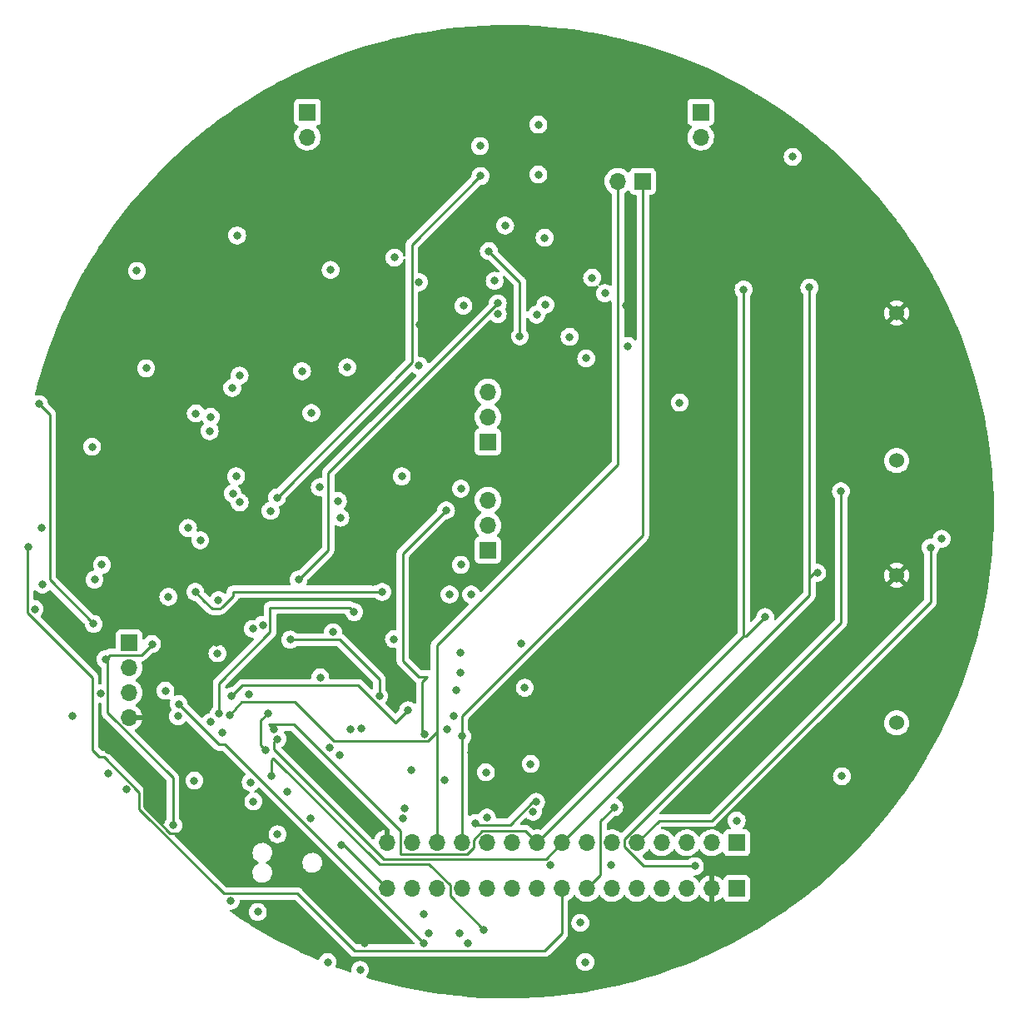
<source format=gbr>
%TF.GenerationSoftware,KiCad,Pcbnew,(6.0.7-1)-1*%
%TF.CreationDate,2022-09-29T15:21:57+02:00*%
%TF.ProjectId,Power_Management_Module,506f7765-725f-44d6-916e-6167656d656e,rev?*%
%TF.SameCoordinates,Original*%
%TF.FileFunction,Copper,L2,Inr*%
%TF.FilePolarity,Positive*%
%FSLAX46Y46*%
G04 Gerber Fmt 4.6, Leading zero omitted, Abs format (unit mm)*
G04 Created by KiCad (PCBNEW (6.0.7-1)-1) date 2022-09-29 15:21:57*
%MOMM*%
%LPD*%
G01*
G04 APERTURE LIST*
%TA.AperFunction,ComponentPad*%
%ADD10R,1.700000X1.700000*%
%TD*%
%TA.AperFunction,ComponentPad*%
%ADD11O,1.700000X1.700000*%
%TD*%
%TA.AperFunction,ComponentPad*%
%ADD12C,1.524000*%
%TD*%
%TA.AperFunction,ViaPad*%
%ADD13C,0.800000*%
%TD*%
%TA.AperFunction,Conductor*%
%ADD14C,0.250000*%
%TD*%
G04 APERTURE END LIST*
D10*
%TO.N,/RESET_SS_FET*%
%TO.C,J8*%
X171857500Y-125817500D03*
D11*
%TO.N,+5V*%
X169317500Y-125817500D03*
%TO.N,/VOut*%
X166777500Y-125817500D03*
%TO.N,/MCC*%
X164237500Y-125817500D03*
%TO.N,/CBooster*%
X161697500Y-125817500D03*
%TO.N,/LED1*%
X159157500Y-125817500D03*
%TO.N,/LED2*%
X156617500Y-125817500D03*
%TO.N,/PB1*%
X154077500Y-125817500D03*
%TO.N,/PB2*%
X151537500Y-125817500D03*
%TO.N,/I2C_Conn*%
X148997500Y-125817500D03*
%TO.N,/Temp*%
X146457500Y-125817500D03*
%TO.N,/RX*%
X143917500Y-125817500D03*
%TO.N,/TX*%
X141377500Y-125817500D03*
%TO.N,/VOut_Fault*%
X138837500Y-125817500D03*
%TO.N,GND*%
X136297500Y-125817500D03*
%TD*%
D10*
%TO.N,/3V3_Sw_Reg*%
%TO.C,J10*%
X146550000Y-96050000D03*
D11*
%TO.N,+3V3*%
X146550000Y-93510000D03*
%TO.N,/3V3_Lin_Reg*%
X146550000Y-90970000D03*
%TD*%
D10*
%TO.N,/RX*%
%TO.C,J37*%
X162300000Y-58550000D03*
D11*
%TO.N,/TX*%
X159760000Y-58550000D03*
%TD*%
D10*
%TO.N,Net-(J12-Pad1)*%
%TO.C,J12*%
X128190000Y-51505000D03*
D11*
%TO.N,+BATT*%
X128190000Y-54045000D03*
%TD*%
D12*
%TO.N,+5V*%
%TO.C,C15*%
X188115000Y-113620000D03*
%TO.N,GND*%
X188115000Y-98620000D03*
%TD*%
D10*
%TO.N,/5V_Sw_Reg*%
%TO.C,J11*%
X146550000Y-85050000D03*
D11*
%TO.N,+5VD*%
X146550000Y-82510000D03*
%TO.N,/5V_Lin_Reg*%
X146550000Y-79970000D03*
%TD*%
D10*
%TO.N,Net-(J9-Pad1)*%
%TO.C,J9*%
X168195000Y-51510000D03*
D11*
%TO.N,Net-(J9-Pad2)*%
X168195000Y-54050000D03*
%TD*%
D12*
%TO.N,+5V*%
%TO.C,C14*%
X188115000Y-86950000D03*
%TO.N,GND*%
X188115000Y-71950000D03*
%TD*%
D10*
%TO.N,/3V3_IN*%
%TO.C,J6*%
X110050000Y-105470000D03*
D11*
%TO.N,/SCL*%
X110050000Y-108010000D03*
%TO.N,/SDA*%
X110050000Y-110550000D03*
%TO.N,GND*%
X110050000Y-113090000D03*
%TD*%
D10*
%TO.N,+BATT*%
%TO.C,J7*%
X171857500Y-130467500D03*
D11*
%TO.N,GND*%
X169317500Y-130467500D03*
%TO.N,+3V3*%
X166777500Y-130467500D03*
%TO.N,/SDA*%
X164237500Y-130467500D03*
%TO.N,/SCL*%
X161697500Y-130467500D03*
%TO.N,/Batt_Pre-sens*%
X159157500Y-130467500D03*
%TO.N,/5V_Sw_Reg*%
X156617500Y-130467500D03*
%TO.N,/5V_Lin_Reg*%
X154077500Y-130467500D03*
%TO.N,/3V3_Sw_Reg*%
X151537500Y-130467500D03*
%TO.N,/3V3_Lin_Reg*%
X148997500Y-130467500D03*
%TO.N,/3V3_IN*%
X146457500Y-130467500D03*
%TO.N,/CTRL_3V3*%
X143917500Y-130467500D03*
%TO.N,+5VA*%
X141377500Y-130467500D03*
%TO.N,+5VD*%
X138837500Y-130467500D03*
%TO.N,/SS_FET*%
X136297500Y-130467500D03*
%TD*%
D13*
%TO.N,+3V3*%
X145300000Y-123800000D03*
X143300000Y-110300000D03*
X104300000Y-112900000D03*
X130250000Y-137950000D03*
X125150000Y-124950000D03*
X146650000Y-65650000D03*
X149800000Y-74300000D03*
X130455000Y-116145000D03*
X100900000Y-81200000D03*
X154860000Y-74370000D03*
X123950000Y-116350000D03*
X156450000Y-137950000D03*
X151450000Y-121650000D03*
X124450000Y-92050000D03*
X137950000Y-123350000D03*
X144550000Y-136050000D03*
X106450000Y-103550000D03*
X122263021Y-110736979D03*
X124163021Y-112636979D03*
%TO.N,GND*%
X134050000Y-136050000D03*
X145650000Y-62750000D03*
X147050000Y-58300000D03*
X144850000Y-116650000D03*
X136050000Y-103450000D03*
X160575000Y-71195000D03*
X106550000Y-81050000D03*
X118300000Y-100200000D03*
X134850000Y-99250000D03*
X122950000Y-124015000D03*
X118950000Y-105450000D03*
X169950000Y-57150000D03*
X139620000Y-73100000D03*
X131365000Y-70560000D03*
X109050000Y-81050000D03*
X107950000Y-116350000D03*
%TO.N,+5VA*%
X128600000Y-82100000D03*
X120550000Y-79550000D03*
X158457500Y-69925000D03*
X111800000Y-77550000D03*
%TO.N,/3V3_Lin_Reg*%
X150900000Y-117800000D03*
X139550000Y-68800000D03*
X139550000Y-77300000D03*
X137050000Y-66300000D03*
%TO.N,/5V_Lin_Reg*%
X99800000Y-95700000D03*
X130550000Y-67550000D03*
X147550000Y-72050000D03*
X148300000Y-63050000D03*
X121050000Y-64050000D03*
%TO.N,/CTRL_3V3*%
X121300000Y-91200000D03*
X126450000Y-105150000D03*
X145750000Y-54950000D03*
X143100000Y-112900000D03*
X125100000Y-90700000D03*
X119500000Y-114600000D03*
X145800000Y-58000000D03*
X135500000Y-110900000D03*
%TO.N,+5VD*%
X143750000Y-106450000D03*
X143800000Y-89800000D03*
X143800000Y-97550000D03*
X192700000Y-94900000D03*
X182450000Y-90050000D03*
X167600000Y-128200000D03*
X166050000Y-81050000D03*
X143750000Y-108550000D03*
%TO.N,/SS_FET*%
X131650000Y-126050000D03*
X137000000Y-105100000D03*
X142650000Y-100550000D03*
X144850000Y-100550000D03*
X133700000Y-114200000D03*
%TO.N,+5V*%
X149968750Y-105531250D03*
X160800000Y-75300000D03*
X150300000Y-110050000D03*
X156550000Y-76550000D03*
X132600000Y-114274695D03*
X126100000Y-120600000D03*
%TO.N,/5V_Sw_Reg*%
X132250000Y-77450000D03*
X159400000Y-122200000D03*
X137800000Y-88550000D03*
X131300000Y-91050000D03*
X106300000Y-85550000D03*
%TO.N,/3V3_Sw_Reg*%
X107300000Y-97550000D03*
X151150000Y-122650000D03*
X135800000Y-100300000D03*
X116800000Y-100300000D03*
%TO.N,Net-(C45-Pad1)*%
X127650000Y-77850000D03*
X118250000Y-83950000D03*
X116850000Y-82150000D03*
%TO.N,+BATT*%
X177550000Y-56050000D03*
%TO.N,/VOut*%
X152900000Y-128100000D03*
X128550000Y-123350000D03*
X159100000Y-128100000D03*
X182550000Y-119050000D03*
%TO.N,/3V3_IN*%
X100450000Y-102050000D03*
X123150000Y-132850000D03*
X107150000Y-110650000D03*
%TO.N,/SCL*%
X142400000Y-114300000D03*
X142300000Y-92000000D03*
X140150000Y-114750000D03*
X151500000Y-72100000D03*
%TO.N,/SDA*%
X147550000Y-70950000D03*
X127300000Y-99050000D03*
X113750000Y-110350000D03*
X152400000Y-71100000D03*
X130800000Y-104400000D03*
X131500000Y-116900000D03*
%TO.N,/Batt_Pre-sens*%
X157150000Y-68350000D03*
X152320000Y-64280000D03*
%TO.N,/RESET_SS_FET*%
X120400000Y-131700000D03*
X119050000Y-106550000D03*
X171850000Y-123550000D03*
X118350000Y-113550000D03*
X133550000Y-138750000D03*
%TO.N,/CBooster*%
X122425000Y-119675000D03*
X191550000Y-95800000D03*
%TO.N,/LED1*%
X155950000Y-133950000D03*
X122700000Y-121600000D03*
%TO.N,/LED2*%
X146150000Y-134650000D03*
X124500000Y-119000000D03*
%TO.N,/PB1*%
X179250000Y-69350000D03*
X125150000Y-115250000D03*
X180050000Y-98350000D03*
%TO.N,/PB2*%
X172550000Y-69550000D03*
X124800000Y-114300000D03*
X174750000Y-102850000D03*
%TO.N,/I2C_Conn*%
X142150000Y-119450000D03*
X119200000Y-112700000D03*
X132950000Y-102350000D03*
%TO.N,/Temp*%
X109800000Y-120400000D03*
X107950000Y-118750000D03*
X115050000Y-112950000D03*
X143700000Y-135000000D03*
%TO.N,/RX*%
X120500000Y-110900000D03*
X138437348Y-112337348D03*
X143917500Y-114982500D03*
%TO.N,/TX*%
X120300000Y-112800000D03*
%TO.N,/VOut_Fault*%
X115100000Y-111700000D03*
X140050000Y-136050000D03*
%TO.N,Net-(J12-Pad1)*%
X151685000Y-52780000D03*
X151685000Y-57860000D03*
%TO.N,/U1A0*%
X144065000Y-71195000D03*
%TO.N,/U1A1*%
X147240000Y-68655000D03*
%TO.N,/U4A0*%
X138750000Y-118450000D03*
%TO.N,/U4A1*%
X138050000Y-122350000D03*
%TO.N,Net-(JP8-Pad1)*%
X106550000Y-99050000D03*
%TO.N,/U6A0*%
X122650000Y-104050000D03*
%TO.N,/U6A1*%
X123650000Y-103650000D03*
%TO.N,/U6A2*%
X119150000Y-101150000D03*
%TO.N,Net-(JP12-Pad2)*%
X112400000Y-105600000D03*
X114550000Y-124050000D03*
X107650000Y-107150000D03*
%TO.N,/SCL_In*%
X146450000Y-123250000D03*
X146350000Y-118650000D03*
%TO.N,Net-(L1-Pad1)*%
X120600000Y-90300000D03*
X117300000Y-95050000D03*
%TO.N,Net-(L2-Pad1)*%
X121300000Y-78300000D03*
X118350305Y-82499695D03*
%TO.N,Net-(Q7-Pad1)*%
X140550000Y-135050000D03*
X140050000Y-133050000D03*
%TO.N,Net-(Q11-Pad3)*%
X101150000Y-93750000D03*
X101250000Y-99550000D03*
%TO.N,Net-(Q15-Pad3)*%
X129450000Y-89650000D03*
X131550000Y-92750000D03*
%TO.N,Net-(R37-Pad2)*%
X120950000Y-88550000D03*
X110850000Y-67650000D03*
%TO.N,Net-(R38-Pad2)*%
X116050000Y-93800000D03*
X114050000Y-100800000D03*
%TO.N,/MCU_SS_FET*%
X129500000Y-109000000D03*
X116700000Y-119500000D03*
%TD*%
D14*
%TO.N,+3V3*%
X151124695Y-121650000D02*
X151450000Y-121650000D01*
X145300000Y-123800000D02*
X145475000Y-123975000D01*
X123450000Y-113350000D02*
X123450000Y-115850000D01*
X148799695Y-123975000D02*
X151124695Y-121650000D01*
X101975000Y-99075000D02*
X106450000Y-103550000D01*
X145475000Y-123975000D02*
X148799695Y-123975000D01*
X124163021Y-112636979D02*
X123450000Y-113350000D01*
X146650000Y-65650000D02*
X149800000Y-68800000D01*
X101975000Y-82275000D02*
X101975000Y-99075000D01*
X100900000Y-81200000D02*
X101975000Y-82275000D01*
X149800000Y-68800000D02*
X149800000Y-74300000D01*
X123450000Y-115850000D02*
X123950000Y-116350000D01*
%TO.N,GND*%
X116550000Y-124050000D02*
X122915000Y-124050000D01*
X122915000Y-124050000D02*
X122950000Y-124015000D01*
X114199695Y-124825000D02*
X115775000Y-124825000D01*
X107950000Y-116350000D02*
X111550000Y-119950000D01*
X115775000Y-124825000D02*
X116550000Y-124050000D01*
X111550000Y-122175305D02*
X114199695Y-124825000D01*
X111550000Y-119950000D02*
X111550000Y-122175305D01*
%TO.N,/5V_Lin_Reg*%
X127175000Y-130975000D02*
X132975000Y-136775000D01*
X107000000Y-117100000D02*
X107525305Y-117100000D01*
X99725000Y-95775000D02*
X99725000Y-102425000D01*
X99800000Y-95700000D02*
X99725000Y-95775000D01*
X99725000Y-102425000D02*
X106300000Y-109000000D01*
X107525305Y-117100000D02*
X111100000Y-120674695D01*
X106300000Y-109000000D02*
X106300000Y-116400000D01*
X119675000Y-130975000D02*
X127175000Y-130975000D01*
X154077500Y-135022500D02*
X154077500Y-130467500D01*
X111100000Y-122400000D02*
X119675000Y-130975000D01*
X111100000Y-120674695D02*
X111100000Y-122400000D01*
X132975000Y-136775000D02*
X152325000Y-136775000D01*
X106300000Y-116400000D02*
X107000000Y-117100000D01*
X152325000Y-136775000D02*
X154077500Y-135022500D01*
%TO.N,/CTRL_3V3*%
X126450000Y-105150000D02*
X131450000Y-105150000D01*
X138825000Y-76975000D02*
X125100000Y-90700000D01*
X131450000Y-105150000D02*
X135500000Y-109200000D01*
X135500000Y-109200000D02*
X135500000Y-110900000D01*
X138825000Y-64975000D02*
X138825000Y-76975000D01*
X145800000Y-58000000D02*
X138825000Y-64975000D01*
%TO.N,+5VD*%
X182450000Y-90050000D02*
X182450000Y-103403299D01*
X160400000Y-126181701D02*
X162418299Y-128200000D01*
X160400000Y-125453299D02*
X160400000Y-126181701D01*
X162418299Y-128200000D02*
X167600000Y-128200000D01*
X182450000Y-103403299D02*
X160400000Y-125453299D01*
%TO.N,/SS_FET*%
X131880000Y-126050000D02*
X136297500Y-130467500D01*
X131650000Y-126050000D02*
X131880000Y-126050000D01*
%TO.N,/5V_Sw_Reg*%
X157982500Y-129102500D02*
X156617500Y-130467500D01*
X159400000Y-122200000D02*
X157982500Y-123617500D01*
X157982500Y-123617500D02*
X157982500Y-129102500D01*
%TO.N,/3V3_Sw_Reg*%
X119525305Y-101800000D02*
X119500000Y-101800000D01*
X120600000Y-100300000D02*
X135800000Y-100300000D01*
X117700000Y-101200000D02*
X116800000Y-100300000D01*
X118500000Y-102000000D02*
X117700000Y-101200000D01*
X120600000Y-100300000D02*
X120600000Y-100725305D01*
X119500000Y-101800000D02*
X119300000Y-102000000D01*
X120600000Y-100725305D02*
X119525305Y-101800000D01*
X119300000Y-102000000D02*
X118500000Y-102000000D01*
%TO.N,/SCL*%
X139875000Y-114475000D02*
X140150000Y-114750000D01*
X139875000Y-109425000D02*
X139875000Y-114475000D01*
X140400000Y-108900000D02*
X139875000Y-109425000D01*
X137900000Y-107300000D02*
X139500000Y-108900000D01*
X137900000Y-96400000D02*
X137900000Y-107300000D01*
X139500000Y-108900000D02*
X140400000Y-108900000D01*
X142300000Y-92000000D02*
X137900000Y-96400000D01*
%TO.N,/SDA*%
X147550000Y-70950000D02*
X130300000Y-88200000D01*
X130300000Y-96050000D02*
X127300000Y-99050000D01*
X130300000Y-88200000D02*
X130300000Y-96050000D01*
%TO.N,/CBooster*%
X191550000Y-101300000D02*
X169300000Y-123550000D01*
X169300000Y-123550000D02*
X163965000Y-123550000D01*
X163965000Y-123550000D02*
X161697500Y-125817500D01*
X191550000Y-95800000D02*
X191550000Y-101300000D01*
%TO.N,/LED2*%
X124700000Y-117200000D02*
X124500000Y-117400000D01*
X146150000Y-134650000D02*
X142700000Y-131200000D01*
X124500000Y-117400000D02*
X124500000Y-118900000D01*
X140571701Y-128000000D02*
X135500000Y-128000000D01*
X142700000Y-131200000D02*
X142700000Y-130128299D01*
X142700000Y-130128299D02*
X140571701Y-128000000D01*
X135500000Y-128000000D02*
X124700000Y-117200000D01*
%TO.N,/PB1*%
X125050000Y-115300000D02*
X125100000Y-115300000D01*
X124800000Y-115550000D02*
X125050000Y-115300000D01*
X179250000Y-98850000D02*
X179750000Y-98350000D01*
X125100000Y-115300000D02*
X125150000Y-115250000D01*
X179250000Y-98850000D02*
X179250000Y-100645000D01*
X179250000Y-69350000D02*
X179250000Y-98850000D01*
X135953943Y-127453943D02*
X124800000Y-116300000D01*
X152441057Y-127453943D02*
X135953943Y-127453943D01*
X179250000Y-100645000D02*
X154077500Y-125817500D01*
X154077500Y-125817500D02*
X152441057Y-127453943D01*
X124800000Y-116300000D02*
X124800000Y-115550000D01*
X179750000Y-98350000D02*
X180050000Y-98350000D01*
%TO.N,/PB2*%
X172550000Y-69550000D02*
X172550000Y-104805000D01*
X145970799Y-124642500D02*
X145092500Y-125520799D01*
X144404201Y-126992500D02*
X137653944Y-126992500D01*
X150362500Y-124642500D02*
X145970799Y-124642500D01*
X172550000Y-104805000D02*
X151537500Y-125817500D01*
X145092500Y-126304201D02*
X144404201Y-126992500D01*
X137653944Y-126992500D02*
X137653944Y-124642500D01*
X137653944Y-124642500D02*
X126811444Y-113800000D01*
X126811444Y-113800000D02*
X124300000Y-113800000D01*
X124300000Y-113800000D02*
X124800000Y-114300000D01*
X151537500Y-125817500D02*
X150362500Y-124642500D01*
X172795000Y-104805000D02*
X174750000Y-102850000D01*
X172550000Y-104805000D02*
X172795000Y-104805000D01*
X145092500Y-125520799D02*
X145092500Y-126304201D01*
%TO.N,/I2C_Conn*%
X124400000Y-104400000D02*
X124400000Y-101900000D01*
X119200000Y-109600000D02*
X124400000Y-104400000D01*
X119200000Y-112700000D02*
X119200000Y-109600000D01*
X132500000Y-101900000D02*
X132950000Y-102350000D01*
X124400000Y-101900000D02*
X132500000Y-101900000D01*
%TO.N,/RX*%
X123200000Y-109800000D02*
X133374695Y-109800000D01*
X162300000Y-58550000D02*
X162300000Y-94524695D01*
X120500000Y-110900000D02*
X121600000Y-109800000D01*
X137174695Y-113600000D02*
X138437348Y-112337348D01*
X143917500Y-114982500D02*
X143917500Y-125817500D01*
X162300000Y-94524695D02*
X143917500Y-112907195D01*
X133374695Y-109800000D02*
X137174695Y-113600000D01*
X121600000Y-109800000D02*
X123200000Y-109800000D01*
X143917500Y-112907195D02*
X143917500Y-114982500D01*
%TO.N,/TX*%
X159760000Y-87340000D02*
X159760000Y-58550000D01*
X141377500Y-105722500D02*
X159760000Y-87340000D01*
X121500000Y-111500000D02*
X120300000Y-112800000D01*
X126900000Y-111500000D02*
X121500000Y-111500000D01*
X141377500Y-125817500D02*
X141377500Y-105722500D01*
X140450305Y-115475000D02*
X130875000Y-115475000D01*
X130875000Y-115475000D02*
X126900000Y-111500000D01*
X141377500Y-114547805D02*
X140450305Y-115475000D01*
X141377500Y-105722500D02*
X141377500Y-114547805D01*
%TO.N,/VOut_Fault*%
X119814695Y-115814695D02*
X140050000Y-136050000D01*
X119214695Y-115814695D02*
X119814695Y-115814695D01*
X115100000Y-111700000D02*
X119214695Y-115814695D01*
%TO.N,Net-(JP12-Pad2)*%
X107875000Y-112576701D02*
X107875000Y-107375000D01*
X114500000Y-119201701D02*
X107875000Y-112576701D01*
X107650000Y-107150000D02*
X108085722Y-106714278D01*
X114500000Y-124100000D02*
X114500000Y-119201701D01*
X107875000Y-107375000D02*
X107650000Y-107150000D01*
X111285722Y-106714278D02*
X112400000Y-105600000D01*
X108085722Y-106714278D02*
X111285722Y-106714278D01*
%TD*%
%TA.AperFunction,Conductor*%
%TO.N,GND*%
G36*
X148857275Y-42659743D02*
G01*
X149263731Y-42668257D01*
X150235441Y-42688612D01*
X150238957Y-42688734D01*
X151324376Y-42741819D01*
X151615849Y-42756075D01*
X151619345Y-42756294D01*
X152993816Y-42862054D01*
X152997271Y-42862369D01*
X154224578Y-42991364D01*
X154368258Y-43006466D01*
X154371753Y-43006883D01*
X155738135Y-43189197D01*
X155741592Y-43189707D01*
X156390985Y-43294886D01*
X157102373Y-43410106D01*
X157105838Y-43410717D01*
X158459900Y-43669019D01*
X158463347Y-43669726D01*
X159113482Y-43812667D01*
X159809754Y-43965752D01*
X159813134Y-43966546D01*
X160383835Y-44108837D01*
X161150692Y-44300036D01*
X161154094Y-44300935D01*
X162481797Y-44671636D01*
X162485172Y-44672629D01*
X163802017Y-45080261D01*
X163805363Y-45081348D01*
X165110333Y-45525596D01*
X165113616Y-45526765D01*
X165747511Y-45762508D01*
X166405717Y-46007293D01*
X166408997Y-46008566D01*
X167687077Y-46524943D01*
X167690321Y-46526306D01*
X168953599Y-47078219D01*
X168956732Y-47079641D01*
X170204061Y-47666588D01*
X170207170Y-47668104D01*
X171266506Y-48203214D01*
X171437644Y-48289662D01*
X171440762Y-48291292D01*
X172653392Y-48946958D01*
X172656433Y-48948659D01*
X173850233Y-49637899D01*
X173853255Y-49639700D01*
X175027387Y-50362031D01*
X175030358Y-50363917D01*
X176183810Y-51118715D01*
X176186727Y-51120682D01*
X176693748Y-51473071D01*
X177318713Y-51907433D01*
X177321524Y-51909445D01*
X178255860Y-52598297D01*
X178431128Y-52727516D01*
X178433930Y-52729644D01*
X179515439Y-53574610D01*
X179520163Y-53578301D01*
X179522896Y-53580498D01*
X179781665Y-53794570D01*
X180585073Y-54459208D01*
X180587753Y-54461489D01*
X180924487Y-54756277D01*
X181610899Y-55357185D01*
X181624942Y-55369479D01*
X181627546Y-55371823D01*
X182161895Y-55866635D01*
X182639007Y-56308445D01*
X182641555Y-56310871D01*
X183626474Y-57275376D01*
X183628953Y-57277873D01*
X184586542Y-58269485D01*
X184588948Y-58272047D01*
X185003563Y-58726109D01*
X185518461Y-59289995D01*
X185520797Y-59292626D01*
X186421528Y-60336132D01*
X186423790Y-60338827D01*
X187295070Y-61407122D01*
X187297244Y-61409866D01*
X188105131Y-62458928D01*
X188138313Y-62502016D01*
X188140411Y-62504819D01*
X188262399Y-62672721D01*
X188950694Y-63620079D01*
X188952722Y-63622954D01*
X189591065Y-64555230D01*
X189712787Y-64732999D01*
X189731534Y-64760379D01*
X189733479Y-64763307D01*
X189748387Y-64786440D01*
X190480212Y-65922012D01*
X190482077Y-65924996D01*
X191196184Y-67104126D01*
X191197964Y-67107160D01*
X191387896Y-67441500D01*
X191832393Y-68223955D01*
X191878870Y-68305770D01*
X191880554Y-68308835D01*
X192088600Y-68700111D01*
X192527710Y-69525959D01*
X192529319Y-69529088D01*
X193142265Y-70763859D01*
X193143785Y-70767032D01*
X193216912Y-70925293D01*
X193717425Y-72008500D01*
X193721997Y-72018395D01*
X193723418Y-72021586D01*
X194230227Y-73204059D01*
X194266468Y-73288616D01*
X194267809Y-73291869D01*
X194775282Y-74573600D01*
X194776531Y-74576890D01*
X195248003Y-75872250D01*
X195249160Y-75875572D01*
X195684280Y-77183590D01*
X195685344Y-77186944D01*
X196083772Y-78506602D01*
X196084742Y-78509984D01*
X196446173Y-79840267D01*
X196447048Y-79843675D01*
X196771186Y-81183506D01*
X196771966Y-81186937D01*
X197058580Y-82535348D01*
X197059263Y-82538800D01*
X197298798Y-83843919D01*
X197308104Y-83894625D01*
X197308687Y-83898071D01*
X197347451Y-84148469D01*
X197519586Y-85260398D01*
X197520075Y-85263882D01*
X197692841Y-86631463D01*
X197693234Y-86634960D01*
X197827398Y-88003266D01*
X197827756Y-88006922D01*
X197828049Y-88010412D01*
X197870361Y-88615500D01*
X197924209Y-89385569D01*
X197924405Y-89389082D01*
X197982129Y-90766331D01*
X197982228Y-90769848D01*
X198001475Y-92148241D01*
X198001475Y-92151759D01*
X197982228Y-93530152D01*
X197982129Y-93533669D01*
X197924405Y-94910918D01*
X197924209Y-94914431D01*
X197888666Y-95422721D01*
X197828366Y-96285060D01*
X197828050Y-96289572D01*
X197827757Y-96293063D01*
X197757643Y-97008148D01*
X197693234Y-97665040D01*
X197692841Y-97668537D01*
X197520075Y-99036118D01*
X197519586Y-99039602D01*
X197420473Y-99679834D01*
X197314751Y-100362763D01*
X197308691Y-100401906D01*
X197308108Y-100405351D01*
X197076506Y-101667251D01*
X197059263Y-101761200D01*
X197058580Y-101764652D01*
X196771966Y-103113063D01*
X196771186Y-103116494D01*
X196589191Y-103868774D01*
X196448613Y-104449858D01*
X196447048Y-104456325D01*
X196446174Y-104459729D01*
X196407958Y-104600386D01*
X196084742Y-105790016D01*
X196083772Y-105793398D01*
X195685344Y-107113056D01*
X195684280Y-107116410D01*
X195249160Y-108424428D01*
X195248003Y-108427750D01*
X194776531Y-109723110D01*
X194775282Y-109726400D01*
X194655144Y-110029834D01*
X194275447Y-110988841D01*
X194267815Y-111008116D01*
X194266475Y-111011366D01*
X193730408Y-112262106D01*
X193723428Y-112278391D01*
X193722007Y-112281582D01*
X193383749Y-113013640D01*
X193143785Y-113532968D01*
X193142265Y-113536141D01*
X192529319Y-114770912D01*
X192527710Y-114774041D01*
X192187618Y-115413663D01*
X191881866Y-115988700D01*
X191880565Y-115991146D01*
X191878880Y-115994211D01*
X191537060Y-116595924D01*
X191197964Y-117192840D01*
X191196184Y-117195874D01*
X190482077Y-118375004D01*
X190480212Y-118377988D01*
X189874013Y-119318627D01*
X189746745Y-119516109D01*
X189733481Y-119536690D01*
X189731535Y-119539619D01*
X189719547Y-119557128D01*
X188952722Y-120677046D01*
X188950694Y-120679921D01*
X188542486Y-121241772D01*
X188148996Y-121783365D01*
X188140421Y-121795167D01*
X188138324Y-121797970D01*
X187299701Y-122886944D01*
X187297255Y-122890120D01*
X187295081Y-122892864D01*
X186839573Y-123451373D01*
X186423790Y-123961173D01*
X186421528Y-123963868D01*
X185520797Y-125007374D01*
X185518461Y-125010005D01*
X184769226Y-125830523D01*
X184588950Y-126027950D01*
X184586542Y-126030515D01*
X183628953Y-127022127D01*
X183626474Y-127024624D01*
X183130493Y-127510325D01*
X182733298Y-127899288D01*
X182641555Y-127989129D01*
X182639011Y-127991551D01*
X181639959Y-128916683D01*
X181627557Y-128928167D01*
X181624954Y-128930510D01*
X181162084Y-129335722D01*
X180587753Y-129838511D01*
X180585073Y-129840792D01*
X180202740Y-130157086D01*
X179645663Y-130617941D01*
X179522905Y-130719495D01*
X179520172Y-130721692D01*
X179017214Y-131114645D01*
X178433930Y-131570356D01*
X178431128Y-131572484D01*
X178373402Y-131615043D01*
X177321524Y-132390555D01*
X177318713Y-132392567D01*
X176755107Y-132784284D01*
X176186727Y-133179318D01*
X176183810Y-133181285D01*
X175030358Y-133936083D01*
X175027387Y-133937969D01*
X174396579Y-134326045D01*
X173880669Y-134643435D01*
X173853255Y-134660300D01*
X173850243Y-134662095D01*
X172663016Y-135347541D01*
X172656448Y-135351333D01*
X172653392Y-135353042D01*
X172062157Y-135672721D01*
X171440762Y-136008708D01*
X171437644Y-136010338D01*
X170207170Y-136631896D01*
X170204061Y-136633412D01*
X168956732Y-137220359D01*
X168953599Y-137221781D01*
X168122845Y-137584729D01*
X167690321Y-137773694D01*
X167687077Y-137775057D01*
X166408997Y-138291434D01*
X166405717Y-138292707D01*
X166013265Y-138438659D01*
X165113616Y-138773235D01*
X165110333Y-138774404D01*
X163805363Y-139218652D01*
X163802017Y-139219739D01*
X162485172Y-139627371D01*
X162481797Y-139628364D01*
X161154094Y-139999065D01*
X161150692Y-139999964D01*
X160464933Y-140170943D01*
X159813134Y-140333454D01*
X159809754Y-140334248D01*
X159240429Y-140459422D01*
X158463347Y-140630274D01*
X158459900Y-140630981D01*
X157105838Y-140889283D01*
X157102373Y-140889894D01*
X156499107Y-140987602D01*
X155741592Y-141110293D01*
X155738135Y-141110803D01*
X155017546Y-141206950D01*
X154371751Y-141293117D01*
X154368255Y-141293534D01*
X152997271Y-141437631D01*
X152993816Y-141437946D01*
X151619345Y-141543706D01*
X151615849Y-141543925D01*
X151324376Y-141558181D01*
X150238957Y-141611266D01*
X150235441Y-141611388D01*
X149264158Y-141631734D01*
X148857275Y-141640257D01*
X148853781Y-141640282D01*
X148203370Y-141635741D01*
X147475275Y-141630658D01*
X147471758Y-141630584D01*
X146094108Y-141582475D01*
X146090593Y-141582303D01*
X144714813Y-141495746D01*
X144711305Y-141495476D01*
X143692582Y-141402765D01*
X143338502Y-141370541D01*
X143335017Y-141370176D01*
X141966146Y-141206948D01*
X141962672Y-141206484D01*
X141668213Y-141163002D01*
X140598981Y-141005111D01*
X140595553Y-141004556D01*
X139237924Y-140765170D01*
X139234469Y-140764510D01*
X137884164Y-140487332D01*
X137880730Y-140486578D01*
X136538643Y-140171794D01*
X136535229Y-140170943D01*
X135202464Y-139818811D01*
X135199075Y-139817865D01*
X134293726Y-139551407D01*
X134234024Y-139512985D01*
X134204572Y-139448386D01*
X134214721Y-139378118D01*
X134235665Y-139346223D01*
X134284621Y-139291852D01*
X134284622Y-139291851D01*
X134289040Y-139286944D01*
X134384527Y-139121556D01*
X134443542Y-138939928D01*
X134463504Y-138750000D01*
X134451181Y-138632749D01*
X134444232Y-138566635D01*
X134444232Y-138566633D01*
X134443542Y-138560072D01*
X134384527Y-138378444D01*
X134289040Y-138213056D01*
X134161253Y-138071134D01*
X134006752Y-137958882D01*
X134000724Y-137956198D01*
X134000722Y-137956197D01*
X133986803Y-137950000D01*
X155536496Y-137950000D01*
X155537186Y-137956565D01*
X155549228Y-138071134D01*
X155556458Y-138139928D01*
X155615473Y-138321556D01*
X155710960Y-138486944D01*
X155715378Y-138491851D01*
X155715379Y-138491852D01*
X155757010Y-138538088D01*
X155838747Y-138628866D01*
X155993248Y-138741118D01*
X155999276Y-138743802D01*
X155999278Y-138743803D01*
X156161681Y-138816109D01*
X156167712Y-138818794D01*
X156261113Y-138838647D01*
X156348056Y-138857128D01*
X156348061Y-138857128D01*
X156354513Y-138858500D01*
X156545487Y-138858500D01*
X156551939Y-138857128D01*
X156551944Y-138857128D01*
X156638887Y-138838647D01*
X156732288Y-138818794D01*
X156738319Y-138816109D01*
X156900722Y-138743803D01*
X156900724Y-138743802D01*
X156906752Y-138741118D01*
X157061253Y-138628866D01*
X157142990Y-138538088D01*
X157184621Y-138491852D01*
X157184622Y-138491851D01*
X157189040Y-138486944D01*
X157284527Y-138321556D01*
X157343542Y-138139928D01*
X157350773Y-138071134D01*
X157362814Y-137956565D01*
X157363504Y-137950000D01*
X157343542Y-137760072D01*
X157284527Y-137578444D01*
X157189040Y-137413056D01*
X157183812Y-137407249D01*
X157065675Y-137276045D01*
X157065674Y-137276044D01*
X157061253Y-137271134D01*
X156926865Y-137173495D01*
X156912094Y-137162763D01*
X156912093Y-137162762D01*
X156906752Y-137158882D01*
X156900724Y-137156198D01*
X156900722Y-137156197D01*
X156738319Y-137083891D01*
X156738318Y-137083891D01*
X156732288Y-137081206D01*
X156638887Y-137061353D01*
X156551944Y-137042872D01*
X156551939Y-137042872D01*
X156545487Y-137041500D01*
X156354513Y-137041500D01*
X156348061Y-137042872D01*
X156348056Y-137042872D01*
X156261113Y-137061353D01*
X156167712Y-137081206D01*
X156161682Y-137083891D01*
X156161681Y-137083891D01*
X155999278Y-137156197D01*
X155999276Y-137156198D01*
X155993248Y-137158882D01*
X155987907Y-137162762D01*
X155987906Y-137162763D01*
X155973135Y-137173495D01*
X155838747Y-137271134D01*
X155834326Y-137276044D01*
X155834325Y-137276045D01*
X155716189Y-137407249D01*
X155710960Y-137413056D01*
X155615473Y-137578444D01*
X155556458Y-137760072D01*
X155536496Y-137950000D01*
X133986803Y-137950000D01*
X133838319Y-137883891D01*
X133838318Y-137883891D01*
X133832288Y-137881206D01*
X133738888Y-137861353D01*
X133651944Y-137842872D01*
X133651939Y-137842872D01*
X133645487Y-137841500D01*
X133454513Y-137841500D01*
X133448061Y-137842872D01*
X133448056Y-137842872D01*
X133361112Y-137861353D01*
X133267712Y-137881206D01*
X133261682Y-137883891D01*
X133261681Y-137883891D01*
X133099278Y-137956197D01*
X133099276Y-137956198D01*
X133093248Y-137958882D01*
X132938747Y-138071134D01*
X132810960Y-138213056D01*
X132715473Y-138378444D01*
X132656458Y-138560072D01*
X132655768Y-138566633D01*
X132655768Y-138566635D01*
X132648819Y-138632749D01*
X132636496Y-138750000D01*
X132643727Y-138818794D01*
X132645950Y-138839947D01*
X132633178Y-138909786D01*
X132584676Y-138961632D01*
X132515843Y-138979027D01*
X132478373Y-138971817D01*
X132388819Y-138939928D01*
X131322059Y-138560072D01*
X131260321Y-138538088D01*
X131257023Y-138536862D01*
X131150899Y-138495699D01*
X131094622Y-138452416D01*
X131070679Y-138385579D01*
X131081339Y-138327077D01*
X131084527Y-138321556D01*
X131143542Y-138139928D01*
X131150773Y-138071134D01*
X131162814Y-137956565D01*
X131163504Y-137950000D01*
X131143542Y-137760072D01*
X131084527Y-137578444D01*
X130989040Y-137413056D01*
X130983812Y-137407249D01*
X130865675Y-137276045D01*
X130865674Y-137276044D01*
X130861253Y-137271134D01*
X130726865Y-137173495D01*
X130712094Y-137162763D01*
X130712093Y-137162762D01*
X130706752Y-137158882D01*
X130700724Y-137156198D01*
X130700722Y-137156197D01*
X130538319Y-137083891D01*
X130538318Y-137083891D01*
X130532288Y-137081206D01*
X130438887Y-137061353D01*
X130351944Y-137042872D01*
X130351939Y-137042872D01*
X130345487Y-137041500D01*
X130154513Y-137041500D01*
X130148061Y-137042872D01*
X130148056Y-137042872D01*
X130061113Y-137061353D01*
X129967712Y-137081206D01*
X129961682Y-137083891D01*
X129961681Y-137083891D01*
X129799278Y-137156197D01*
X129799276Y-137156198D01*
X129793248Y-137158882D01*
X129787907Y-137162762D01*
X129787906Y-137162763D01*
X129773135Y-137173495D01*
X129638747Y-137271134D01*
X129634326Y-137276044D01*
X129634325Y-137276045D01*
X129516189Y-137407249D01*
X129510960Y-137413056D01*
X129415473Y-137578444D01*
X129413432Y-137584726D01*
X129393177Y-137647063D01*
X129353103Y-137705669D01*
X129287706Y-137733305D01*
X129224517Y-137724281D01*
X128697734Y-137502842D01*
X128694510Y-137501433D01*
X128512289Y-137418774D01*
X127439142Y-136931973D01*
X127435971Y-136930481D01*
X127404674Y-136915216D01*
X126196979Y-136326184D01*
X126193839Y-136324598D01*
X124972188Y-135685934D01*
X124969093Y-135684260D01*
X123765791Y-135011757D01*
X123762744Y-135009998D01*
X122578657Y-134304141D01*
X122575660Y-134302297D01*
X122142748Y-134027563D01*
X121411756Y-133563661D01*
X121408846Y-133561757D01*
X120353622Y-132850000D01*
X122236496Y-132850000D01*
X122256458Y-133039928D01*
X122315473Y-133221556D01*
X122410960Y-133386944D01*
X122538747Y-133528866D01*
X122693248Y-133641118D01*
X122699276Y-133643802D01*
X122699278Y-133643803D01*
X122835820Y-133704595D01*
X122867712Y-133718794D01*
X122933365Y-133732749D01*
X123048056Y-133757128D01*
X123048061Y-133757128D01*
X123054513Y-133758500D01*
X123245487Y-133758500D01*
X123251939Y-133757128D01*
X123251944Y-133757128D01*
X123366635Y-133732749D01*
X123432288Y-133718794D01*
X123464180Y-133704595D01*
X123600722Y-133643803D01*
X123600724Y-133643802D01*
X123606752Y-133641118D01*
X123761253Y-133528866D01*
X123889040Y-133386944D01*
X123984527Y-133221556D01*
X124043542Y-133039928D01*
X124063504Y-132850000D01*
X124045473Y-132678444D01*
X124044232Y-132666635D01*
X124044232Y-132666633D01*
X124043542Y-132660072D01*
X123984527Y-132478444D01*
X123889040Y-132313056D01*
X123772740Y-132183891D01*
X123765675Y-132176045D01*
X123765674Y-132176044D01*
X123761253Y-132171134D01*
X123606752Y-132058882D01*
X123600724Y-132056198D01*
X123600722Y-132056197D01*
X123438319Y-131983891D01*
X123438318Y-131983891D01*
X123432288Y-131981206D01*
X123338887Y-131961353D01*
X123251944Y-131942872D01*
X123251939Y-131942872D01*
X123245487Y-131941500D01*
X123054513Y-131941500D01*
X123048061Y-131942872D01*
X123048056Y-131942872D01*
X122961113Y-131961353D01*
X122867712Y-131981206D01*
X122861682Y-131983891D01*
X122861681Y-131983891D01*
X122699278Y-132056197D01*
X122699276Y-132056198D01*
X122693248Y-132058882D01*
X122538747Y-132171134D01*
X122534326Y-132176044D01*
X122534325Y-132176045D01*
X122527261Y-132183891D01*
X122410960Y-132313056D01*
X122315473Y-132478444D01*
X122256458Y-132660072D01*
X122255768Y-132666633D01*
X122255768Y-132666635D01*
X122254527Y-132678444D01*
X122236496Y-132850000D01*
X120353622Y-132850000D01*
X120337253Y-132838959D01*
X120291963Y-132784284D01*
X120283423Y-132713803D01*
X120314343Y-132649893D01*
X120374907Y-132612845D01*
X120407711Y-132608500D01*
X120495487Y-132608500D01*
X120501939Y-132607128D01*
X120501944Y-132607128D01*
X120588887Y-132588647D01*
X120682288Y-132568794D01*
X120688319Y-132566109D01*
X120850722Y-132493803D01*
X120850724Y-132493802D01*
X120856752Y-132491118D01*
X121011253Y-132378866D01*
X121074928Y-132308148D01*
X121134621Y-132241852D01*
X121134622Y-132241851D01*
X121139040Y-132236944D01*
X121234527Y-132071556D01*
X121293542Y-131889928D01*
X121300780Y-131821067D01*
X121309493Y-131738161D01*
X121311262Y-131721329D01*
X121338275Y-131655673D01*
X121396497Y-131615043D01*
X121436572Y-131608500D01*
X126860406Y-131608500D01*
X126928527Y-131628502D01*
X126949501Y-131645405D01*
X132471343Y-137167247D01*
X132478887Y-137175537D01*
X132483000Y-137182018D01*
X132488777Y-137187443D01*
X132532667Y-137228658D01*
X132535509Y-137231413D01*
X132555231Y-137251135D01*
X132558355Y-137253558D01*
X132558359Y-137253562D01*
X132558424Y-137253612D01*
X132567445Y-137261317D01*
X132599679Y-137291586D01*
X132606627Y-137295405D01*
X132606629Y-137295407D01*
X132617432Y-137301346D01*
X132633959Y-137312202D01*
X132643698Y-137319757D01*
X132643700Y-137319758D01*
X132649960Y-137324614D01*
X132690540Y-137342174D01*
X132701188Y-137347391D01*
X132725976Y-137361018D01*
X132739940Y-137368695D01*
X132747616Y-137370666D01*
X132747619Y-137370667D01*
X132759562Y-137373733D01*
X132778267Y-137380137D01*
X132796855Y-137388181D01*
X132804678Y-137389420D01*
X132804688Y-137389423D01*
X132840524Y-137395099D01*
X132852144Y-137397505D01*
X132883959Y-137405673D01*
X132894970Y-137408500D01*
X132915224Y-137408500D01*
X132934934Y-137410051D01*
X132954943Y-137413220D01*
X132962835Y-137412474D01*
X132981580Y-137410702D01*
X132998962Y-137409059D01*
X133010819Y-137408500D01*
X152246233Y-137408500D01*
X152257416Y-137409027D01*
X152264909Y-137410702D01*
X152272835Y-137410453D01*
X152272836Y-137410453D01*
X152332986Y-137408562D01*
X152336945Y-137408500D01*
X152364856Y-137408500D01*
X152368791Y-137408003D01*
X152368856Y-137407995D01*
X152380693Y-137407062D01*
X152412951Y-137406048D01*
X152416970Y-137405922D01*
X152424889Y-137405673D01*
X152444343Y-137400021D01*
X152463700Y-137396013D01*
X152475930Y-137394468D01*
X152475931Y-137394468D01*
X152483797Y-137393474D01*
X152491168Y-137390555D01*
X152491170Y-137390555D01*
X152524912Y-137377196D01*
X152536142Y-137373351D01*
X152570983Y-137363229D01*
X152570984Y-137363229D01*
X152578593Y-137361018D01*
X152585412Y-137356985D01*
X152585417Y-137356983D01*
X152596028Y-137350707D01*
X152613776Y-137342012D01*
X152632617Y-137334552D01*
X152668387Y-137308564D01*
X152678307Y-137302048D01*
X152709535Y-137283580D01*
X152709538Y-137283578D01*
X152716362Y-137279542D01*
X152730683Y-137265221D01*
X152745717Y-137252380D01*
X152747431Y-137251135D01*
X152762107Y-137240472D01*
X152790298Y-137206395D01*
X152798288Y-137197616D01*
X154469747Y-135526157D01*
X154478037Y-135518613D01*
X154484518Y-135514500D01*
X154531159Y-135464832D01*
X154533913Y-135461991D01*
X154553634Y-135442270D01*
X154556112Y-135439075D01*
X154563818Y-135430053D01*
X154588658Y-135403601D01*
X154594086Y-135397821D01*
X154603846Y-135380068D01*
X154614699Y-135363545D01*
X154622253Y-135353806D01*
X154627113Y-135347541D01*
X154644676Y-135306957D01*
X154649883Y-135296327D01*
X154671195Y-135257560D01*
X154673166Y-135249883D01*
X154673168Y-135249878D01*
X154676232Y-135237942D01*
X154682638Y-135219230D01*
X154687533Y-135207919D01*
X154690681Y-135200645D01*
X154691921Y-135192817D01*
X154691923Y-135192810D01*
X154697599Y-135156976D01*
X154700005Y-135145356D01*
X154709028Y-135110211D01*
X154709028Y-135110210D01*
X154711000Y-135102530D01*
X154711000Y-135082276D01*
X154712551Y-135062565D01*
X154714480Y-135050386D01*
X154715720Y-135042557D01*
X154711559Y-134998538D01*
X154711000Y-134986681D01*
X154711000Y-133950000D01*
X155036496Y-133950000D01*
X155037186Y-133956565D01*
X155054235Y-134118774D01*
X155056458Y-134139928D01*
X155115473Y-134321556D01*
X155210960Y-134486944D01*
X155338747Y-134628866D01*
X155493248Y-134741118D01*
X155499276Y-134743802D01*
X155499278Y-134743803D01*
X155625347Y-134799932D01*
X155667712Y-134818794D01*
X155736263Y-134833365D01*
X155848056Y-134857128D01*
X155848061Y-134857128D01*
X155854513Y-134858500D01*
X156045487Y-134858500D01*
X156051939Y-134857128D01*
X156051944Y-134857128D01*
X156163737Y-134833365D01*
X156232288Y-134818794D01*
X156274653Y-134799932D01*
X156400722Y-134743803D01*
X156400724Y-134743802D01*
X156406752Y-134741118D01*
X156561253Y-134628866D01*
X156689040Y-134486944D01*
X156784527Y-134321556D01*
X156843542Y-134139928D01*
X156845766Y-134118774D01*
X156862814Y-133956565D01*
X156863504Y-133950000D01*
X156851652Y-133837237D01*
X156844232Y-133766635D01*
X156844232Y-133766633D01*
X156843542Y-133760072D01*
X156784527Y-133578444D01*
X156775999Y-133563672D01*
X156747314Y-133513990D01*
X156689040Y-133413056D01*
X156561253Y-133271134D01*
X156406752Y-133158882D01*
X156400724Y-133156198D01*
X156400722Y-133156197D01*
X156238319Y-133083891D01*
X156238318Y-133083891D01*
X156232288Y-133081206D01*
X156116362Y-133056565D01*
X156051944Y-133042872D01*
X156051939Y-133042872D01*
X156045487Y-133041500D01*
X155854513Y-133041500D01*
X155848061Y-133042872D01*
X155848056Y-133042872D01*
X155783638Y-133056565D01*
X155667712Y-133081206D01*
X155661682Y-133083891D01*
X155661681Y-133083891D01*
X155499278Y-133156197D01*
X155499276Y-133156198D01*
X155493248Y-133158882D01*
X155338747Y-133271134D01*
X155210960Y-133413056D01*
X155152686Y-133513990D01*
X155124002Y-133563672D01*
X155115473Y-133578444D01*
X155056458Y-133760072D01*
X155055768Y-133766633D01*
X155055768Y-133766635D01*
X155048348Y-133837237D01*
X155036496Y-133950000D01*
X154711000Y-133950000D01*
X154711000Y-131747927D01*
X154731002Y-131679806D01*
X154772118Y-131640050D01*
X154775494Y-131638396D01*
X154957360Y-131508673D01*
X154970674Y-131495406D01*
X155100900Y-131365634D01*
X155115596Y-131350989D01*
X155245953Y-131169577D01*
X155247276Y-131170528D01*
X155294145Y-131127357D01*
X155364080Y-131115125D01*
X155429526Y-131142644D01*
X155457375Y-131174494D01*
X155517487Y-131272588D01*
X155663750Y-131441438D01*
X155835626Y-131584132D01*
X156028500Y-131696838D01*
X156033325Y-131698680D01*
X156033326Y-131698681D01*
X156092638Y-131721330D01*
X156237192Y-131776530D01*
X156242260Y-131777561D01*
X156242263Y-131777562D01*
X156337362Y-131796910D01*
X156456097Y-131821067D01*
X156461272Y-131821257D01*
X156461274Y-131821257D01*
X156674173Y-131829064D01*
X156674177Y-131829064D01*
X156679337Y-131829253D01*
X156684457Y-131828597D01*
X156684459Y-131828597D01*
X156895788Y-131801525D01*
X156895789Y-131801525D01*
X156900916Y-131800868D01*
X156905866Y-131799383D01*
X157109929Y-131738161D01*
X157109934Y-131738159D01*
X157114884Y-131736674D01*
X157315494Y-131638396D01*
X157497360Y-131508673D01*
X157510674Y-131495406D01*
X157640900Y-131365634D01*
X157655596Y-131350989D01*
X157785953Y-131169577D01*
X157787276Y-131170528D01*
X157834145Y-131127357D01*
X157904080Y-131115125D01*
X157969526Y-131142644D01*
X157997375Y-131174494D01*
X158057487Y-131272588D01*
X158203750Y-131441438D01*
X158375626Y-131584132D01*
X158568500Y-131696838D01*
X158573325Y-131698680D01*
X158573326Y-131698681D01*
X158632638Y-131721330D01*
X158777192Y-131776530D01*
X158782260Y-131777561D01*
X158782263Y-131777562D01*
X158877362Y-131796910D01*
X158996097Y-131821067D01*
X159001272Y-131821257D01*
X159001274Y-131821257D01*
X159214173Y-131829064D01*
X159214177Y-131829064D01*
X159219337Y-131829253D01*
X159224457Y-131828597D01*
X159224459Y-131828597D01*
X159435788Y-131801525D01*
X159435789Y-131801525D01*
X159440916Y-131800868D01*
X159445866Y-131799383D01*
X159649929Y-131738161D01*
X159649934Y-131738159D01*
X159654884Y-131736674D01*
X159855494Y-131638396D01*
X160037360Y-131508673D01*
X160050674Y-131495406D01*
X160180900Y-131365634D01*
X160195596Y-131350989D01*
X160325953Y-131169577D01*
X160327276Y-131170528D01*
X160374145Y-131127357D01*
X160444080Y-131115125D01*
X160509526Y-131142644D01*
X160537375Y-131174494D01*
X160597487Y-131272588D01*
X160743750Y-131441438D01*
X160915626Y-131584132D01*
X161108500Y-131696838D01*
X161113325Y-131698680D01*
X161113326Y-131698681D01*
X161172638Y-131721330D01*
X161317192Y-131776530D01*
X161322260Y-131777561D01*
X161322263Y-131777562D01*
X161417362Y-131796910D01*
X161536097Y-131821067D01*
X161541272Y-131821257D01*
X161541274Y-131821257D01*
X161754173Y-131829064D01*
X161754177Y-131829064D01*
X161759337Y-131829253D01*
X161764457Y-131828597D01*
X161764459Y-131828597D01*
X161975788Y-131801525D01*
X161975789Y-131801525D01*
X161980916Y-131800868D01*
X161985866Y-131799383D01*
X162189929Y-131738161D01*
X162189934Y-131738159D01*
X162194884Y-131736674D01*
X162395494Y-131638396D01*
X162577360Y-131508673D01*
X162590674Y-131495406D01*
X162720900Y-131365634D01*
X162735596Y-131350989D01*
X162865953Y-131169577D01*
X162867276Y-131170528D01*
X162914145Y-131127357D01*
X162984080Y-131115125D01*
X163049526Y-131142644D01*
X163077375Y-131174494D01*
X163137487Y-131272588D01*
X163283750Y-131441438D01*
X163455626Y-131584132D01*
X163648500Y-131696838D01*
X163653325Y-131698680D01*
X163653326Y-131698681D01*
X163712638Y-131721330D01*
X163857192Y-131776530D01*
X163862260Y-131777561D01*
X163862263Y-131777562D01*
X163957362Y-131796910D01*
X164076097Y-131821067D01*
X164081272Y-131821257D01*
X164081274Y-131821257D01*
X164294173Y-131829064D01*
X164294177Y-131829064D01*
X164299337Y-131829253D01*
X164304457Y-131828597D01*
X164304459Y-131828597D01*
X164515788Y-131801525D01*
X164515789Y-131801525D01*
X164520916Y-131800868D01*
X164525866Y-131799383D01*
X164729929Y-131738161D01*
X164729934Y-131738159D01*
X164734884Y-131736674D01*
X164935494Y-131638396D01*
X165117360Y-131508673D01*
X165130674Y-131495406D01*
X165260900Y-131365634D01*
X165275596Y-131350989D01*
X165405953Y-131169577D01*
X165407276Y-131170528D01*
X165454145Y-131127357D01*
X165524080Y-131115125D01*
X165589526Y-131142644D01*
X165617375Y-131174494D01*
X165677487Y-131272588D01*
X165823750Y-131441438D01*
X165995626Y-131584132D01*
X166188500Y-131696838D01*
X166193325Y-131698680D01*
X166193326Y-131698681D01*
X166252638Y-131721330D01*
X166397192Y-131776530D01*
X166402260Y-131777561D01*
X166402263Y-131777562D01*
X166497362Y-131796910D01*
X166616097Y-131821067D01*
X166621272Y-131821257D01*
X166621274Y-131821257D01*
X166834173Y-131829064D01*
X166834177Y-131829064D01*
X166839337Y-131829253D01*
X166844457Y-131828597D01*
X166844459Y-131828597D01*
X167055788Y-131801525D01*
X167055789Y-131801525D01*
X167060916Y-131800868D01*
X167065866Y-131799383D01*
X167269929Y-131738161D01*
X167269934Y-131738159D01*
X167274884Y-131736674D01*
X167475494Y-131638396D01*
X167657360Y-131508673D01*
X167670674Y-131495406D01*
X167800900Y-131365634D01*
X167815596Y-131350989D01*
X167945953Y-131169577D01*
X167947140Y-131170430D01*
X167994460Y-131126862D01*
X168064397Y-131114645D01*
X168129838Y-131142178D01*
X168157666Y-131174011D01*
X168215194Y-131267888D01*
X168221277Y-131276199D01*
X168360713Y-131437167D01*
X168368080Y-131444383D01*
X168531934Y-131580416D01*
X168540381Y-131586331D01*
X168724256Y-131693779D01*
X168733542Y-131698229D01*
X168932501Y-131774203D01*
X168942399Y-131777079D01*
X169045750Y-131798106D01*
X169059799Y-131796910D01*
X169063500Y-131786565D01*
X169063500Y-131786017D01*
X169571500Y-131786017D01*
X169575564Y-131799859D01*
X169588978Y-131801893D01*
X169595684Y-131801034D01*
X169605762Y-131798892D01*
X169809755Y-131737691D01*
X169819342Y-131733933D01*
X170010595Y-131640239D01*
X170019445Y-131634964D01*
X170192828Y-131511292D01*
X170200693Y-131504645D01*
X170305397Y-131400305D01*
X170367768Y-131366389D01*
X170438575Y-131371577D01*
X170495337Y-131414223D01*
X170512319Y-131445326D01*
X170516789Y-131457249D01*
X170556885Y-131564205D01*
X170644239Y-131680761D01*
X170760795Y-131768115D01*
X170897184Y-131819245D01*
X170959366Y-131826000D01*
X172755634Y-131826000D01*
X172817816Y-131819245D01*
X172954205Y-131768115D01*
X173070761Y-131680761D01*
X173158115Y-131564205D01*
X173209245Y-131427816D01*
X173216000Y-131365634D01*
X173216000Y-129569366D01*
X173209245Y-129507184D01*
X173158115Y-129370795D01*
X173070761Y-129254239D01*
X172954205Y-129166885D01*
X172817816Y-129115755D01*
X172755634Y-129109000D01*
X170959366Y-129109000D01*
X170897184Y-129115755D01*
X170760795Y-129166885D01*
X170644239Y-129254239D01*
X170556885Y-129370795D01*
X170553733Y-129379203D01*
X170553732Y-129379205D01*
X170512222Y-129489933D01*
X170469581Y-129546698D01*
X170403019Y-129571398D01*
X170333670Y-129556191D01*
X170301046Y-129530504D01*
X170250299Y-129474734D01*
X170242773Y-129467715D01*
X170075639Y-129335722D01*
X170067052Y-129330017D01*
X169880617Y-129227099D01*
X169871205Y-129222869D01*
X169670459Y-129151780D01*
X169660488Y-129149146D01*
X169589337Y-129136472D01*
X169576040Y-129137932D01*
X169571500Y-129152489D01*
X169571500Y-131786017D01*
X169063500Y-131786017D01*
X169063500Y-129150602D01*
X169059582Y-129137258D01*
X169045306Y-129135271D01*
X169006824Y-129141160D01*
X168996788Y-129143551D01*
X168794368Y-129209712D01*
X168784859Y-129213709D01*
X168595963Y-129312042D01*
X168587238Y-129317536D01*
X168416933Y-129445405D01*
X168409226Y-129452248D01*
X168262090Y-129606217D01*
X168255609Y-129614222D01*
X168150998Y-129767574D01*
X168096087Y-129812576D01*
X168025562Y-129820747D01*
X167961815Y-129789493D01*
X167941118Y-129765009D01*
X167860322Y-129640117D01*
X167860320Y-129640114D01*
X167857514Y-129635777D01*
X167707170Y-129470551D01*
X167703119Y-129467352D01*
X167703115Y-129467348D01*
X167533485Y-129333382D01*
X167492422Y-129275465D01*
X167489190Y-129204541D01*
X167524816Y-129143130D01*
X167587987Y-129110728D01*
X167611577Y-129108500D01*
X167695487Y-129108500D01*
X167701939Y-129107128D01*
X167701944Y-129107128D01*
X167788887Y-129088647D01*
X167882288Y-129068794D01*
X167888319Y-129066109D01*
X168050722Y-128993803D01*
X168050724Y-128993802D01*
X168056752Y-128991118D01*
X168211253Y-128878866D01*
X168247851Y-128838220D01*
X168334621Y-128741852D01*
X168334622Y-128741851D01*
X168339040Y-128736944D01*
X168434527Y-128571556D01*
X168493542Y-128389928D01*
X168499702Y-128331324D01*
X168512814Y-128206565D01*
X168513504Y-128200000D01*
X168496423Y-128037479D01*
X168494232Y-128016635D01*
X168494232Y-128016633D01*
X168493542Y-128010072D01*
X168434527Y-127828444D01*
X168339040Y-127663056D01*
X168283574Y-127601454D01*
X168215675Y-127526045D01*
X168215674Y-127526044D01*
X168211253Y-127521134D01*
X168080375Y-127426045D01*
X168062094Y-127412763D01*
X168062093Y-127412762D01*
X168056752Y-127408882D01*
X168050724Y-127406198D01*
X168050722Y-127406197D01*
X167888319Y-127333891D01*
X167888318Y-127333891D01*
X167882288Y-127331206D01*
X167783863Y-127310285D01*
X167701944Y-127292872D01*
X167701939Y-127292872D01*
X167695487Y-127291500D01*
X167504513Y-127291500D01*
X167498061Y-127292872D01*
X167498056Y-127292872D01*
X167419739Y-127309519D01*
X167356921Y-127322872D01*
X167316990Y-127319825D01*
X167303179Y-127335954D01*
X167285685Y-127345465D01*
X167149281Y-127406195D01*
X167149274Y-127406199D01*
X167143248Y-127408882D01*
X167137907Y-127412762D01*
X167137906Y-127412763D01*
X167119625Y-127426045D01*
X166988747Y-127521134D01*
X166984332Y-127526037D01*
X166979420Y-127530460D01*
X166978295Y-127529211D01*
X166924986Y-127562051D01*
X166891800Y-127566500D01*
X162732894Y-127566500D01*
X162664773Y-127546498D01*
X162643798Y-127529595D01*
X162323583Y-127209379D01*
X162289558Y-127147067D01*
X162294623Y-127076251D01*
X162337170Y-127019416D01*
X162357247Y-127007133D01*
X162390846Y-126990673D01*
X162395494Y-126988396D01*
X162577360Y-126858673D01*
X162589526Y-126846550D01*
X162680374Y-126756018D01*
X162735596Y-126700989D01*
X162793774Y-126620026D01*
X162865953Y-126519577D01*
X162867276Y-126520528D01*
X162914145Y-126477357D01*
X162984080Y-126465125D01*
X163049526Y-126492644D01*
X163077375Y-126524494D01*
X163137487Y-126622588D01*
X163283750Y-126791438D01*
X163455626Y-126934132D01*
X163648500Y-127046838D01*
X163857192Y-127126530D01*
X163862260Y-127127561D01*
X163862263Y-127127562D01*
X163958134Y-127147067D01*
X164076097Y-127171067D01*
X164081272Y-127171257D01*
X164081274Y-127171257D01*
X164294173Y-127179064D01*
X164294177Y-127179064D01*
X164299337Y-127179253D01*
X164304457Y-127178597D01*
X164304459Y-127178597D01*
X164515788Y-127151525D01*
X164515789Y-127151525D01*
X164520916Y-127150868D01*
X164525866Y-127149383D01*
X164729929Y-127088161D01*
X164729934Y-127088159D01*
X164734884Y-127086674D01*
X164935494Y-126988396D01*
X165117360Y-126858673D01*
X165129526Y-126846550D01*
X165220374Y-126756018D01*
X165275596Y-126700989D01*
X165333774Y-126620026D01*
X165405953Y-126519577D01*
X165407276Y-126520528D01*
X165454145Y-126477357D01*
X165524080Y-126465125D01*
X165589526Y-126492644D01*
X165617375Y-126524494D01*
X165677487Y-126622588D01*
X165823750Y-126791438D01*
X165995626Y-126934132D01*
X166188500Y-127046838D01*
X166397192Y-127126530D01*
X166402260Y-127127561D01*
X166402263Y-127127562D01*
X166498134Y-127147067D01*
X166616097Y-127171067D01*
X166621272Y-127171257D01*
X166621274Y-127171257D01*
X166834173Y-127179064D01*
X166834177Y-127179064D01*
X166839337Y-127179253D01*
X166844457Y-127178597D01*
X166844459Y-127178597D01*
X167055788Y-127151525D01*
X167055789Y-127151525D01*
X167060916Y-127150868D01*
X167065866Y-127149383D01*
X167198229Y-127109672D01*
X167251254Y-127109361D01*
X167275292Y-127086474D01*
X167283310Y-127082546D01*
X167475494Y-126988396D01*
X167657360Y-126858673D01*
X167669526Y-126846550D01*
X167760374Y-126756018D01*
X167815596Y-126700989D01*
X167873774Y-126620026D01*
X167945953Y-126519577D01*
X167947276Y-126520528D01*
X167994145Y-126477357D01*
X168064080Y-126465125D01*
X168129526Y-126492644D01*
X168157375Y-126524494D01*
X168217487Y-126622588D01*
X168363750Y-126791438D01*
X168535626Y-126934132D01*
X168728500Y-127046838D01*
X168937192Y-127126530D01*
X168942260Y-127127561D01*
X168942263Y-127127562D01*
X169038134Y-127147067D01*
X169156097Y-127171067D01*
X169161272Y-127171257D01*
X169161274Y-127171257D01*
X169374173Y-127179064D01*
X169374177Y-127179064D01*
X169379337Y-127179253D01*
X169384457Y-127178597D01*
X169384459Y-127178597D01*
X169595788Y-127151525D01*
X169595789Y-127151525D01*
X169600916Y-127150868D01*
X169605866Y-127149383D01*
X169809929Y-127088161D01*
X169809934Y-127088159D01*
X169814884Y-127086674D01*
X170015494Y-126988396D01*
X170197360Y-126858673D01*
X170305591Y-126750819D01*
X170367962Y-126716904D01*
X170438768Y-126722092D01*
X170495530Y-126764738D01*
X170512512Y-126795841D01*
X170541914Y-126874269D01*
X170556885Y-126914205D01*
X170644239Y-127030761D01*
X170760795Y-127118115D01*
X170897184Y-127169245D01*
X170959366Y-127176000D01*
X172755634Y-127176000D01*
X172817816Y-127169245D01*
X172954205Y-127118115D01*
X173070761Y-127030761D01*
X173158115Y-126914205D01*
X173209245Y-126777816D01*
X173216000Y-126715634D01*
X173216000Y-124919366D01*
X173209245Y-124857184D01*
X173158115Y-124720795D01*
X173070761Y-124604239D01*
X172954205Y-124516885D01*
X172817816Y-124465755D01*
X172755634Y-124459000D01*
X172532289Y-124459000D01*
X172464168Y-124438998D01*
X172417675Y-124385342D01*
X172407571Y-124315068D01*
X172437065Y-124250488D01*
X172451262Y-124237456D01*
X172451002Y-124237167D01*
X172455909Y-124232749D01*
X172461253Y-124228866D01*
X172498485Y-124187516D01*
X172584621Y-124091852D01*
X172584622Y-124091851D01*
X172589040Y-124086944D01*
X172684527Y-123921556D01*
X172743542Y-123739928D01*
X172744872Y-123727279D01*
X172762814Y-123556565D01*
X172763504Y-123550000D01*
X172750900Y-123430078D01*
X172744232Y-123366635D01*
X172744232Y-123366633D01*
X172743542Y-123360072D01*
X172684527Y-123178444D01*
X172589040Y-123013056D01*
X172565793Y-122987237D01*
X172465675Y-122876045D01*
X172465674Y-122876044D01*
X172461253Y-122871134D01*
X172306752Y-122758882D01*
X172300724Y-122756198D01*
X172300722Y-122756197D01*
X172138319Y-122683891D01*
X172138318Y-122683891D01*
X172132288Y-122681206D01*
X172016362Y-122656565D01*
X171951944Y-122642872D01*
X171951939Y-122642872D01*
X171945487Y-122641500D01*
X171754513Y-122641500D01*
X171748061Y-122642872D01*
X171748056Y-122642872D01*
X171683638Y-122656565D01*
X171567712Y-122681206D01*
X171561682Y-122683891D01*
X171561681Y-122683891D01*
X171399278Y-122756197D01*
X171399276Y-122756198D01*
X171393248Y-122758882D01*
X171238747Y-122871134D01*
X171234326Y-122876044D01*
X171234325Y-122876045D01*
X171134208Y-122987237D01*
X171110960Y-123013056D01*
X171015473Y-123178444D01*
X170956458Y-123360072D01*
X170955768Y-123366633D01*
X170955768Y-123366635D01*
X170949100Y-123430078D01*
X170936496Y-123550000D01*
X170937186Y-123556565D01*
X170955129Y-123727279D01*
X170956458Y-123739928D01*
X171015473Y-123921556D01*
X171110960Y-124086944D01*
X171115378Y-124091851D01*
X171115379Y-124091852D01*
X171201515Y-124187516D01*
X171238747Y-124228866D01*
X171244091Y-124232749D01*
X171248998Y-124237167D01*
X171247642Y-124238673D01*
X171285128Y-124287292D01*
X171291200Y-124358028D01*
X171258066Y-124420818D01*
X171196244Y-124455727D01*
X171167711Y-124459000D01*
X170959366Y-124459000D01*
X170897184Y-124465755D01*
X170760795Y-124516885D01*
X170644239Y-124604239D01*
X170556885Y-124720795D01*
X170553733Y-124729203D01*
X170512419Y-124839407D01*
X170469777Y-124896171D01*
X170403216Y-124920871D01*
X170333867Y-124905663D01*
X170301243Y-124879976D01*
X170250651Y-124824375D01*
X170250642Y-124824366D01*
X170247170Y-124820551D01*
X170243119Y-124817352D01*
X170243115Y-124817348D01*
X170075914Y-124685300D01*
X170075908Y-124685296D01*
X170071859Y-124682098D01*
X170067331Y-124679598D01*
X169951488Y-124615650D01*
X169876289Y-124574138D01*
X169871420Y-124572414D01*
X169871416Y-124572412D01*
X169670587Y-124501295D01*
X169670583Y-124501294D01*
X169665712Y-124499569D01*
X169660619Y-124498662D01*
X169660616Y-124498661D01*
X169450873Y-124461300D01*
X169450867Y-124461299D01*
X169445784Y-124460394D01*
X169371952Y-124459492D01*
X169227581Y-124457728D01*
X169227579Y-124457728D01*
X169222411Y-124457665D01*
X169001591Y-124491455D01*
X168789256Y-124560857D01*
X168758943Y-124576637D01*
X168615475Y-124651322D01*
X168591107Y-124664007D01*
X168586974Y-124667110D01*
X168586971Y-124667112D01*
X168420384Y-124792189D01*
X168412465Y-124798135D01*
X168375098Y-124837237D01*
X168318780Y-124896171D01*
X168258129Y-124959638D01*
X168150701Y-125117121D01*
X168095793Y-125162121D01*
X168025268Y-125170292D01*
X167961521Y-125139038D01*
X167940824Y-125114554D01*
X167860322Y-124990117D01*
X167860320Y-124990114D01*
X167857514Y-124985777D01*
X167707170Y-124820551D01*
X167703119Y-124817352D01*
X167703115Y-124817348D01*
X167535914Y-124685300D01*
X167535908Y-124685296D01*
X167531859Y-124682098D01*
X167527331Y-124679598D01*
X167411488Y-124615650D01*
X167336289Y-124574138D01*
X167331420Y-124572414D01*
X167331416Y-124572412D01*
X167130587Y-124501295D01*
X167130583Y-124501294D01*
X167125712Y-124499569D01*
X167120619Y-124498662D01*
X167120616Y-124498661D01*
X166910873Y-124461300D01*
X166910867Y-124461299D01*
X166905784Y-124460394D01*
X166831952Y-124459492D01*
X166687581Y-124457728D01*
X166687579Y-124457728D01*
X166682411Y-124457665D01*
X166461591Y-124491455D01*
X166249256Y-124560857D01*
X166218943Y-124576637D01*
X166075475Y-124651322D01*
X166051107Y-124664007D01*
X166046974Y-124667110D01*
X166046971Y-124667112D01*
X165880384Y-124792189D01*
X165872465Y-124798135D01*
X165835098Y-124837237D01*
X165778780Y-124896171D01*
X165718129Y-124959638D01*
X165610701Y-125117121D01*
X165555793Y-125162121D01*
X165485268Y-125170292D01*
X165421521Y-125139038D01*
X165400824Y-125114554D01*
X165320322Y-124990117D01*
X165320320Y-124990114D01*
X165317514Y-124985777D01*
X165167170Y-124820551D01*
X165163119Y-124817352D01*
X165163115Y-124817348D01*
X164995914Y-124685300D01*
X164995908Y-124685296D01*
X164991859Y-124682098D01*
X164987331Y-124679598D01*
X164871488Y-124615650D01*
X164796289Y-124574138D01*
X164791420Y-124572414D01*
X164791416Y-124572412D01*
X164590587Y-124501295D01*
X164590583Y-124501294D01*
X164585712Y-124499569D01*
X164580619Y-124498662D01*
X164580616Y-124498661D01*
X164370873Y-124461300D01*
X164370867Y-124461299D01*
X164365784Y-124460394D01*
X164254509Y-124459035D01*
X164186640Y-124438202D01*
X164140806Y-124383983D01*
X164131561Y-124313591D01*
X164161840Y-124249375D01*
X164166955Y-124243949D01*
X164190499Y-124220405D01*
X164252811Y-124186379D01*
X164279594Y-124183500D01*
X169221233Y-124183500D01*
X169232416Y-124184027D01*
X169239909Y-124185702D01*
X169247835Y-124185453D01*
X169247836Y-124185453D01*
X169307986Y-124183562D01*
X169311945Y-124183500D01*
X169339856Y-124183500D01*
X169343791Y-124183003D01*
X169343856Y-124182995D01*
X169355693Y-124182062D01*
X169387951Y-124181048D01*
X169391970Y-124180922D01*
X169399889Y-124180673D01*
X169419343Y-124175021D01*
X169438700Y-124171013D01*
X169450930Y-124169468D01*
X169450931Y-124169468D01*
X169458797Y-124168474D01*
X169466168Y-124165555D01*
X169466170Y-124165555D01*
X169499912Y-124152196D01*
X169511142Y-124148351D01*
X169545983Y-124138229D01*
X169545984Y-124138229D01*
X169553593Y-124136018D01*
X169560412Y-124131985D01*
X169560417Y-124131983D01*
X169571028Y-124125707D01*
X169588776Y-124117012D01*
X169607617Y-124109552D01*
X169643387Y-124083564D01*
X169653307Y-124077048D01*
X169684535Y-124058580D01*
X169684538Y-124058578D01*
X169691362Y-124054542D01*
X169705683Y-124040221D01*
X169720717Y-124027380D01*
X169730694Y-124020131D01*
X169737107Y-124015472D01*
X169765298Y-123981395D01*
X169773288Y-123972616D01*
X174695904Y-119050000D01*
X181636496Y-119050000D01*
X181637186Y-119056565D01*
X181651600Y-119193702D01*
X181656458Y-119239928D01*
X181715473Y-119421556D01*
X181810960Y-119586944D01*
X181815378Y-119591851D01*
X181815379Y-119591852D01*
X181909340Y-119696206D01*
X181938747Y-119728866D01*
X182093248Y-119841118D01*
X182099276Y-119843802D01*
X182099278Y-119843803D01*
X182160827Y-119871206D01*
X182267712Y-119918794D01*
X182361113Y-119938647D01*
X182448056Y-119957128D01*
X182448061Y-119957128D01*
X182454513Y-119958500D01*
X182645487Y-119958500D01*
X182651939Y-119957128D01*
X182651944Y-119957128D01*
X182738887Y-119938647D01*
X182832288Y-119918794D01*
X182939173Y-119871206D01*
X183000722Y-119843803D01*
X183000724Y-119843802D01*
X183006752Y-119841118D01*
X183161253Y-119728866D01*
X183190660Y-119696206D01*
X183284621Y-119591852D01*
X183284622Y-119591851D01*
X183289040Y-119586944D01*
X183384527Y-119421556D01*
X183443542Y-119239928D01*
X183448401Y-119193702D01*
X183462814Y-119056565D01*
X183463504Y-119050000D01*
X183457434Y-118992249D01*
X183444232Y-118866635D01*
X183444232Y-118866633D01*
X183443542Y-118860072D01*
X183384527Y-118678444D01*
X183377406Y-118666109D01*
X183334109Y-118591118D01*
X183289040Y-118513056D01*
X183261752Y-118482749D01*
X183165675Y-118376045D01*
X183165674Y-118376044D01*
X183161253Y-118371134D01*
X183006752Y-118258882D01*
X183000724Y-118256198D01*
X183000722Y-118256197D01*
X182838319Y-118183891D01*
X182838318Y-118183891D01*
X182832288Y-118181206D01*
X182738887Y-118161353D01*
X182651944Y-118142872D01*
X182651939Y-118142872D01*
X182645487Y-118141500D01*
X182454513Y-118141500D01*
X182448061Y-118142872D01*
X182448056Y-118142872D01*
X182361113Y-118161353D01*
X182267712Y-118181206D01*
X182261682Y-118183891D01*
X182261681Y-118183891D01*
X182099278Y-118256197D01*
X182099276Y-118256198D01*
X182093248Y-118258882D01*
X181938747Y-118371134D01*
X181934326Y-118376044D01*
X181934325Y-118376045D01*
X181838249Y-118482749D01*
X181810960Y-118513056D01*
X181765891Y-118591118D01*
X181722595Y-118666109D01*
X181715473Y-118678444D01*
X181656458Y-118860072D01*
X181655768Y-118866633D01*
X181655768Y-118866635D01*
X181642566Y-118992249D01*
X181636496Y-119050000D01*
X174695904Y-119050000D01*
X180125904Y-113620000D01*
X186839647Y-113620000D01*
X186859022Y-113841463D01*
X186879762Y-113918866D01*
X186905960Y-114016635D01*
X186916560Y-114056196D01*
X186918882Y-114061177D01*
X186918883Y-114061178D01*
X187008186Y-114252689D01*
X187008189Y-114252694D01*
X187010512Y-114257676D01*
X187013668Y-114262183D01*
X187013669Y-114262185D01*
X187117221Y-114410072D01*
X187138023Y-114439781D01*
X187295219Y-114596977D01*
X187299727Y-114600134D01*
X187299730Y-114600136D01*
X187336955Y-114626201D01*
X187477323Y-114724488D01*
X187482305Y-114726811D01*
X187482310Y-114726814D01*
X187637404Y-114799135D01*
X187678804Y-114818440D01*
X187684112Y-114819862D01*
X187684114Y-114819863D01*
X187731179Y-114832474D01*
X187893537Y-114875978D01*
X188115000Y-114895353D01*
X188336463Y-114875978D01*
X188498821Y-114832474D01*
X188545886Y-114819863D01*
X188545888Y-114819862D01*
X188551196Y-114818440D01*
X188592596Y-114799135D01*
X188747690Y-114726814D01*
X188747695Y-114726811D01*
X188752677Y-114724488D01*
X188893045Y-114626201D01*
X188930270Y-114600136D01*
X188930273Y-114600134D01*
X188934781Y-114596977D01*
X189091977Y-114439781D01*
X189112780Y-114410072D01*
X189216331Y-114262185D01*
X189216332Y-114262183D01*
X189219488Y-114257676D01*
X189221811Y-114252694D01*
X189221814Y-114252689D01*
X189311117Y-114061178D01*
X189311118Y-114061177D01*
X189313440Y-114056196D01*
X189324041Y-114016635D01*
X189350238Y-113918866D01*
X189370978Y-113841463D01*
X189390353Y-113620000D01*
X189370978Y-113398537D01*
X189322603Y-113218000D01*
X189314863Y-113189114D01*
X189314862Y-113189112D01*
X189313440Y-113183804D01*
X189303170Y-113161780D01*
X189221814Y-112987311D01*
X189221811Y-112987306D01*
X189219488Y-112982324D01*
X189213431Y-112973674D01*
X189095136Y-112804730D01*
X189095134Y-112804727D01*
X189091977Y-112800219D01*
X188934781Y-112643023D01*
X188930273Y-112639866D01*
X188930270Y-112639864D01*
X188834380Y-112572721D01*
X188752677Y-112515512D01*
X188747695Y-112513189D01*
X188747690Y-112513186D01*
X188556178Y-112423883D01*
X188556177Y-112423882D01*
X188551196Y-112421560D01*
X188545888Y-112420138D01*
X188545886Y-112420137D01*
X188476276Y-112401485D01*
X188336463Y-112364022D01*
X188115000Y-112344647D01*
X187893537Y-112364022D01*
X187753724Y-112401485D01*
X187684114Y-112420137D01*
X187684112Y-112420138D01*
X187678804Y-112421560D01*
X187673823Y-112423882D01*
X187673822Y-112423883D01*
X187482311Y-112513186D01*
X187482306Y-112513189D01*
X187477324Y-112515512D01*
X187472817Y-112518668D01*
X187472815Y-112518669D01*
X187299730Y-112639864D01*
X187299727Y-112639866D01*
X187295219Y-112643023D01*
X187138023Y-112800219D01*
X187134866Y-112804727D01*
X187134864Y-112804730D01*
X187016569Y-112973674D01*
X187010512Y-112982324D01*
X187008189Y-112987306D01*
X187008186Y-112987311D01*
X186926830Y-113161780D01*
X186916560Y-113183804D01*
X186915138Y-113189112D01*
X186915137Y-113189114D01*
X186907397Y-113218000D01*
X186859022Y-113398537D01*
X186839647Y-113620000D01*
X180125904Y-113620000D01*
X191942253Y-101803652D01*
X191950539Y-101796112D01*
X191957018Y-101792000D01*
X191984299Y-101762949D01*
X192003643Y-101742349D01*
X192006398Y-101739507D01*
X192026135Y-101719770D01*
X192028615Y-101716573D01*
X192036320Y-101707551D01*
X192057751Y-101684729D01*
X192066586Y-101675321D01*
X192070405Y-101668375D01*
X192070407Y-101668372D01*
X192076348Y-101657566D01*
X192087199Y-101641047D01*
X192094758Y-101631301D01*
X192099614Y-101625041D01*
X192102759Y-101617772D01*
X192102762Y-101617768D01*
X192117174Y-101584463D01*
X192122391Y-101573813D01*
X192143695Y-101535060D01*
X192148733Y-101515437D01*
X192155137Y-101496734D01*
X192160033Y-101485420D01*
X192160033Y-101485419D01*
X192163181Y-101478145D01*
X192164420Y-101470322D01*
X192164423Y-101470312D01*
X192170099Y-101434476D01*
X192172505Y-101422856D01*
X192181528Y-101387711D01*
X192181528Y-101387710D01*
X192183500Y-101380030D01*
X192183500Y-101359776D01*
X192185051Y-101340065D01*
X192186980Y-101327886D01*
X192188220Y-101320057D01*
X192184059Y-101276038D01*
X192183500Y-101264181D01*
X192183500Y-96502524D01*
X192203502Y-96434403D01*
X192215858Y-96418221D01*
X192289040Y-96336944D01*
X192384527Y-96171556D01*
X192443542Y-95989928D01*
X192451084Y-95918167D01*
X192478097Y-95852511D01*
X192536318Y-95811881D01*
X192591242Y-95808746D01*
X192591485Y-95806437D01*
X192598056Y-95807128D01*
X192604513Y-95808500D01*
X192795487Y-95808500D01*
X192801939Y-95807128D01*
X192801944Y-95807128D01*
X192893832Y-95787596D01*
X192982288Y-95768794D01*
X192988319Y-95766109D01*
X193150722Y-95693803D01*
X193150724Y-95693802D01*
X193156752Y-95691118D01*
X193311253Y-95578866D01*
X193439040Y-95436944D01*
X193534527Y-95271556D01*
X193593542Y-95089928D01*
X193594346Y-95082285D01*
X193612814Y-94906565D01*
X193613504Y-94900000D01*
X193601084Y-94781832D01*
X193594232Y-94716635D01*
X193594232Y-94716633D01*
X193593542Y-94710072D01*
X193534527Y-94528444D01*
X193516793Y-94497727D01*
X193458717Y-94397137D01*
X193439040Y-94363056D01*
X193395850Y-94315088D01*
X193315675Y-94226045D01*
X193315674Y-94226044D01*
X193311253Y-94221134D01*
X193201647Y-94141500D01*
X193162094Y-94112763D01*
X193162093Y-94112762D01*
X193156752Y-94108882D01*
X193150724Y-94106198D01*
X193150722Y-94106197D01*
X192988319Y-94033891D01*
X192988318Y-94033891D01*
X192982288Y-94031206D01*
X192857927Y-94004772D01*
X192801944Y-93992872D01*
X192801939Y-93992872D01*
X192795487Y-93991500D01*
X192604513Y-93991500D01*
X192598061Y-93992872D01*
X192598056Y-93992872D01*
X192542073Y-94004772D01*
X192417712Y-94031206D01*
X192411682Y-94033891D01*
X192411681Y-94033891D01*
X192249278Y-94106197D01*
X192249276Y-94106198D01*
X192243248Y-94108882D01*
X192237907Y-94112762D01*
X192237906Y-94112763D01*
X192198353Y-94141500D01*
X192088747Y-94221134D01*
X192084326Y-94226044D01*
X192084325Y-94226045D01*
X192004151Y-94315088D01*
X191960960Y-94363056D01*
X191941283Y-94397137D01*
X191883208Y-94497727D01*
X191865473Y-94528444D01*
X191806458Y-94710072D01*
X191805768Y-94716633D01*
X191805768Y-94716635D01*
X191798916Y-94781832D01*
X191771903Y-94847489D01*
X191713682Y-94888119D01*
X191658758Y-94891254D01*
X191658515Y-94893563D01*
X191651944Y-94892872D01*
X191645487Y-94891500D01*
X191454513Y-94891500D01*
X191448061Y-94892872D01*
X191448056Y-94892872D01*
X191363159Y-94910918D01*
X191267712Y-94931206D01*
X191261682Y-94933891D01*
X191261681Y-94933891D01*
X191099278Y-95006197D01*
X191099276Y-95006198D01*
X191093248Y-95008882D01*
X191087907Y-95012762D01*
X191087906Y-95012763D01*
X191075052Y-95022102D01*
X190938747Y-95121134D01*
X190934326Y-95126044D01*
X190934325Y-95126045D01*
X190831785Y-95239928D01*
X190810960Y-95263056D01*
X190715473Y-95428444D01*
X190656458Y-95610072D01*
X190655768Y-95616633D01*
X190655768Y-95616635D01*
X190643972Y-95728866D01*
X190636496Y-95800000D01*
X190637186Y-95806565D01*
X190653216Y-95959079D01*
X190656458Y-95989928D01*
X190715473Y-96171556D01*
X190810960Y-96336944D01*
X190884137Y-96418215D01*
X190914853Y-96482221D01*
X190916500Y-96502524D01*
X190916500Y-100985406D01*
X190896498Y-101053527D01*
X190879595Y-101074501D01*
X169074500Y-122879595D01*
X169012188Y-122913621D01*
X168985405Y-122916500D01*
X164136893Y-122916500D01*
X164068772Y-122896498D01*
X164022279Y-122842842D01*
X164012175Y-122772568D01*
X164041669Y-122707988D01*
X164047798Y-122701405D01*
X173336441Y-113412763D01*
X182842253Y-103906951D01*
X182850539Y-103899411D01*
X182857018Y-103895299D01*
X182903644Y-103845647D01*
X182906398Y-103842806D01*
X182926135Y-103823069D01*
X182928615Y-103819872D01*
X182936320Y-103810850D01*
X182961159Y-103784399D01*
X182966586Y-103778620D01*
X182970405Y-103771674D01*
X182970407Y-103771671D01*
X182976348Y-103760865D01*
X182987199Y-103744346D01*
X182994758Y-103734600D01*
X182999614Y-103728340D01*
X183002759Y-103721071D01*
X183002762Y-103721067D01*
X183017174Y-103687762D01*
X183022391Y-103677112D01*
X183043695Y-103638359D01*
X183048733Y-103618736D01*
X183055137Y-103600033D01*
X183060033Y-103588719D01*
X183060033Y-103588718D01*
X183063181Y-103581444D01*
X183064420Y-103573621D01*
X183064423Y-103573611D01*
X183070099Y-103537775D01*
X183072505Y-103526155D01*
X183081528Y-103491010D01*
X183081528Y-103491009D01*
X183083500Y-103483329D01*
X183083500Y-103463075D01*
X183085051Y-103443364D01*
X183086980Y-103431185D01*
X183088220Y-103423356D01*
X183084059Y-103379337D01*
X183083500Y-103367480D01*
X183083500Y-99678777D01*
X187420777Y-99678777D01*
X187430074Y-99690793D01*
X187473069Y-99720898D01*
X187482555Y-99726376D01*
X187673993Y-99815645D01*
X187684285Y-99819391D01*
X187888309Y-99874059D01*
X187899104Y-99875962D01*
X188109525Y-99894372D01*
X188120475Y-99894372D01*
X188330896Y-99875962D01*
X188341691Y-99874059D01*
X188545715Y-99819391D01*
X188556007Y-99815645D01*
X188747445Y-99726376D01*
X188756931Y-99720898D01*
X188800764Y-99690207D01*
X188809139Y-99679729D01*
X188802071Y-99666281D01*
X188127812Y-98992022D01*
X188113868Y-98984408D01*
X188112035Y-98984539D01*
X188105420Y-98988790D01*
X187427207Y-99667003D01*
X187420777Y-99678777D01*
X183083500Y-99678777D01*
X183083500Y-98625475D01*
X186840628Y-98625475D01*
X186859038Y-98835896D01*
X186860941Y-98846691D01*
X186915609Y-99050715D01*
X186919355Y-99061007D01*
X187008623Y-99252441D01*
X187014103Y-99261932D01*
X187044794Y-99305765D01*
X187055271Y-99314140D01*
X187068718Y-99307072D01*
X187742978Y-98632812D01*
X187749356Y-98621132D01*
X188479408Y-98621132D01*
X188479539Y-98622965D01*
X188483790Y-98629580D01*
X189162003Y-99307793D01*
X189173777Y-99314223D01*
X189185793Y-99304926D01*
X189215897Y-99261932D01*
X189221377Y-99252441D01*
X189310645Y-99061007D01*
X189314391Y-99050715D01*
X189369059Y-98846691D01*
X189370962Y-98835896D01*
X189389372Y-98625475D01*
X189389372Y-98614525D01*
X189370962Y-98404104D01*
X189369059Y-98393309D01*
X189314391Y-98189285D01*
X189310645Y-98178993D01*
X189221377Y-97987559D01*
X189215897Y-97978068D01*
X189185206Y-97934235D01*
X189174729Y-97925860D01*
X189161282Y-97932928D01*
X188487022Y-98607188D01*
X188479408Y-98621132D01*
X187749356Y-98621132D01*
X187750592Y-98618868D01*
X187750461Y-98617035D01*
X187746210Y-98610420D01*
X187067997Y-97932207D01*
X187056223Y-97925777D01*
X187044207Y-97935074D01*
X187014103Y-97978068D01*
X187008623Y-97987559D01*
X186919355Y-98178993D01*
X186915609Y-98189285D01*
X186860941Y-98393309D01*
X186859038Y-98404104D01*
X186840628Y-98614525D01*
X186840628Y-98625475D01*
X183083500Y-98625475D01*
X183083500Y-97560271D01*
X187420860Y-97560271D01*
X187427928Y-97573718D01*
X188102188Y-98247978D01*
X188116132Y-98255592D01*
X188117965Y-98255461D01*
X188124580Y-98251210D01*
X188802793Y-97572997D01*
X188809223Y-97561223D01*
X188799926Y-97549207D01*
X188756931Y-97519102D01*
X188747445Y-97513624D01*
X188556007Y-97424355D01*
X188545715Y-97420609D01*
X188341691Y-97365941D01*
X188330896Y-97364038D01*
X188120475Y-97345628D01*
X188109525Y-97345628D01*
X187899104Y-97364038D01*
X187888309Y-97365941D01*
X187684285Y-97420609D01*
X187673993Y-97424355D01*
X187482559Y-97513623D01*
X187473068Y-97519103D01*
X187429235Y-97549794D01*
X187420860Y-97560271D01*
X183083500Y-97560271D01*
X183083500Y-90752524D01*
X183103502Y-90684403D01*
X183115858Y-90668221D01*
X183189040Y-90586944D01*
X183284527Y-90421556D01*
X183343542Y-90239928D01*
X183344739Y-90228544D01*
X183362814Y-90056565D01*
X183363504Y-90050000D01*
X183357190Y-89989928D01*
X183344232Y-89866635D01*
X183344232Y-89866633D01*
X183343542Y-89860072D01*
X183284527Y-89678444D01*
X183189040Y-89513056D01*
X183147243Y-89466635D01*
X183065675Y-89376045D01*
X183065674Y-89376044D01*
X183061253Y-89371134D01*
X182906752Y-89258882D01*
X182900724Y-89256198D01*
X182900722Y-89256197D01*
X182738319Y-89183891D01*
X182738318Y-89183891D01*
X182732288Y-89181206D01*
X182638888Y-89161353D01*
X182551944Y-89142872D01*
X182551939Y-89142872D01*
X182545487Y-89141500D01*
X182354513Y-89141500D01*
X182348061Y-89142872D01*
X182348056Y-89142872D01*
X182261112Y-89161353D01*
X182167712Y-89181206D01*
X182161682Y-89183891D01*
X182161681Y-89183891D01*
X181999278Y-89256197D01*
X181999276Y-89256198D01*
X181993248Y-89258882D01*
X181838747Y-89371134D01*
X181834326Y-89376044D01*
X181834325Y-89376045D01*
X181752758Y-89466635D01*
X181710960Y-89513056D01*
X181615473Y-89678444D01*
X181556458Y-89860072D01*
X181555768Y-89866633D01*
X181555768Y-89866635D01*
X181542810Y-89989928D01*
X181536496Y-90050000D01*
X181537186Y-90056565D01*
X181555262Y-90228544D01*
X181556458Y-90239928D01*
X181615473Y-90421556D01*
X181710960Y-90586944D01*
X181784137Y-90668215D01*
X181814853Y-90732221D01*
X181816500Y-90752524D01*
X181816500Y-103088705D01*
X181796498Y-103156826D01*
X181779595Y-103177800D01*
X160194166Y-124763228D01*
X160131854Y-124797254D01*
X160061039Y-124792189D01*
X160026983Y-124773018D01*
X159911859Y-124682098D01*
X159907331Y-124679598D01*
X159791488Y-124615650D01*
X159716289Y-124574138D01*
X159711420Y-124572414D01*
X159711416Y-124572412D01*
X159510587Y-124501295D01*
X159510583Y-124501294D01*
X159505712Y-124499569D01*
X159500619Y-124498662D01*
X159500616Y-124498661D01*
X159290873Y-124461300D01*
X159290867Y-124461299D01*
X159285784Y-124460394D01*
X159211952Y-124459492D01*
X159067581Y-124457728D01*
X159067579Y-124457728D01*
X159062411Y-124457665D01*
X158841591Y-124491455D01*
X158781144Y-124511212D01*
X158710182Y-124513363D01*
X158649320Y-124476807D01*
X158617883Y-124413150D01*
X158616000Y-124391447D01*
X158616000Y-123932095D01*
X158636002Y-123863974D01*
X158652905Y-123842999D01*
X159350501Y-123145404D01*
X159412813Y-123111379D01*
X159439596Y-123108500D01*
X159495487Y-123108500D01*
X159501939Y-123107128D01*
X159501944Y-123107128D01*
X159588888Y-123088647D01*
X159682288Y-123068794D01*
X159715979Y-123053794D01*
X159850722Y-122993803D01*
X159850724Y-122993802D01*
X159856752Y-122991118D01*
X159880418Y-122973924D01*
X159955563Y-122919327D01*
X160011253Y-122878866D01*
X160015675Y-122873955D01*
X160134621Y-122741852D01*
X160134622Y-122741851D01*
X160139040Y-122736944D01*
X160234527Y-122571556D01*
X160293542Y-122389928D01*
X160313504Y-122200000D01*
X160308648Y-122153794D01*
X160294232Y-122016635D01*
X160294232Y-122016633D01*
X160293542Y-122010072D01*
X160234527Y-121828444D01*
X160215315Y-121795167D01*
X160142341Y-121668774D01*
X160139040Y-121663056D01*
X160133196Y-121656565D01*
X160015675Y-121526045D01*
X160015674Y-121526044D01*
X160011253Y-121521134D01*
X159856752Y-121408882D01*
X159850726Y-121406199D01*
X159850719Y-121406195D01*
X159695753Y-121337201D01*
X159641657Y-121291221D01*
X159621007Y-121223294D01*
X159640359Y-121154986D01*
X159657906Y-121132999D01*
X179642253Y-101148652D01*
X179650539Y-101141112D01*
X179657018Y-101137000D01*
X179703644Y-101087348D01*
X179706398Y-101084507D01*
X179726135Y-101064770D01*
X179728615Y-101061573D01*
X179736320Y-101052551D01*
X179761159Y-101026100D01*
X179766586Y-101020321D01*
X179770405Y-101013375D01*
X179770407Y-101013372D01*
X179776348Y-101002566D01*
X179787199Y-100986047D01*
X179794758Y-100976301D01*
X179799614Y-100970041D01*
X179802759Y-100962772D01*
X179802762Y-100962768D01*
X179817174Y-100929463D01*
X179822391Y-100918813D01*
X179843695Y-100880060D01*
X179848733Y-100860437D01*
X179855137Y-100841734D01*
X179860033Y-100830420D01*
X179860033Y-100830419D01*
X179863181Y-100823145D01*
X179864420Y-100815322D01*
X179864423Y-100815312D01*
X179870099Y-100779476D01*
X179872505Y-100767856D01*
X179881528Y-100732711D01*
X179881528Y-100732710D01*
X179883500Y-100725030D01*
X179883500Y-100704776D01*
X179885051Y-100685065D01*
X179886980Y-100672886D01*
X179888220Y-100665057D01*
X179884059Y-100621038D01*
X179883500Y-100609181D01*
X179883500Y-99384500D01*
X179903502Y-99316379D01*
X179957158Y-99269886D01*
X180009500Y-99258500D01*
X180145487Y-99258500D01*
X180151939Y-99257128D01*
X180151944Y-99257128D01*
X180263737Y-99233365D01*
X180332288Y-99218794D01*
X180419161Y-99180116D01*
X180500722Y-99143803D01*
X180500724Y-99143802D01*
X180506752Y-99141118D01*
X180661253Y-99028866D01*
X180675488Y-99013056D01*
X180784621Y-98891852D01*
X180784622Y-98891851D01*
X180789040Y-98886944D01*
X180860736Y-98762763D01*
X180881223Y-98727279D01*
X180881224Y-98727278D01*
X180884527Y-98721556D01*
X180943542Y-98539928D01*
X180945766Y-98518774D01*
X180962814Y-98356565D01*
X180963504Y-98350000D01*
X180953645Y-98256197D01*
X180944232Y-98166635D01*
X180944232Y-98166633D01*
X180943542Y-98160072D01*
X180884527Y-97978444D01*
X180789040Y-97813056D01*
X180759891Y-97780682D01*
X180665675Y-97676045D01*
X180665674Y-97676044D01*
X180661253Y-97671134D01*
X180506752Y-97558882D01*
X180500724Y-97556198D01*
X180500722Y-97556197D01*
X180338319Y-97483891D01*
X180338318Y-97483891D01*
X180332288Y-97481206D01*
X180238887Y-97461353D01*
X180151944Y-97442872D01*
X180151939Y-97442872D01*
X180145487Y-97441500D01*
X180009500Y-97441500D01*
X179941379Y-97421498D01*
X179894886Y-97367842D01*
X179883500Y-97315500D01*
X179883500Y-86950000D01*
X186839647Y-86950000D01*
X186859022Y-87171463D01*
X186916560Y-87386196D01*
X186918882Y-87391177D01*
X186918883Y-87391178D01*
X187008186Y-87582689D01*
X187008189Y-87582694D01*
X187010512Y-87587676D01*
X187013668Y-87592183D01*
X187013669Y-87592185D01*
X187132977Y-87762574D01*
X187138023Y-87769781D01*
X187295219Y-87926977D01*
X187299727Y-87930134D01*
X187299730Y-87930136D01*
X187360398Y-87972616D01*
X187477323Y-88054488D01*
X187482305Y-88056811D01*
X187482310Y-88056814D01*
X187673822Y-88146117D01*
X187678804Y-88148440D01*
X187684112Y-88149862D01*
X187684114Y-88149863D01*
X187749949Y-88167503D01*
X187893537Y-88205978D01*
X188115000Y-88225353D01*
X188336463Y-88205978D01*
X188480051Y-88167503D01*
X188545886Y-88149863D01*
X188545888Y-88149862D01*
X188551196Y-88148440D01*
X188556178Y-88146117D01*
X188747690Y-88056814D01*
X188747695Y-88056811D01*
X188752677Y-88054488D01*
X188869602Y-87972616D01*
X188930270Y-87930136D01*
X188930273Y-87930134D01*
X188934781Y-87926977D01*
X189091977Y-87769781D01*
X189097024Y-87762574D01*
X189216331Y-87592185D01*
X189216332Y-87592183D01*
X189219488Y-87587676D01*
X189221811Y-87582694D01*
X189221814Y-87582689D01*
X189311117Y-87391178D01*
X189311118Y-87391177D01*
X189313440Y-87386196D01*
X189370978Y-87171463D01*
X189390353Y-86950000D01*
X189370978Y-86728537D01*
X189332503Y-86584949D01*
X189314863Y-86519114D01*
X189314862Y-86519112D01*
X189313440Y-86513804D01*
X189287651Y-86458500D01*
X189221814Y-86317311D01*
X189221811Y-86317306D01*
X189219488Y-86312324D01*
X189185134Y-86263261D01*
X189095136Y-86134730D01*
X189095134Y-86134727D01*
X189091977Y-86130219D01*
X188934781Y-85973023D01*
X188930273Y-85969866D01*
X188930270Y-85969864D01*
X188852303Y-85915271D01*
X188752677Y-85845512D01*
X188747695Y-85843189D01*
X188747690Y-85843186D01*
X188556178Y-85753883D01*
X188556177Y-85753882D01*
X188551196Y-85751560D01*
X188545888Y-85750138D01*
X188545886Y-85750137D01*
X188480051Y-85732497D01*
X188336463Y-85694022D01*
X188115000Y-85674647D01*
X187893537Y-85694022D01*
X187749949Y-85732497D01*
X187684114Y-85750137D01*
X187684112Y-85750138D01*
X187678804Y-85751560D01*
X187673823Y-85753882D01*
X187673822Y-85753883D01*
X187482311Y-85843186D01*
X187482306Y-85843189D01*
X187477324Y-85845512D01*
X187472817Y-85848668D01*
X187472815Y-85848669D01*
X187299730Y-85969864D01*
X187299727Y-85969866D01*
X187295219Y-85973023D01*
X187138023Y-86130219D01*
X187134866Y-86134727D01*
X187134864Y-86134730D01*
X187044866Y-86263261D01*
X187010512Y-86312324D01*
X187008189Y-86317306D01*
X187008186Y-86317311D01*
X186942349Y-86458500D01*
X186916560Y-86513804D01*
X186915138Y-86519112D01*
X186915137Y-86519114D01*
X186897497Y-86584949D01*
X186859022Y-86728537D01*
X186839647Y-86950000D01*
X179883500Y-86950000D01*
X179883500Y-73008777D01*
X187420777Y-73008777D01*
X187430074Y-73020793D01*
X187473069Y-73050898D01*
X187482555Y-73056376D01*
X187673993Y-73145645D01*
X187684285Y-73149391D01*
X187888309Y-73204059D01*
X187899104Y-73205962D01*
X188109525Y-73224372D01*
X188120475Y-73224372D01*
X188330896Y-73205962D01*
X188341691Y-73204059D01*
X188545715Y-73149391D01*
X188556007Y-73145645D01*
X188747445Y-73056376D01*
X188756931Y-73050898D01*
X188800764Y-73020207D01*
X188809139Y-73009729D01*
X188802071Y-72996281D01*
X188127812Y-72322022D01*
X188113868Y-72314408D01*
X188112035Y-72314539D01*
X188105420Y-72318790D01*
X187427207Y-72997003D01*
X187420777Y-73008777D01*
X179883500Y-73008777D01*
X179883500Y-71955475D01*
X186840628Y-71955475D01*
X186859038Y-72165896D01*
X186860941Y-72176691D01*
X186915609Y-72380715D01*
X186919355Y-72391007D01*
X187008623Y-72582441D01*
X187014103Y-72591932D01*
X187044794Y-72635765D01*
X187055271Y-72644140D01*
X187068718Y-72637072D01*
X187742978Y-71962812D01*
X187749356Y-71951132D01*
X188479408Y-71951132D01*
X188479539Y-71952965D01*
X188483790Y-71959580D01*
X189162003Y-72637793D01*
X189173777Y-72644223D01*
X189185793Y-72634926D01*
X189215897Y-72591932D01*
X189221377Y-72582441D01*
X189310645Y-72391007D01*
X189314391Y-72380715D01*
X189369059Y-72176691D01*
X189370962Y-72165896D01*
X189389372Y-71955475D01*
X189389372Y-71944525D01*
X189370962Y-71734104D01*
X189369059Y-71723309D01*
X189314391Y-71519285D01*
X189310645Y-71508993D01*
X189221377Y-71317559D01*
X189215897Y-71308068D01*
X189185206Y-71264235D01*
X189174729Y-71255860D01*
X189161282Y-71262928D01*
X188487022Y-71937188D01*
X188479408Y-71951132D01*
X187749356Y-71951132D01*
X187750592Y-71948868D01*
X187750461Y-71947035D01*
X187746210Y-71940420D01*
X187067997Y-71262207D01*
X187056223Y-71255777D01*
X187044207Y-71265074D01*
X187014103Y-71308068D01*
X187008623Y-71317559D01*
X186919355Y-71508993D01*
X186915609Y-71519285D01*
X186860941Y-71723309D01*
X186859038Y-71734104D01*
X186840628Y-71944525D01*
X186840628Y-71955475D01*
X179883500Y-71955475D01*
X179883500Y-70890271D01*
X187420860Y-70890271D01*
X187427928Y-70903718D01*
X188102188Y-71577978D01*
X188116132Y-71585592D01*
X188117965Y-71585461D01*
X188124580Y-71581210D01*
X188802793Y-70902997D01*
X188809223Y-70891223D01*
X188799926Y-70879207D01*
X188756931Y-70849102D01*
X188747445Y-70843624D01*
X188556007Y-70754355D01*
X188545715Y-70750609D01*
X188341691Y-70695941D01*
X188330896Y-70694038D01*
X188120475Y-70675628D01*
X188109525Y-70675628D01*
X187899104Y-70694038D01*
X187888309Y-70695941D01*
X187684285Y-70750609D01*
X187673993Y-70754355D01*
X187482559Y-70843623D01*
X187473068Y-70849103D01*
X187429235Y-70879794D01*
X187420860Y-70890271D01*
X179883500Y-70890271D01*
X179883500Y-70052524D01*
X179903502Y-69984403D01*
X179915858Y-69968221D01*
X179989040Y-69886944D01*
X180084527Y-69721556D01*
X180143542Y-69539928D01*
X180144682Y-69529088D01*
X180162814Y-69356565D01*
X180163504Y-69350000D01*
X180145351Y-69177279D01*
X180144232Y-69166635D01*
X180144232Y-69166633D01*
X180143542Y-69160072D01*
X180084527Y-68978444D01*
X179989040Y-68813056D01*
X179983196Y-68806565D01*
X179865675Y-68676045D01*
X179865674Y-68676044D01*
X179861253Y-68671134D01*
X179706752Y-68558882D01*
X179700724Y-68556198D01*
X179700722Y-68556197D01*
X179538319Y-68483891D01*
X179538318Y-68483891D01*
X179532288Y-68481206D01*
X179438887Y-68461353D01*
X179351944Y-68442872D01*
X179351939Y-68442872D01*
X179345487Y-68441500D01*
X179154513Y-68441500D01*
X179148061Y-68442872D01*
X179148056Y-68442872D01*
X179061113Y-68461353D01*
X178967712Y-68481206D01*
X178961682Y-68483891D01*
X178961681Y-68483891D01*
X178799278Y-68556197D01*
X178799276Y-68556198D01*
X178793248Y-68558882D01*
X178638747Y-68671134D01*
X178634326Y-68676044D01*
X178634325Y-68676045D01*
X178516805Y-68806565D01*
X178510960Y-68813056D01*
X178415473Y-68978444D01*
X178356458Y-69160072D01*
X178355768Y-69166633D01*
X178355768Y-69166635D01*
X178354649Y-69177279D01*
X178336496Y-69350000D01*
X178337186Y-69356565D01*
X178355319Y-69529088D01*
X178356458Y-69539928D01*
X178415473Y-69721556D01*
X178510960Y-69886944D01*
X178584137Y-69968215D01*
X178614853Y-70032221D01*
X178616500Y-70052524D01*
X178616500Y-98790224D01*
X178614949Y-98809934D01*
X178611780Y-98829943D01*
X178612526Y-98837835D01*
X178615941Y-98873961D01*
X178616500Y-98885819D01*
X178616500Y-100330406D01*
X178596498Y-100398527D01*
X178579595Y-100419501D01*
X175858070Y-103141026D01*
X175795758Y-103175052D01*
X175724943Y-103169987D01*
X175668107Y-103127440D01*
X175643296Y-103060920D01*
X175643665Y-103038761D01*
X175662814Y-102856565D01*
X175663504Y-102850000D01*
X175650904Y-102730114D01*
X175644232Y-102666635D01*
X175644232Y-102666633D01*
X175643542Y-102660072D01*
X175584527Y-102478444D01*
X175579728Y-102470131D01*
X175538370Y-102398498D01*
X175489040Y-102313056D01*
X175440698Y-102259366D01*
X175365675Y-102176045D01*
X175365674Y-102176044D01*
X175361253Y-102171134D01*
X175206752Y-102058882D01*
X175200724Y-102056198D01*
X175200722Y-102056197D01*
X175038319Y-101983891D01*
X175038318Y-101983891D01*
X175032288Y-101981206D01*
X174938887Y-101961353D01*
X174851944Y-101942872D01*
X174851939Y-101942872D01*
X174845487Y-101941500D01*
X174654513Y-101941500D01*
X174648061Y-101942872D01*
X174648056Y-101942872D01*
X174561113Y-101961353D01*
X174467712Y-101981206D01*
X174461682Y-101983891D01*
X174461681Y-101983891D01*
X174299278Y-102056197D01*
X174299276Y-102056198D01*
X174293248Y-102058882D01*
X174138747Y-102171134D01*
X174134326Y-102176044D01*
X174134325Y-102176045D01*
X174059303Y-102259366D01*
X174010960Y-102313056D01*
X173961630Y-102398498D01*
X173920273Y-102470131D01*
X173915473Y-102478444D01*
X173856458Y-102660072D01*
X173855768Y-102666633D01*
X173855768Y-102666635D01*
X173839093Y-102825292D01*
X173812080Y-102890949D01*
X173802878Y-102901218D01*
X173398595Y-103305500D01*
X173336283Y-103339525D01*
X173265467Y-103334460D01*
X173208632Y-103291913D01*
X173183821Y-103225393D01*
X173183500Y-103216404D01*
X173183500Y-70252524D01*
X173203502Y-70184403D01*
X173215858Y-70168221D01*
X173289040Y-70086944D01*
X173384527Y-69921556D01*
X173443542Y-69739928D01*
X173444872Y-69727279D01*
X173462814Y-69556565D01*
X173463504Y-69550000D01*
X173456028Y-69478866D01*
X173444232Y-69366635D01*
X173444232Y-69366633D01*
X173443542Y-69360072D01*
X173384527Y-69178444D01*
X173289040Y-69013056D01*
X173268216Y-68989928D01*
X173165675Y-68876045D01*
X173165674Y-68876044D01*
X173161253Y-68871134D01*
X173006752Y-68758882D01*
X173000724Y-68756198D01*
X173000722Y-68756197D01*
X172838319Y-68683891D01*
X172838318Y-68683891D01*
X172832288Y-68681206D01*
X172738615Y-68661295D01*
X172651944Y-68642872D01*
X172651939Y-68642872D01*
X172645487Y-68641500D01*
X172454513Y-68641500D01*
X172448061Y-68642872D01*
X172448056Y-68642872D01*
X172361385Y-68661295D01*
X172267712Y-68681206D01*
X172261682Y-68683891D01*
X172261681Y-68683891D01*
X172099278Y-68756197D01*
X172099276Y-68756198D01*
X172093248Y-68758882D01*
X171938747Y-68871134D01*
X171934326Y-68876044D01*
X171934325Y-68876045D01*
X171831785Y-68989928D01*
X171810960Y-69013056D01*
X171715473Y-69178444D01*
X171656458Y-69360072D01*
X171655768Y-69366633D01*
X171655768Y-69366635D01*
X171643972Y-69478866D01*
X171636496Y-69550000D01*
X171637186Y-69556565D01*
X171655129Y-69727279D01*
X171656458Y-69739928D01*
X171715473Y-69921556D01*
X171810960Y-70086944D01*
X171884137Y-70168215D01*
X171914853Y-70232221D01*
X171916500Y-70252524D01*
X171916500Y-104490405D01*
X171896498Y-104558526D01*
X171879595Y-104579500D01*
X151994845Y-124464250D01*
X151932533Y-124498276D01*
X151883654Y-124499202D01*
X151670873Y-124461300D01*
X151670867Y-124461299D01*
X151665784Y-124460394D01*
X151591952Y-124459492D01*
X151447581Y-124457728D01*
X151447579Y-124457728D01*
X151442411Y-124457665D01*
X151221591Y-124491455D01*
X151209032Y-124495560D01*
X151138068Y-124497710D01*
X151080794Y-124464889D01*
X150866152Y-124250247D01*
X150858612Y-124241961D01*
X150854500Y-124235482D01*
X150804848Y-124188856D01*
X150802007Y-124186102D01*
X150782270Y-124166365D01*
X150779073Y-124163885D01*
X150770051Y-124156180D01*
X150737821Y-124125914D01*
X150730875Y-124122095D01*
X150730872Y-124122093D01*
X150720066Y-124116152D01*
X150703547Y-124105301D01*
X150696158Y-124099570D01*
X150687541Y-124092886D01*
X150680272Y-124089741D01*
X150680268Y-124089738D01*
X150646963Y-124075326D01*
X150636313Y-124070109D01*
X150597560Y-124048805D01*
X150577937Y-124043767D01*
X150559234Y-124037363D01*
X150547920Y-124032467D01*
X150547919Y-124032467D01*
X150540645Y-124029319D01*
X150532822Y-124028080D01*
X150532812Y-124028077D01*
X150496976Y-124022401D01*
X150485356Y-124019995D01*
X150450211Y-124010972D01*
X150450210Y-124010972D01*
X150442530Y-124009000D01*
X150422276Y-124009000D01*
X150402565Y-124007449D01*
X150390386Y-124005520D01*
X150382557Y-124004280D01*
X150374665Y-124005026D01*
X150338539Y-124008441D01*
X150326681Y-124009000D01*
X149965789Y-124009000D01*
X149897668Y-123988998D01*
X149851175Y-123935342D01*
X149841071Y-123865068D01*
X149870565Y-123800488D01*
X149876694Y-123793905D01*
X150351515Y-123319084D01*
X150413827Y-123285058D01*
X150484642Y-123290123D01*
X150528837Y-123320186D01*
X150529420Y-123319539D01*
X150534159Y-123323806D01*
X150534240Y-123323861D01*
X150534325Y-123323955D01*
X150538747Y-123328866D01*
X150544089Y-123332747D01*
X150544091Y-123332749D01*
X150648890Y-123408890D01*
X150693248Y-123441118D01*
X150699276Y-123443802D01*
X150699278Y-123443803D01*
X150854824Y-123513056D01*
X150867712Y-123518794D01*
X150936263Y-123533365D01*
X151048056Y-123557128D01*
X151048061Y-123557128D01*
X151054513Y-123558500D01*
X151245487Y-123558500D01*
X151251939Y-123557128D01*
X151251944Y-123557128D01*
X151363737Y-123533365D01*
X151432288Y-123518794D01*
X151445176Y-123513056D01*
X151600722Y-123443803D01*
X151600724Y-123443802D01*
X151606752Y-123441118D01*
X151761253Y-123328866D01*
X151767887Y-123321498D01*
X151884621Y-123191852D01*
X151884622Y-123191851D01*
X151889040Y-123186944D01*
X151984527Y-123021556D01*
X152043542Y-122839928D01*
X152045252Y-122823664D01*
X152062814Y-122656565D01*
X152063504Y-122650000D01*
X152053645Y-122556197D01*
X152044232Y-122466635D01*
X152044232Y-122466633D01*
X152043542Y-122460072D01*
X152039391Y-122447296D01*
X152037363Y-122376331D01*
X152065586Y-122324054D01*
X152189040Y-122186944D01*
X152284527Y-122021556D01*
X152343542Y-121839928D01*
X152345766Y-121818774D01*
X152362814Y-121656565D01*
X152363504Y-121650000D01*
X152349552Y-121517251D01*
X152344232Y-121466635D01*
X152344232Y-121466633D01*
X152343542Y-121460072D01*
X152284527Y-121278444D01*
X152277406Y-121266109D01*
X152234109Y-121191118D01*
X152189040Y-121113056D01*
X152161752Y-121082749D01*
X152065675Y-120976045D01*
X152065674Y-120976044D01*
X152061253Y-120971134D01*
X151906752Y-120858882D01*
X151900724Y-120856198D01*
X151900722Y-120856197D01*
X151738319Y-120783891D01*
X151738318Y-120783891D01*
X151732288Y-120781206D01*
X151638887Y-120761353D01*
X151551944Y-120742872D01*
X151551939Y-120742872D01*
X151545487Y-120741500D01*
X151354513Y-120741500D01*
X151348061Y-120742872D01*
X151348056Y-120742872D01*
X151261113Y-120761353D01*
X151167712Y-120781206D01*
X151161682Y-120783891D01*
X151161681Y-120783891D01*
X150999278Y-120856197D01*
X150999276Y-120856198D01*
X150993248Y-120858882D01*
X150838747Y-120971134D01*
X150834326Y-120976044D01*
X150834325Y-120976045D01*
X150738249Y-121082749D01*
X150710960Y-121113056D01*
X150707659Y-121118774D01*
X150644429Y-121228291D01*
X150624405Y-121254386D01*
X148574195Y-123304595D01*
X148511883Y-123338621D01*
X148485100Y-123341500D01*
X147486572Y-123341500D01*
X147418451Y-123321498D01*
X147371958Y-123267842D01*
X147361262Y-123228670D01*
X147344232Y-123066635D01*
X147344232Y-123066633D01*
X147343542Y-123060072D01*
X147284527Y-122878444D01*
X147256959Y-122830694D01*
X147234250Y-122791362D01*
X147189040Y-122713056D01*
X147178550Y-122701405D01*
X147065675Y-122576045D01*
X147065674Y-122576044D01*
X147061253Y-122571134D01*
X146916699Y-122466109D01*
X146912094Y-122462763D01*
X146912093Y-122462762D01*
X146906752Y-122458882D01*
X146900724Y-122456198D01*
X146900722Y-122456197D01*
X146738319Y-122383891D01*
X146738318Y-122383891D01*
X146732288Y-122381206D01*
X146616362Y-122356565D01*
X146551944Y-122342872D01*
X146551939Y-122342872D01*
X146545487Y-122341500D01*
X146354513Y-122341500D01*
X146348061Y-122342872D01*
X146348056Y-122342872D01*
X146283638Y-122356565D01*
X146167712Y-122381206D01*
X146161682Y-122383891D01*
X146161681Y-122383891D01*
X145999278Y-122456197D01*
X145999276Y-122456198D01*
X145993248Y-122458882D01*
X145987907Y-122462762D01*
X145987906Y-122462763D01*
X145983301Y-122466109D01*
X145838747Y-122571134D01*
X145834326Y-122576044D01*
X145834325Y-122576045D01*
X145721451Y-122701405D01*
X145710960Y-122713056D01*
X145639339Y-122837107D01*
X145630486Y-122852441D01*
X145579104Y-122901434D01*
X145509390Y-122914870D01*
X145495170Y-122912688D01*
X145401944Y-122892872D01*
X145401939Y-122892872D01*
X145395487Y-122891500D01*
X145204513Y-122891500D01*
X145198061Y-122892872D01*
X145198056Y-122892872D01*
X145111113Y-122911353D01*
X145017712Y-122931206D01*
X145011682Y-122933891D01*
X145011681Y-122933891D01*
X144849278Y-123006197D01*
X144849276Y-123006198D01*
X144843248Y-123008882D01*
X144837907Y-123012762D01*
X144837906Y-123012763D01*
X144751061Y-123075860D01*
X144684193Y-123099718D01*
X144615042Y-123083638D01*
X144565562Y-123032724D01*
X144551000Y-122973924D01*
X144551000Y-118650000D01*
X145436496Y-118650000D01*
X145437186Y-118656565D01*
X145455129Y-118827279D01*
X145456458Y-118839928D01*
X145515473Y-119021556D01*
X145610960Y-119186944D01*
X145615378Y-119191851D01*
X145615379Y-119191852D01*
X145727734Y-119316635D01*
X145738747Y-119328866D01*
X145777646Y-119357128D01*
X145876385Y-119428866D01*
X145893248Y-119441118D01*
X145899276Y-119443802D01*
X145899278Y-119443803D01*
X146040245Y-119506565D01*
X146067712Y-119518794D01*
X146151906Y-119536690D01*
X146248056Y-119557128D01*
X146248061Y-119557128D01*
X146254513Y-119558500D01*
X146445487Y-119558500D01*
X146451939Y-119557128D01*
X146451944Y-119557128D01*
X146548094Y-119536690D01*
X146632288Y-119518794D01*
X146659755Y-119506565D01*
X146800722Y-119443803D01*
X146800724Y-119443802D01*
X146806752Y-119441118D01*
X146823616Y-119428866D01*
X146922354Y-119357128D01*
X146961253Y-119328866D01*
X146972266Y-119316635D01*
X147084621Y-119191852D01*
X147084622Y-119191851D01*
X147089040Y-119186944D01*
X147184527Y-119021556D01*
X147243542Y-118839928D01*
X147244872Y-118827279D01*
X147262814Y-118656565D01*
X147263504Y-118650000D01*
X147261529Y-118631206D01*
X147244232Y-118466635D01*
X147244232Y-118466633D01*
X147243542Y-118460072D01*
X147184527Y-118278444D01*
X147089040Y-118113056D01*
X146961253Y-117971134D01*
X146862157Y-117899136D01*
X146812094Y-117862763D01*
X146812093Y-117862762D01*
X146806752Y-117858882D01*
X146800724Y-117856198D01*
X146800722Y-117856197D01*
X146674501Y-117800000D01*
X149986496Y-117800000D01*
X149987186Y-117806565D01*
X150004483Y-117971134D01*
X150006458Y-117989928D01*
X150065473Y-118171556D01*
X150068776Y-118177278D01*
X150068777Y-118177279D01*
X150086599Y-118208148D01*
X150160960Y-118336944D01*
X150165378Y-118341851D01*
X150165379Y-118341852D01*
X150196575Y-118376499D01*
X150288747Y-118478866D01*
X150347425Y-118521498D01*
X150422037Y-118575707D01*
X150443248Y-118591118D01*
X150449276Y-118593802D01*
X150449278Y-118593803D01*
X150590245Y-118656565D01*
X150617712Y-118668794D01*
X150692680Y-118684729D01*
X150798056Y-118707128D01*
X150798061Y-118707128D01*
X150804513Y-118708500D01*
X150995487Y-118708500D01*
X151001939Y-118707128D01*
X151001944Y-118707128D01*
X151107320Y-118684729D01*
X151182288Y-118668794D01*
X151209755Y-118656565D01*
X151350722Y-118593803D01*
X151350724Y-118593802D01*
X151356752Y-118591118D01*
X151377964Y-118575707D01*
X151452575Y-118521498D01*
X151511253Y-118478866D01*
X151603425Y-118376499D01*
X151634621Y-118341852D01*
X151634622Y-118341851D01*
X151639040Y-118336944D01*
X151713401Y-118208148D01*
X151731223Y-118177279D01*
X151731224Y-118177278D01*
X151734527Y-118171556D01*
X151793542Y-117989928D01*
X151795518Y-117971134D01*
X151812814Y-117806565D01*
X151813504Y-117800000D01*
X151812180Y-117787401D01*
X151794232Y-117616635D01*
X151794232Y-117616633D01*
X151793542Y-117610072D01*
X151734527Y-117428444D01*
X151639040Y-117263056D01*
X151617512Y-117239146D01*
X151515675Y-117126045D01*
X151515674Y-117126044D01*
X151511253Y-117121134D01*
X151356752Y-117008882D01*
X151350724Y-117006198D01*
X151350722Y-117006197D01*
X151188319Y-116933891D01*
X151188318Y-116933891D01*
X151182288Y-116931206D01*
X151066362Y-116906565D01*
X151001944Y-116892872D01*
X151001939Y-116892872D01*
X150995487Y-116891500D01*
X150804513Y-116891500D01*
X150798061Y-116892872D01*
X150798056Y-116892872D01*
X150733638Y-116906565D01*
X150617712Y-116931206D01*
X150611682Y-116933891D01*
X150611681Y-116933891D01*
X150449278Y-117006197D01*
X150449276Y-117006198D01*
X150443248Y-117008882D01*
X150288747Y-117121134D01*
X150284326Y-117126044D01*
X150284325Y-117126045D01*
X150182489Y-117239146D01*
X150160960Y-117263056D01*
X150065473Y-117428444D01*
X150006458Y-117610072D01*
X150005768Y-117616633D01*
X150005768Y-117616635D01*
X149987820Y-117787401D01*
X149986496Y-117800000D01*
X146674501Y-117800000D01*
X146638319Y-117783891D01*
X146638318Y-117783891D01*
X146632288Y-117781206D01*
X146538888Y-117761353D01*
X146451944Y-117742872D01*
X146451939Y-117742872D01*
X146445487Y-117741500D01*
X146254513Y-117741500D01*
X146248061Y-117742872D01*
X146248056Y-117742872D01*
X146161112Y-117761353D01*
X146067712Y-117781206D01*
X146061682Y-117783891D01*
X146061681Y-117783891D01*
X145899278Y-117856197D01*
X145899276Y-117856198D01*
X145893248Y-117858882D01*
X145887907Y-117862762D01*
X145887906Y-117862763D01*
X145837843Y-117899136D01*
X145738747Y-117971134D01*
X145610960Y-118113056D01*
X145515473Y-118278444D01*
X145456458Y-118460072D01*
X145455768Y-118466633D01*
X145455768Y-118466635D01*
X145438471Y-118631206D01*
X145436496Y-118650000D01*
X144551000Y-118650000D01*
X144551000Y-115685024D01*
X144571002Y-115616903D01*
X144583358Y-115600721D01*
X144656540Y-115519444D01*
X144752027Y-115354056D01*
X144811042Y-115172428D01*
X144814772Y-115136944D01*
X144830314Y-114989065D01*
X144831004Y-114982500D01*
X144820728Y-114884729D01*
X144811732Y-114799135D01*
X144811732Y-114799133D01*
X144811042Y-114792572D01*
X144752027Y-114610944D01*
X144745709Y-114600000D01*
X144705697Y-114530699D01*
X144656540Y-114445556D01*
X144583363Y-114364285D01*
X144552647Y-114300279D01*
X144551000Y-114279976D01*
X144551000Y-113221789D01*
X144571002Y-113153668D01*
X144587905Y-113132694D01*
X147670599Y-110050000D01*
X149386496Y-110050000D01*
X149387186Y-110056565D01*
X149404483Y-110221134D01*
X149406458Y-110239928D01*
X149465473Y-110421556D01*
X149560960Y-110586944D01*
X149688747Y-110728866D01*
X149774955Y-110791500D01*
X149831991Y-110832939D01*
X149843248Y-110841118D01*
X149849276Y-110843802D01*
X149849278Y-110843803D01*
X149989661Y-110906305D01*
X150017712Y-110918794D01*
X150111113Y-110938647D01*
X150198056Y-110957128D01*
X150198061Y-110957128D01*
X150204513Y-110958500D01*
X150395487Y-110958500D01*
X150401939Y-110957128D01*
X150401944Y-110957128D01*
X150488887Y-110938647D01*
X150582288Y-110918794D01*
X150610339Y-110906305D01*
X150750722Y-110843803D01*
X150750724Y-110843802D01*
X150756752Y-110841118D01*
X150768010Y-110832939D01*
X150825045Y-110791500D01*
X150911253Y-110728866D01*
X151039040Y-110586944D01*
X151134527Y-110421556D01*
X151193542Y-110239928D01*
X151195518Y-110221134D01*
X151212814Y-110056565D01*
X151213504Y-110050000D01*
X151211529Y-110031206D01*
X151194232Y-109866635D01*
X151194232Y-109866633D01*
X151193542Y-109860072D01*
X151134527Y-109678444D01*
X151039040Y-109513056D01*
X150983980Y-109451905D01*
X150915675Y-109376045D01*
X150915674Y-109376044D01*
X150911253Y-109371134D01*
X150790517Y-109283414D01*
X150762094Y-109262763D01*
X150762093Y-109262762D01*
X150756752Y-109258882D01*
X150750724Y-109256198D01*
X150750722Y-109256197D01*
X150588319Y-109183891D01*
X150588318Y-109183891D01*
X150582288Y-109181206D01*
X150483200Y-109160144D01*
X150401944Y-109142872D01*
X150401939Y-109142872D01*
X150395487Y-109141500D01*
X150204513Y-109141500D01*
X150198061Y-109142872D01*
X150198056Y-109142872D01*
X150116800Y-109160144D01*
X150017712Y-109181206D01*
X150011682Y-109183891D01*
X150011681Y-109183891D01*
X149849278Y-109256197D01*
X149849276Y-109256198D01*
X149843248Y-109258882D01*
X149837907Y-109262762D01*
X149837906Y-109262763D01*
X149809483Y-109283414D01*
X149688747Y-109371134D01*
X149684326Y-109376044D01*
X149684325Y-109376045D01*
X149616021Y-109451905D01*
X149560960Y-109513056D01*
X149465473Y-109678444D01*
X149406458Y-109860072D01*
X149405768Y-109866633D01*
X149405768Y-109866635D01*
X149388471Y-110031206D01*
X149386496Y-110050000D01*
X147670599Y-110050000D01*
X153628748Y-104091852D01*
X162692253Y-95028347D01*
X162700539Y-95020807D01*
X162707018Y-95016695D01*
X162753644Y-94967043D01*
X162756398Y-94964202D01*
X162776135Y-94944465D01*
X162778615Y-94941268D01*
X162786320Y-94932246D01*
X162788585Y-94929834D01*
X162816586Y-94900016D01*
X162820405Y-94893070D01*
X162820407Y-94893067D01*
X162826348Y-94882261D01*
X162837199Y-94865742D01*
X162844758Y-94855996D01*
X162849614Y-94849736D01*
X162852759Y-94842467D01*
X162852762Y-94842463D01*
X162867174Y-94809158D01*
X162872391Y-94798508D01*
X162893695Y-94759755D01*
X162898733Y-94740132D01*
X162905137Y-94721429D01*
X162910033Y-94710115D01*
X162910033Y-94710114D01*
X162913181Y-94702840D01*
X162914420Y-94695017D01*
X162914423Y-94695007D01*
X162920099Y-94659171D01*
X162922505Y-94647551D01*
X162931528Y-94612406D01*
X162931528Y-94612405D01*
X162933500Y-94604725D01*
X162933500Y-94584471D01*
X162935051Y-94564760D01*
X162936980Y-94552581D01*
X162938220Y-94544752D01*
X162934059Y-94500733D01*
X162933500Y-94488876D01*
X162933500Y-81050000D01*
X165136496Y-81050000D01*
X165156458Y-81239928D01*
X165215473Y-81421556D01*
X165310960Y-81586944D01*
X165315378Y-81591851D01*
X165315379Y-81591852D01*
X165397104Y-81682617D01*
X165438747Y-81728866D01*
X165483990Y-81761737D01*
X165587140Y-81836680D01*
X165593248Y-81841118D01*
X165599276Y-81843802D01*
X165599278Y-81843803D01*
X165704079Y-81890463D01*
X165767712Y-81918794D01*
X165828016Y-81931612D01*
X165948056Y-81957128D01*
X165948061Y-81957128D01*
X165954513Y-81958500D01*
X166145487Y-81958500D01*
X166151939Y-81957128D01*
X166151944Y-81957128D01*
X166271984Y-81931612D01*
X166332288Y-81918794D01*
X166395921Y-81890463D01*
X166500722Y-81843803D01*
X166500724Y-81843802D01*
X166506752Y-81841118D01*
X166512861Y-81836680D01*
X166616010Y-81761737D01*
X166661253Y-81728866D01*
X166702896Y-81682617D01*
X166784621Y-81591852D01*
X166784622Y-81591851D01*
X166789040Y-81586944D01*
X166884527Y-81421556D01*
X166943542Y-81239928D01*
X166963504Y-81050000D01*
X166943542Y-80860072D01*
X166884527Y-80678444D01*
X166789040Y-80513056D01*
X166695242Y-80408882D01*
X166665675Y-80376045D01*
X166665674Y-80376044D01*
X166661253Y-80371134D01*
X166506752Y-80258882D01*
X166500724Y-80256198D01*
X166500722Y-80256197D01*
X166338319Y-80183891D01*
X166338318Y-80183891D01*
X166332288Y-80181206D01*
X166238887Y-80161353D01*
X166151944Y-80142872D01*
X166151939Y-80142872D01*
X166145487Y-80141500D01*
X165954513Y-80141500D01*
X165948061Y-80142872D01*
X165948056Y-80142872D01*
X165861113Y-80161353D01*
X165767712Y-80181206D01*
X165761682Y-80183891D01*
X165761681Y-80183891D01*
X165599278Y-80256197D01*
X165599276Y-80256198D01*
X165593248Y-80258882D01*
X165438747Y-80371134D01*
X165434326Y-80376044D01*
X165434325Y-80376045D01*
X165404759Y-80408882D01*
X165310960Y-80513056D01*
X165215473Y-80678444D01*
X165156458Y-80860072D01*
X165136496Y-81050000D01*
X162933500Y-81050000D01*
X162933500Y-60034500D01*
X162953502Y-59966379D01*
X163007158Y-59919886D01*
X163059500Y-59908500D01*
X163198134Y-59908500D01*
X163260316Y-59901745D01*
X163396705Y-59850615D01*
X163513261Y-59763261D01*
X163600615Y-59646705D01*
X163651745Y-59510316D01*
X163658500Y-59448134D01*
X163658500Y-57651866D01*
X163651745Y-57589684D01*
X163600615Y-57453295D01*
X163513261Y-57336739D01*
X163396705Y-57249385D01*
X163260316Y-57198255D01*
X163198134Y-57191500D01*
X161401866Y-57191500D01*
X161339684Y-57198255D01*
X161203295Y-57249385D01*
X161086739Y-57336739D01*
X160999385Y-57453295D01*
X160996233Y-57461703D01*
X160954919Y-57571907D01*
X160912277Y-57628671D01*
X160845716Y-57653371D01*
X160776367Y-57638163D01*
X160743743Y-57612476D01*
X160693151Y-57556875D01*
X160693142Y-57556866D01*
X160689670Y-57553051D01*
X160685619Y-57549852D01*
X160685615Y-57549848D01*
X160518414Y-57417800D01*
X160518410Y-57417798D01*
X160514359Y-57414598D01*
X160318789Y-57306638D01*
X160313920Y-57304914D01*
X160313916Y-57304912D01*
X160113087Y-57233795D01*
X160113083Y-57233794D01*
X160108212Y-57232069D01*
X160103119Y-57231162D01*
X160103116Y-57231161D01*
X159893373Y-57193800D01*
X159893367Y-57193799D01*
X159888284Y-57192894D01*
X159814452Y-57191992D01*
X159670081Y-57190228D01*
X159670079Y-57190228D01*
X159664911Y-57190165D01*
X159444091Y-57223955D01*
X159231756Y-57293357D01*
X159033607Y-57396507D01*
X159029474Y-57399610D01*
X159029471Y-57399612D01*
X158911158Y-57488444D01*
X158854965Y-57530635D01*
X158816246Y-57571152D01*
X158761280Y-57628671D01*
X158700629Y-57692138D01*
X158574743Y-57876680D01*
X158572564Y-57881375D01*
X158497371Y-58043365D01*
X158480688Y-58079305D01*
X158420989Y-58294570D01*
X158397251Y-58516695D01*
X158397548Y-58521848D01*
X158397548Y-58521851D01*
X158406825Y-58682749D01*
X158410110Y-58739715D01*
X158411247Y-58744761D01*
X158411248Y-58744767D01*
X158421694Y-58791118D01*
X158459222Y-58957639D01*
X158543266Y-59164616D01*
X158659987Y-59355088D01*
X158806250Y-59523938D01*
X158978126Y-59666632D01*
X158982593Y-59669242D01*
X159064070Y-59716853D01*
X159112794Y-59768491D01*
X159126500Y-59825641D01*
X159126500Y-69040800D01*
X159106498Y-69108921D01*
X159052842Y-69155414D01*
X158982568Y-69165518D01*
X158926441Y-69142738D01*
X158914252Y-69133882D01*
X158908224Y-69131198D01*
X158908222Y-69131197D01*
X158745819Y-69058891D01*
X158745818Y-69058891D01*
X158739788Y-69056206D01*
X158646388Y-69036353D01*
X158559444Y-69017872D01*
X158559439Y-69017872D01*
X158552987Y-69016500D01*
X158362013Y-69016500D01*
X158355561Y-69017872D01*
X158355556Y-69017872D01*
X158268612Y-69036353D01*
X158175212Y-69056206D01*
X158169182Y-69058891D01*
X158169181Y-69058891D01*
X158006778Y-69131197D01*
X158006776Y-69131198D01*
X158000748Y-69133882D01*
X157995404Y-69137765D01*
X157992487Y-69139449D01*
X157923492Y-69156191D01*
X157856399Y-69132973D01*
X157812510Y-69077168D01*
X157805758Y-69006493D01*
X157835845Y-68946023D01*
X157865007Y-68913635D01*
X157889040Y-68886944D01*
X157984527Y-68721556D01*
X158043542Y-68539928D01*
X158046046Y-68516109D01*
X158062814Y-68356565D01*
X158063504Y-68350000D01*
X158051181Y-68232749D01*
X158044232Y-68166635D01*
X158044232Y-68166633D01*
X158043542Y-68160072D01*
X157984527Y-67978444D01*
X157980952Y-67972251D01*
X157934330Y-67891500D01*
X157889040Y-67813056D01*
X157881822Y-67805039D01*
X157765675Y-67676045D01*
X157765674Y-67676044D01*
X157761253Y-67671134D01*
X157606752Y-67558882D01*
X157600724Y-67556198D01*
X157600722Y-67556197D01*
X157438319Y-67483891D01*
X157438318Y-67483891D01*
X157432288Y-67481206D01*
X157332861Y-67460072D01*
X157251944Y-67442872D01*
X157251939Y-67442872D01*
X157245487Y-67441500D01*
X157054513Y-67441500D01*
X157048061Y-67442872D01*
X157048056Y-67442872D01*
X156967139Y-67460072D01*
X156867712Y-67481206D01*
X156861682Y-67483891D01*
X156861681Y-67483891D01*
X156699278Y-67556197D01*
X156699276Y-67556198D01*
X156693248Y-67558882D01*
X156538747Y-67671134D01*
X156534326Y-67676044D01*
X156534325Y-67676045D01*
X156418179Y-67805039D01*
X156410960Y-67813056D01*
X156365670Y-67891500D01*
X156319049Y-67972251D01*
X156315473Y-67978444D01*
X156256458Y-68160072D01*
X156255768Y-68166633D01*
X156255768Y-68166635D01*
X156248819Y-68232749D01*
X156236496Y-68350000D01*
X156237186Y-68356565D01*
X156253955Y-68516109D01*
X156256458Y-68539928D01*
X156315473Y-68721556D01*
X156410960Y-68886944D01*
X156415375Y-68891847D01*
X156415379Y-68891852D01*
X156528848Y-69017872D01*
X156538747Y-69028866D01*
X156605229Y-69077168D01*
X156685586Y-69135551D01*
X156693248Y-69141118D01*
X156699276Y-69143802D01*
X156699278Y-69143803D01*
X156818429Y-69196852D01*
X156867712Y-69218794D01*
X156961112Y-69238647D01*
X157048056Y-69257128D01*
X157048061Y-69257128D01*
X157054513Y-69258500D01*
X157245487Y-69258500D01*
X157251939Y-69257128D01*
X157251944Y-69257128D01*
X157338888Y-69238647D01*
X157432288Y-69218794D01*
X157481571Y-69196852D01*
X157600722Y-69143803D01*
X157600724Y-69143802D01*
X157606752Y-69141118D01*
X157612096Y-69137235D01*
X157615013Y-69135551D01*
X157684008Y-69118809D01*
X157751101Y-69142027D01*
X157794990Y-69197832D01*
X157801742Y-69268507D01*
X157771655Y-69328977D01*
X157718460Y-69388056D01*
X157715159Y-69393774D01*
X157638842Y-69525959D01*
X157622973Y-69553444D01*
X157563958Y-69735072D01*
X157563268Y-69741633D01*
X157563268Y-69741635D01*
X157553508Y-69834500D01*
X157543996Y-69925000D01*
X157544686Y-69931565D01*
X157560270Y-70079834D01*
X157563958Y-70114928D01*
X157622973Y-70296556D01*
X157718460Y-70461944D01*
X157722878Y-70466851D01*
X157722879Y-70466852D01*
X157814650Y-70568774D01*
X157846247Y-70603866D01*
X157914078Y-70653148D01*
X157970358Y-70694038D01*
X158000748Y-70716118D01*
X158006776Y-70718802D01*
X158006778Y-70718803D01*
X158115103Y-70767032D01*
X158175212Y-70793794D01*
X158268613Y-70813647D01*
X158355556Y-70832128D01*
X158355561Y-70832128D01*
X158362013Y-70833500D01*
X158552987Y-70833500D01*
X158559439Y-70832128D01*
X158559444Y-70832128D01*
X158646387Y-70813647D01*
X158739788Y-70793794D01*
X158799897Y-70767032D01*
X158908222Y-70718803D01*
X158908224Y-70718802D01*
X158914252Y-70716118D01*
X158926441Y-70707262D01*
X158993309Y-70683405D01*
X159062461Y-70699487D01*
X159111940Y-70750402D01*
X159126500Y-70809200D01*
X159126500Y-87025406D01*
X159106498Y-87093527D01*
X159089595Y-87114501D01*
X145913574Y-100290521D01*
X145851262Y-100324547D01*
X145780447Y-100319482D01*
X145723611Y-100276935D01*
X145704646Y-100240363D01*
X145686568Y-100184727D01*
X145684527Y-100178444D01*
X145589040Y-100013056D01*
X145472595Y-99883730D01*
X145465675Y-99876045D01*
X145465674Y-99876044D01*
X145461253Y-99871134D01*
X145332939Y-99777908D01*
X145312094Y-99762763D01*
X145312093Y-99762762D01*
X145306752Y-99758882D01*
X145300724Y-99756198D01*
X145300722Y-99756197D01*
X145138319Y-99683891D01*
X145138318Y-99683891D01*
X145132288Y-99681206D01*
X145038888Y-99661353D01*
X144951944Y-99642872D01*
X144951939Y-99642872D01*
X144945487Y-99641500D01*
X144754513Y-99641500D01*
X144748061Y-99642872D01*
X144748056Y-99642872D01*
X144661113Y-99661353D01*
X144567712Y-99681206D01*
X144561682Y-99683891D01*
X144561681Y-99683891D01*
X144399278Y-99756197D01*
X144399276Y-99756198D01*
X144393248Y-99758882D01*
X144387907Y-99762762D01*
X144387906Y-99762763D01*
X144367061Y-99777908D01*
X144238747Y-99871134D01*
X144234326Y-99876044D01*
X144234325Y-99876045D01*
X144227406Y-99883730D01*
X144110960Y-100013056D01*
X144015473Y-100178444D01*
X143956458Y-100360072D01*
X143955768Y-100366633D01*
X143955768Y-100366635D01*
X143942962Y-100488482D01*
X143936496Y-100550000D01*
X143937186Y-100556565D01*
X143943500Y-100616635D01*
X143956458Y-100739928D01*
X144015473Y-100921556D01*
X144110960Y-101086944D01*
X144115378Y-101091851D01*
X144115379Y-101091852D01*
X144159329Y-101140663D01*
X144238747Y-101228866D01*
X144309807Y-101280494D01*
X144374648Y-101327604D01*
X144393248Y-101341118D01*
X144399276Y-101343802D01*
X144399278Y-101343803D01*
X144550788Y-101411259D01*
X144604884Y-101457239D01*
X144625533Y-101525166D01*
X144606181Y-101593474D01*
X144588634Y-101615461D01*
X140985247Y-105218848D01*
X140976961Y-105226388D01*
X140970482Y-105230500D01*
X140965057Y-105236277D01*
X140923857Y-105280151D01*
X140921102Y-105282993D01*
X140901365Y-105302730D01*
X140898885Y-105305927D01*
X140891182Y-105314947D01*
X140860914Y-105347179D01*
X140857095Y-105354125D01*
X140857093Y-105354128D01*
X140851152Y-105364934D01*
X140840301Y-105381453D01*
X140827886Y-105397459D01*
X140824741Y-105404728D01*
X140824738Y-105404732D01*
X140810326Y-105438037D01*
X140805109Y-105448687D01*
X140783805Y-105487440D01*
X140781834Y-105495115D01*
X140781834Y-105495116D01*
X140778767Y-105507062D01*
X140772363Y-105525766D01*
X140764319Y-105544355D01*
X140763080Y-105552178D01*
X140763077Y-105552188D01*
X140757401Y-105588024D01*
X140754995Y-105599644D01*
X140744000Y-105642470D01*
X140744000Y-105662724D01*
X140742449Y-105682434D01*
X140739280Y-105702443D01*
X140740026Y-105710335D01*
X140743441Y-105746461D01*
X140744000Y-105758319D01*
X140744000Y-108170487D01*
X140723998Y-108238608D01*
X140670342Y-108285101D01*
X140600068Y-108295205D01*
X140590532Y-108293456D01*
X140549845Y-108284361D01*
X140546013Y-108283441D01*
X140487709Y-108268471D01*
X140487704Y-108268470D01*
X140480030Y-108266500D01*
X140472358Y-108266500D01*
X140471785Y-108266400D01*
X140468176Y-108266001D01*
X140467585Y-108265973D01*
X140460091Y-108264298D01*
X140452165Y-108264547D01*
X140452164Y-108264547D01*
X140392014Y-108266438D01*
X140388055Y-108266500D01*
X139814594Y-108266500D01*
X139746473Y-108246498D01*
X139725499Y-108229595D01*
X138570405Y-107074500D01*
X138536379Y-107012188D01*
X138533500Y-106985405D01*
X138533500Y-100550000D01*
X141736496Y-100550000D01*
X141737186Y-100556565D01*
X141743500Y-100616635D01*
X141756458Y-100739928D01*
X141815473Y-100921556D01*
X141910960Y-101086944D01*
X141915378Y-101091851D01*
X141915379Y-101091852D01*
X141959329Y-101140663D01*
X142038747Y-101228866D01*
X142109807Y-101280494D01*
X142174648Y-101327604D01*
X142193248Y-101341118D01*
X142199276Y-101343802D01*
X142199278Y-101343803D01*
X142342008Y-101407350D01*
X142367712Y-101418794D01*
X142461113Y-101438647D01*
X142548056Y-101457128D01*
X142548061Y-101457128D01*
X142554513Y-101458500D01*
X142745487Y-101458500D01*
X142751939Y-101457128D01*
X142751944Y-101457128D01*
X142838888Y-101438647D01*
X142932288Y-101418794D01*
X142957992Y-101407350D01*
X143100722Y-101343803D01*
X143100724Y-101343802D01*
X143106752Y-101341118D01*
X143125353Y-101327604D01*
X143190193Y-101280494D01*
X143261253Y-101228866D01*
X143340671Y-101140663D01*
X143384621Y-101091852D01*
X143384622Y-101091851D01*
X143389040Y-101086944D01*
X143484527Y-100921556D01*
X143543542Y-100739928D01*
X143556501Y-100616635D01*
X143562814Y-100556565D01*
X143563504Y-100550000D01*
X143557038Y-100488482D01*
X143544232Y-100366635D01*
X143544232Y-100366633D01*
X143543542Y-100360072D01*
X143484527Y-100178444D01*
X143389040Y-100013056D01*
X143272595Y-99883730D01*
X143265675Y-99876045D01*
X143265674Y-99876044D01*
X143261253Y-99871134D01*
X143132939Y-99777908D01*
X143112094Y-99762763D01*
X143112093Y-99762762D01*
X143106752Y-99758882D01*
X143100724Y-99756198D01*
X143100722Y-99756197D01*
X142938319Y-99683891D01*
X142938318Y-99683891D01*
X142932288Y-99681206D01*
X142838888Y-99661353D01*
X142751944Y-99642872D01*
X142751939Y-99642872D01*
X142745487Y-99641500D01*
X142554513Y-99641500D01*
X142548061Y-99642872D01*
X142548056Y-99642872D01*
X142461113Y-99661353D01*
X142367712Y-99681206D01*
X142361682Y-99683891D01*
X142361681Y-99683891D01*
X142199278Y-99756197D01*
X142199276Y-99756198D01*
X142193248Y-99758882D01*
X142187907Y-99762762D01*
X142187906Y-99762763D01*
X142167061Y-99777908D01*
X142038747Y-99871134D01*
X142034326Y-99876044D01*
X142034325Y-99876045D01*
X142027406Y-99883730D01*
X141910960Y-100013056D01*
X141815473Y-100178444D01*
X141756458Y-100360072D01*
X141755768Y-100366633D01*
X141755768Y-100366635D01*
X141742962Y-100488482D01*
X141736496Y-100550000D01*
X138533500Y-100550000D01*
X138533500Y-97550000D01*
X142886496Y-97550000D01*
X142887186Y-97556565D01*
X142899228Y-97671134D01*
X142906458Y-97739928D01*
X142965473Y-97921556D01*
X142968776Y-97927278D01*
X142968777Y-97927279D01*
X142990668Y-97965195D01*
X143060960Y-98086944D01*
X143188747Y-98228866D01*
X143343248Y-98341118D01*
X143349276Y-98343802D01*
X143349278Y-98343803D01*
X143511681Y-98416109D01*
X143517712Y-98418794D01*
X143611112Y-98438647D01*
X143698056Y-98457128D01*
X143698061Y-98457128D01*
X143704513Y-98458500D01*
X143895487Y-98458500D01*
X143901939Y-98457128D01*
X143901944Y-98457128D01*
X143988887Y-98438647D01*
X144082288Y-98418794D01*
X144088319Y-98416109D01*
X144250722Y-98343803D01*
X144250724Y-98343802D01*
X144256752Y-98341118D01*
X144411253Y-98228866D01*
X144539040Y-98086944D01*
X144609332Y-97965195D01*
X144631223Y-97927279D01*
X144631224Y-97927278D01*
X144634527Y-97921556D01*
X144693542Y-97739928D01*
X144700773Y-97671134D01*
X144712814Y-97556565D01*
X144713504Y-97550000D01*
X144697922Y-97401745D01*
X144694232Y-97366635D01*
X144694232Y-97366633D01*
X144693542Y-97360072D01*
X144634527Y-97178444D01*
X144616203Y-97146705D01*
X144542341Y-97018774D01*
X144539040Y-97013056D01*
X144529500Y-97002460D01*
X144415675Y-96876045D01*
X144415674Y-96876044D01*
X144411253Y-96871134D01*
X144256752Y-96758882D01*
X144250724Y-96756198D01*
X144250722Y-96756197D01*
X144088319Y-96683891D01*
X144088318Y-96683891D01*
X144082288Y-96681206D01*
X143988888Y-96661353D01*
X143901944Y-96642872D01*
X143901939Y-96642872D01*
X143895487Y-96641500D01*
X143704513Y-96641500D01*
X143698061Y-96642872D01*
X143698056Y-96642872D01*
X143611112Y-96661353D01*
X143517712Y-96681206D01*
X143511682Y-96683891D01*
X143511681Y-96683891D01*
X143349278Y-96756197D01*
X143349276Y-96756198D01*
X143343248Y-96758882D01*
X143188747Y-96871134D01*
X143184326Y-96876044D01*
X143184325Y-96876045D01*
X143070501Y-97002460D01*
X143060960Y-97013056D01*
X143057659Y-97018774D01*
X142983798Y-97146705D01*
X142965473Y-97178444D01*
X142906458Y-97360072D01*
X142905768Y-97366633D01*
X142905768Y-97366635D01*
X142902078Y-97401745D01*
X142886496Y-97550000D01*
X138533500Y-97550000D01*
X138533500Y-96714594D01*
X138553502Y-96646473D01*
X138570405Y-96625499D01*
X141719209Y-93476695D01*
X145187251Y-93476695D01*
X145187548Y-93481848D01*
X145187548Y-93481851D01*
X145193011Y-93576590D01*
X145200110Y-93699715D01*
X145201247Y-93704761D01*
X145201248Y-93704767D01*
X145223392Y-93803023D01*
X145249222Y-93917639D01*
X145333266Y-94124616D01*
X145344453Y-94142872D01*
X145427396Y-94278222D01*
X145449987Y-94315088D01*
X145596250Y-94483938D01*
X145600230Y-94487242D01*
X145604981Y-94491187D01*
X145644616Y-94550090D01*
X145646113Y-94621071D01*
X145608997Y-94681593D01*
X145568725Y-94706112D01*
X145540655Y-94716635D01*
X145453295Y-94749385D01*
X145336739Y-94836739D01*
X145249385Y-94953295D01*
X145198255Y-95089684D01*
X145191500Y-95151866D01*
X145191500Y-96948134D01*
X145198255Y-97010316D01*
X145249385Y-97146705D01*
X145336739Y-97263261D01*
X145453295Y-97350615D01*
X145589684Y-97401745D01*
X145651866Y-97408500D01*
X147448134Y-97408500D01*
X147510316Y-97401745D01*
X147646705Y-97350615D01*
X147763261Y-97263261D01*
X147850615Y-97146705D01*
X147901745Y-97010316D01*
X147908500Y-96948134D01*
X147908500Y-95151866D01*
X147901745Y-95089684D01*
X147850615Y-94953295D01*
X147763261Y-94836739D01*
X147646705Y-94749385D01*
X147634132Y-94744672D01*
X147528203Y-94704960D01*
X147471439Y-94662318D01*
X147446739Y-94595756D01*
X147461947Y-94526408D01*
X147483493Y-94497727D01*
X147497330Y-94483938D01*
X147588096Y-94393489D01*
X147605856Y-94368774D01*
X147715435Y-94216277D01*
X147718453Y-94212077D01*
X147732384Y-94183891D01*
X147815136Y-94016453D01*
X147815137Y-94016451D01*
X147817430Y-94011811D01*
X147882370Y-93798069D01*
X147911529Y-93576590D01*
X147912578Y-93533669D01*
X147913074Y-93513365D01*
X147913074Y-93513361D01*
X147913156Y-93510000D01*
X147894852Y-93287361D01*
X147840431Y-93070702D01*
X147751354Y-92865840D01*
X147662742Y-92728866D01*
X147632822Y-92682617D01*
X147632820Y-92682614D01*
X147630014Y-92678277D01*
X147479670Y-92513051D01*
X147475619Y-92509852D01*
X147475615Y-92509848D01*
X147308414Y-92377800D01*
X147308410Y-92377798D01*
X147304359Y-92374598D01*
X147263053Y-92351796D01*
X147213084Y-92301364D01*
X147198312Y-92231921D01*
X147223428Y-92165516D01*
X147250780Y-92138909D01*
X147295335Y-92107128D01*
X147429860Y-92011173D01*
X147478440Y-91962763D01*
X147554513Y-91886955D01*
X147588096Y-91853489D01*
X147596986Y-91841118D01*
X147715435Y-91676277D01*
X147718453Y-91672077D01*
X147736912Y-91634729D01*
X147815136Y-91476453D01*
X147815137Y-91476451D01*
X147817430Y-91471811D01*
X147882370Y-91258069D01*
X147911529Y-91036590D01*
X147912845Y-90982749D01*
X147913074Y-90973365D01*
X147913074Y-90973361D01*
X147913156Y-90970000D01*
X147894852Y-90747361D01*
X147840431Y-90530702D01*
X147751354Y-90325840D01*
X147657786Y-90181206D01*
X147632822Y-90142617D01*
X147632820Y-90142614D01*
X147630014Y-90138277D01*
X147479670Y-89973051D01*
X147475619Y-89969852D01*
X147475615Y-89969848D01*
X147308414Y-89837800D01*
X147308410Y-89837798D01*
X147304359Y-89834598D01*
X147298215Y-89831206D01*
X147221071Y-89788621D01*
X147108789Y-89726638D01*
X147103920Y-89724914D01*
X147103916Y-89724912D01*
X146903087Y-89653795D01*
X146903083Y-89653794D01*
X146898212Y-89652069D01*
X146893119Y-89651162D01*
X146893116Y-89651161D01*
X146683373Y-89613800D01*
X146683367Y-89613799D01*
X146678284Y-89612894D01*
X146604452Y-89611992D01*
X146460081Y-89610228D01*
X146460079Y-89610228D01*
X146454911Y-89610165D01*
X146234091Y-89643955D01*
X146021756Y-89713357D01*
X145991443Y-89729137D01*
X145855317Y-89800000D01*
X145823607Y-89816507D01*
X145819474Y-89819610D01*
X145819471Y-89819612D01*
X145649100Y-89947530D01*
X145644965Y-89950635D01*
X145607416Y-89989928D01*
X145550010Y-90050000D01*
X145490629Y-90112138D01*
X145487715Y-90116410D01*
X145487714Y-90116411D01*
X145450097Y-90171556D01*
X145364743Y-90296680D01*
X145346053Y-90336944D01*
X145275041Y-90489928D01*
X145270688Y-90499305D01*
X145210989Y-90714570D01*
X145187251Y-90936695D01*
X145187548Y-90941848D01*
X145187548Y-90941851D01*
X145195027Y-91071556D01*
X145200110Y-91159715D01*
X145201247Y-91164761D01*
X145201248Y-91164767D01*
X145219602Y-91246206D01*
X145249222Y-91377639D01*
X145333266Y-91584616D01*
X145342257Y-91599288D01*
X145435054Y-91750719D01*
X145449987Y-91775088D01*
X145596250Y-91943938D01*
X145768126Y-92086632D01*
X145803201Y-92107128D01*
X145841445Y-92129476D01*
X145890169Y-92181114D01*
X145903240Y-92250897D01*
X145876509Y-92316669D01*
X145836055Y-92350027D01*
X145823607Y-92356507D01*
X145819474Y-92359610D01*
X145819471Y-92359612D01*
X145729347Y-92427279D01*
X145644965Y-92490635D01*
X145490629Y-92652138D01*
X145487715Y-92656410D01*
X145487714Y-92656411D01*
X145447406Y-92715500D01*
X145364743Y-92836680D01*
X145270688Y-93039305D01*
X145210989Y-93254570D01*
X145187251Y-93476695D01*
X141719209Y-93476695D01*
X142250499Y-92945405D01*
X142312811Y-92911379D01*
X142339594Y-92908500D01*
X142395487Y-92908500D01*
X142401939Y-92907128D01*
X142401944Y-92907128D01*
X142488887Y-92888647D01*
X142582288Y-92868794D01*
X142588923Y-92865840D01*
X142750722Y-92793803D01*
X142750724Y-92793802D01*
X142756752Y-92791118D01*
X142911253Y-92678866D01*
X142994020Y-92586944D01*
X143034621Y-92541852D01*
X143034622Y-92541851D01*
X143039040Y-92536944D01*
X143134527Y-92371556D01*
X143193542Y-92189928D01*
X143194469Y-92181114D01*
X143212814Y-92006565D01*
X143213504Y-92000000D01*
X143201181Y-91882749D01*
X143194232Y-91816635D01*
X143194232Y-91816633D01*
X143193542Y-91810072D01*
X143134527Y-91628444D01*
X143111766Y-91589020D01*
X143071209Y-91518774D01*
X143039040Y-91463056D01*
X142911253Y-91321134D01*
X142756752Y-91208882D01*
X142750724Y-91206198D01*
X142750722Y-91206197D01*
X142588319Y-91133891D01*
X142588318Y-91133891D01*
X142582288Y-91131206D01*
X142488888Y-91111353D01*
X142401944Y-91092872D01*
X142401939Y-91092872D01*
X142395487Y-91091500D01*
X142204513Y-91091500D01*
X142198061Y-91092872D01*
X142198056Y-91092872D01*
X142111112Y-91111353D01*
X142017712Y-91131206D01*
X142011682Y-91133891D01*
X142011681Y-91133891D01*
X141849278Y-91206197D01*
X141849276Y-91206198D01*
X141843248Y-91208882D01*
X141688747Y-91321134D01*
X141560960Y-91463056D01*
X141528791Y-91518774D01*
X141488235Y-91589020D01*
X141465473Y-91628444D01*
X141406458Y-91810072D01*
X141405768Y-91816633D01*
X141405768Y-91816635D01*
X141389093Y-91975293D01*
X141362080Y-92040950D01*
X141352878Y-92051218D01*
X137507747Y-95896348D01*
X137499461Y-95903888D01*
X137492982Y-95908000D01*
X137487557Y-95913777D01*
X137446357Y-95957651D01*
X137443602Y-95960493D01*
X137423865Y-95980230D01*
X137421385Y-95983427D01*
X137413682Y-95992447D01*
X137383414Y-96024679D01*
X137379595Y-96031625D01*
X137379593Y-96031628D01*
X137373652Y-96042434D01*
X137362801Y-96058953D01*
X137350386Y-96074959D01*
X137347241Y-96082228D01*
X137347238Y-96082232D01*
X137332826Y-96115537D01*
X137327609Y-96126187D01*
X137306305Y-96164940D01*
X137304334Y-96172615D01*
X137304334Y-96172616D01*
X137301267Y-96184562D01*
X137294863Y-96203266D01*
X137286819Y-96221855D01*
X137285580Y-96229678D01*
X137285577Y-96229688D01*
X137279901Y-96265524D01*
X137277495Y-96277144D01*
X137273850Y-96291342D01*
X137266500Y-96319970D01*
X137266500Y-96340224D01*
X137264949Y-96359934D01*
X137261780Y-96379943D01*
X137262526Y-96387835D01*
X137265941Y-96423961D01*
X137266500Y-96435819D01*
X137266500Y-104072252D01*
X137246498Y-104140373D01*
X137192842Y-104186866D01*
X137122568Y-104196970D01*
X137114306Y-104195499D01*
X137101951Y-104192873D01*
X137101942Y-104192872D01*
X137095487Y-104191500D01*
X136904513Y-104191500D01*
X136898061Y-104192872D01*
X136898056Y-104192872D01*
X136817139Y-104210072D01*
X136717712Y-104231206D01*
X136711682Y-104233891D01*
X136711681Y-104233891D01*
X136549278Y-104306197D01*
X136549276Y-104306198D01*
X136543248Y-104308882D01*
X136388747Y-104421134D01*
X136384326Y-104426044D01*
X136384325Y-104426045D01*
X136286694Y-104534476D01*
X136260960Y-104563056D01*
X136223822Y-104627381D01*
X136171636Y-104717770D01*
X136165473Y-104728444D01*
X136106458Y-104910072D01*
X136105768Y-104916633D01*
X136105768Y-104916635D01*
X136097605Y-104994306D01*
X136086496Y-105100000D01*
X136087186Y-105106565D01*
X136105665Y-105282380D01*
X136106458Y-105289928D01*
X136165473Y-105471556D01*
X136168776Y-105477278D01*
X136168777Y-105477279D01*
X136179075Y-105495116D01*
X136260960Y-105636944D01*
X136265378Y-105641851D01*
X136265379Y-105641852D01*
X136342457Y-105727456D01*
X136388747Y-105778866D01*
X136543248Y-105891118D01*
X136549276Y-105893802D01*
X136549278Y-105893803D01*
X136646833Y-105937237D01*
X136717712Y-105968794D01*
X136811113Y-105988647D01*
X136898056Y-106007128D01*
X136898061Y-106007128D01*
X136904513Y-106008500D01*
X137095487Y-106008500D01*
X137101942Y-106007128D01*
X137101951Y-106007127D01*
X137114306Y-106004501D01*
X137185097Y-106009904D01*
X137241728Y-106052722D01*
X137266221Y-106119361D01*
X137266500Y-106127748D01*
X137266500Y-107221233D01*
X137265973Y-107232416D01*
X137264298Y-107239909D01*
X137264547Y-107247835D01*
X137264547Y-107247836D01*
X137266438Y-107307986D01*
X137266500Y-107311945D01*
X137266500Y-107339856D01*
X137266997Y-107343790D01*
X137266997Y-107343791D01*
X137267005Y-107343856D01*
X137267938Y-107355693D01*
X137269327Y-107399889D01*
X137274978Y-107419339D01*
X137278987Y-107438700D01*
X137280134Y-107447775D01*
X137281526Y-107458797D01*
X137284445Y-107466168D01*
X137284445Y-107466170D01*
X137297804Y-107499912D01*
X137301649Y-107511142D01*
X137306337Y-107527279D01*
X137313982Y-107553593D01*
X137318015Y-107560412D01*
X137318017Y-107560417D01*
X137324293Y-107571028D01*
X137332988Y-107588776D01*
X137340448Y-107607617D01*
X137345110Y-107614033D01*
X137345110Y-107614034D01*
X137366436Y-107643387D01*
X137372952Y-107653307D01*
X137391040Y-107683891D01*
X137395458Y-107691362D01*
X137409779Y-107705683D01*
X137422619Y-107720716D01*
X137434528Y-107737107D01*
X137465541Y-107762763D01*
X137468605Y-107765298D01*
X137477384Y-107773288D01*
X138996343Y-109292247D01*
X139003887Y-109300537D01*
X139008000Y-109307018D01*
X139013777Y-109312443D01*
X139057667Y-109353658D01*
X139060509Y-109356413D01*
X139080231Y-109376135D01*
X139083373Y-109378572D01*
X139083433Y-109378619D01*
X139092445Y-109386317D01*
X139111188Y-109403917D01*
X139124679Y-109416586D01*
X139140894Y-109425500D01*
X139142431Y-109426345D01*
X139158953Y-109437198D01*
X139174959Y-109449614D01*
X139180287Y-109451920D01*
X139228093Y-109503123D01*
X139241500Y-109559681D01*
X139241500Y-111551342D01*
X139221498Y-111619463D01*
X139167842Y-111665956D01*
X139097568Y-111676060D01*
X139041439Y-111653278D01*
X138899442Y-111550111D01*
X138899441Y-111550110D01*
X138894100Y-111546230D01*
X138888072Y-111543546D01*
X138888070Y-111543545D01*
X138725667Y-111471239D01*
X138725666Y-111471239D01*
X138719636Y-111468554D01*
X138626235Y-111448701D01*
X138539292Y-111430220D01*
X138539287Y-111430220D01*
X138532835Y-111428848D01*
X138341861Y-111428848D01*
X138335409Y-111430220D01*
X138335404Y-111430220D01*
X138248461Y-111448701D01*
X138155060Y-111468554D01*
X138149030Y-111471239D01*
X138149029Y-111471239D01*
X137986626Y-111543545D01*
X137986624Y-111543546D01*
X137980596Y-111546230D01*
X137826095Y-111658482D01*
X137821674Y-111663392D01*
X137821673Y-111663393D01*
X137733417Y-111761412D01*
X137698308Y-111800404D01*
X137695007Y-111806122D01*
X137607192Y-111958222D01*
X137602821Y-111965792D01*
X137543806Y-112147420D01*
X137543116Y-112153981D01*
X137543116Y-112153983D01*
X137526441Y-112312640D01*
X137499428Y-112378297D01*
X137490226Y-112388565D01*
X137263790Y-112615001D01*
X137201478Y-112649027D01*
X137130663Y-112643962D01*
X137085600Y-112615001D01*
X136166526Y-111695927D01*
X136132500Y-111633615D01*
X136137565Y-111562800D01*
X136161983Y-111522525D01*
X136239040Y-111436944D01*
X136334527Y-111271556D01*
X136393542Y-111089928D01*
X136398122Y-111046357D01*
X136412814Y-110906565D01*
X136413504Y-110900000D01*
X136407516Y-110843023D01*
X136394232Y-110716635D01*
X136394232Y-110716633D01*
X136393542Y-110710072D01*
X136334527Y-110528444D01*
X136239040Y-110363056D01*
X136165863Y-110281785D01*
X136135147Y-110217779D01*
X136133500Y-110197476D01*
X136133500Y-109278767D01*
X136134027Y-109267584D01*
X136135702Y-109260091D01*
X136134808Y-109231628D01*
X136133562Y-109192001D01*
X136133500Y-109188043D01*
X136133500Y-109160144D01*
X136132996Y-109156153D01*
X136132063Y-109144311D01*
X136131590Y-109129242D01*
X136130674Y-109100111D01*
X136128462Y-109092497D01*
X136128461Y-109092492D01*
X136125023Y-109080659D01*
X136121012Y-109061295D01*
X136119467Y-109049064D01*
X136118474Y-109041203D01*
X136115557Y-109033836D01*
X136115556Y-109033831D01*
X136102198Y-109000092D01*
X136098354Y-108988865D01*
X136090009Y-108960144D01*
X136086018Y-108946407D01*
X136075707Y-108928972D01*
X136067012Y-108911224D01*
X136059552Y-108892383D01*
X136051034Y-108880658D01*
X136033564Y-108856613D01*
X136027048Y-108846693D01*
X136008580Y-108815465D01*
X136008578Y-108815462D01*
X136004542Y-108808638D01*
X135990221Y-108794317D01*
X135977380Y-108779283D01*
X135970131Y-108769306D01*
X135965472Y-108762893D01*
X135931395Y-108734702D01*
X135922616Y-108726712D01*
X131953652Y-104757747D01*
X131946112Y-104749461D01*
X131942000Y-104742982D01*
X131926519Y-104728444D01*
X131892349Y-104696357D01*
X131889507Y-104693602D01*
X131869770Y-104673865D01*
X131866573Y-104671385D01*
X131857551Y-104663680D01*
X131831100Y-104638841D01*
X131825321Y-104633414D01*
X131818375Y-104629595D01*
X131818372Y-104629593D01*
X131807566Y-104623652D01*
X131791047Y-104612801D01*
X131781304Y-104605244D01*
X131781305Y-104605244D01*
X131775041Y-104600386D01*
X131767769Y-104597239D01*
X131766788Y-104596659D01*
X131718336Y-104544765D01*
X131705618Y-104475036D01*
X131712814Y-104406565D01*
X131713504Y-104400000D01*
X131701301Y-104283891D01*
X131694232Y-104216635D01*
X131694232Y-104216633D01*
X131693542Y-104210072D01*
X131634527Y-104028444D01*
X131539040Y-103863056D01*
X131530701Y-103853794D01*
X131415675Y-103726045D01*
X131415674Y-103726044D01*
X131411253Y-103721134D01*
X131301121Y-103641118D01*
X131262094Y-103612763D01*
X131262093Y-103612762D01*
X131256752Y-103608882D01*
X131250724Y-103606198D01*
X131250722Y-103606197D01*
X131088319Y-103533891D01*
X131088318Y-103533891D01*
X131082288Y-103531206D01*
X130988887Y-103511353D01*
X130901944Y-103492872D01*
X130901939Y-103492872D01*
X130895487Y-103491500D01*
X130704513Y-103491500D01*
X130698061Y-103492872D01*
X130698056Y-103492872D01*
X130611113Y-103511353D01*
X130517712Y-103531206D01*
X130511682Y-103533891D01*
X130511681Y-103533891D01*
X130349278Y-103606197D01*
X130349276Y-103606198D01*
X130343248Y-103608882D01*
X130337907Y-103612762D01*
X130337906Y-103612763D01*
X130298879Y-103641118D01*
X130188747Y-103721134D01*
X130184326Y-103726044D01*
X130184325Y-103726045D01*
X130069300Y-103853794D01*
X130060960Y-103863056D01*
X129965473Y-104028444D01*
X129906458Y-104210072D01*
X129905768Y-104216633D01*
X129905768Y-104216635D01*
X129898699Y-104283891D01*
X129886496Y-104400000D01*
X129884459Y-104399786D01*
X129867184Y-104458621D01*
X129813528Y-104505114D01*
X129761186Y-104516500D01*
X127158200Y-104516500D01*
X127090079Y-104496498D01*
X127070853Y-104480157D01*
X127070580Y-104480460D01*
X127065668Y-104476037D01*
X127061253Y-104471134D01*
X127018490Y-104440065D01*
X126912094Y-104362763D01*
X126912093Y-104362762D01*
X126906752Y-104358882D01*
X126900724Y-104356198D01*
X126900722Y-104356197D01*
X126738319Y-104283891D01*
X126738318Y-104283891D01*
X126732288Y-104281206D01*
X126638887Y-104261353D01*
X126551944Y-104242872D01*
X126551939Y-104242872D01*
X126545487Y-104241500D01*
X126354513Y-104241500D01*
X126348061Y-104242872D01*
X126348056Y-104242872D01*
X126261112Y-104261353D01*
X126167712Y-104281206D01*
X126161682Y-104283891D01*
X126161681Y-104283891D01*
X125999278Y-104356197D01*
X125999276Y-104356198D01*
X125993248Y-104358882D01*
X125987907Y-104362762D01*
X125987906Y-104362763D01*
X125961838Y-104381703D01*
X125838747Y-104471134D01*
X125834326Y-104476044D01*
X125834325Y-104476045D01*
X125735844Y-104585420D01*
X125710960Y-104613056D01*
X125675852Y-104673865D01*
X125621289Y-104768371D01*
X125615473Y-104778444D01*
X125556458Y-104960072D01*
X125555768Y-104966633D01*
X125555768Y-104966635D01*
X125541061Y-105106565D01*
X125536496Y-105150000D01*
X125537186Y-105156565D01*
X125553833Y-105314949D01*
X125556458Y-105339928D01*
X125615473Y-105521556D01*
X125710960Y-105686944D01*
X125715378Y-105691851D01*
X125715379Y-105691852D01*
X125809340Y-105796206D01*
X125838747Y-105828866D01*
X125993248Y-105941118D01*
X125999276Y-105943802D01*
X125999278Y-105943803D01*
X126154824Y-106013056D01*
X126167712Y-106018794D01*
X126253806Y-106037094D01*
X126348056Y-106057128D01*
X126348061Y-106057128D01*
X126354513Y-106058500D01*
X126545487Y-106058500D01*
X126551939Y-106057128D01*
X126551944Y-106057128D01*
X126646194Y-106037094D01*
X126732288Y-106018794D01*
X126745176Y-106013056D01*
X126900722Y-105943803D01*
X126900724Y-105943802D01*
X126906752Y-105941118D01*
X127061253Y-105828866D01*
X127065668Y-105823963D01*
X127070580Y-105819540D01*
X127071705Y-105820789D01*
X127125014Y-105787949D01*
X127158200Y-105783500D01*
X131135406Y-105783500D01*
X131203527Y-105803502D01*
X131224501Y-105820405D01*
X134829595Y-109425500D01*
X134863621Y-109487812D01*
X134866500Y-109514595D01*
X134866500Y-110091710D01*
X134846498Y-110159831D01*
X134792842Y-110206324D01*
X134722568Y-110216428D01*
X134657988Y-110186934D01*
X134651405Y-110180805D01*
X133878347Y-109407747D01*
X133870807Y-109399461D01*
X133866695Y-109392982D01*
X133859598Y-109386317D01*
X133817044Y-109346357D01*
X133814202Y-109343602D01*
X133794465Y-109323865D01*
X133791268Y-109321385D01*
X133782246Y-109313680D01*
X133766076Y-109298495D01*
X133750016Y-109283414D01*
X133743070Y-109279595D01*
X133743067Y-109279593D01*
X133732261Y-109273652D01*
X133715742Y-109262801D01*
X133710689Y-109258882D01*
X133699736Y-109250386D01*
X133692467Y-109247241D01*
X133692463Y-109247238D01*
X133659158Y-109232826D01*
X133648508Y-109227609D01*
X133609755Y-109206305D01*
X133590132Y-109201267D01*
X133571429Y-109194863D01*
X133560115Y-109189967D01*
X133560114Y-109189967D01*
X133552840Y-109186819D01*
X133545017Y-109185580D01*
X133545007Y-109185577D01*
X133509171Y-109179901D01*
X133497551Y-109177495D01*
X133462406Y-109168472D01*
X133462405Y-109168472D01*
X133454725Y-109166500D01*
X133434471Y-109166500D01*
X133414760Y-109164949D01*
X133402581Y-109163020D01*
X133394752Y-109161780D01*
X133365481Y-109164547D01*
X133350734Y-109165941D01*
X133338876Y-109166500D01*
X130535942Y-109166500D01*
X130467821Y-109146498D01*
X130421328Y-109092842D01*
X130410632Y-109027331D01*
X130412814Y-109006568D01*
X130412814Y-109006565D01*
X130413504Y-109000000D01*
X130402309Y-108893489D01*
X130394232Y-108816635D01*
X130394232Y-108816633D01*
X130393542Y-108810072D01*
X130334527Y-108628444D01*
X130323092Y-108608637D01*
X130267189Y-108511811D01*
X130239040Y-108463056D01*
X130207251Y-108427750D01*
X130115675Y-108326045D01*
X130115674Y-108326044D01*
X130111253Y-108321134D01*
X129956752Y-108208882D01*
X129950724Y-108206198D01*
X129950722Y-108206197D01*
X129788319Y-108133891D01*
X129788318Y-108133891D01*
X129782288Y-108131206D01*
X129688888Y-108111353D01*
X129601944Y-108092872D01*
X129601939Y-108092872D01*
X129595487Y-108091500D01*
X129404513Y-108091500D01*
X129398061Y-108092872D01*
X129398056Y-108092872D01*
X129311112Y-108111353D01*
X129217712Y-108131206D01*
X129211682Y-108133891D01*
X129211681Y-108133891D01*
X129049278Y-108206197D01*
X129049276Y-108206198D01*
X129043248Y-108208882D01*
X128888747Y-108321134D01*
X128884326Y-108326044D01*
X128884325Y-108326045D01*
X128792750Y-108427750D01*
X128760960Y-108463056D01*
X128732811Y-108511811D01*
X128676909Y-108608637D01*
X128665473Y-108628444D01*
X128606458Y-108810072D01*
X128605768Y-108816633D01*
X128605768Y-108816635D01*
X128597691Y-108893489D01*
X128586496Y-109000000D01*
X128587186Y-109006565D01*
X128587186Y-109006568D01*
X128589368Y-109027331D01*
X128576595Y-109097169D01*
X128528092Y-109149015D01*
X128464058Y-109166500D01*
X121678767Y-109166500D01*
X121667584Y-109165973D01*
X121660091Y-109164298D01*
X121652165Y-109164547D01*
X121652164Y-109164547D01*
X121592001Y-109166438D01*
X121588043Y-109166500D01*
X121560144Y-109166500D01*
X121556154Y-109167004D01*
X121544320Y-109167936D01*
X121500111Y-109169326D01*
X121492497Y-109171538D01*
X121492492Y-109171539D01*
X121480659Y-109174977D01*
X121461296Y-109178988D01*
X121441203Y-109181526D01*
X121433836Y-109184443D01*
X121433831Y-109184444D01*
X121400092Y-109197802D01*
X121388865Y-109201646D01*
X121346407Y-109213982D01*
X121339581Y-109218019D01*
X121328972Y-109224293D01*
X121311224Y-109232988D01*
X121292383Y-109240448D01*
X121285967Y-109245110D01*
X121285966Y-109245110D01*
X121256613Y-109266436D01*
X121246693Y-109272952D01*
X121215465Y-109291420D01*
X121215462Y-109291422D01*
X121208638Y-109295458D01*
X121194317Y-109309779D01*
X121179284Y-109322619D01*
X121162893Y-109334528D01*
X121157843Y-109340632D01*
X121157838Y-109340637D01*
X121134707Y-109368598D01*
X121126717Y-109377379D01*
X120549499Y-109954596D01*
X120487187Y-109988621D01*
X120460404Y-109991500D01*
X120404513Y-109991500D01*
X120398061Y-109992872D01*
X120398056Y-109992872D01*
X120311112Y-110011353D01*
X120217712Y-110031206D01*
X120211682Y-110033891D01*
X120211681Y-110033891D01*
X120049278Y-110106197D01*
X120049276Y-110106198D01*
X120043248Y-110108882D01*
X120037907Y-110112762D01*
X120037906Y-110112763D01*
X120033561Y-110115920D01*
X119966693Y-110139779D01*
X119897542Y-110123698D01*
X119848061Y-110072784D01*
X119833500Y-110013984D01*
X119833500Y-109914594D01*
X119853502Y-109846473D01*
X119870405Y-109825499D01*
X124792247Y-104903657D01*
X124800537Y-104896113D01*
X124807018Y-104892000D01*
X124853659Y-104842332D01*
X124856413Y-104839491D01*
X124876135Y-104819769D01*
X124878612Y-104816576D01*
X124886317Y-104807555D01*
X124887592Y-104806197D01*
X124916586Y-104775321D01*
X124920407Y-104768371D01*
X124926346Y-104757568D01*
X124937202Y-104741041D01*
X124944757Y-104731302D01*
X124944758Y-104731300D01*
X124949614Y-104725040D01*
X124967174Y-104684460D01*
X124972391Y-104673812D01*
X124989875Y-104642009D01*
X124989876Y-104642007D01*
X124993695Y-104635060D01*
X124996504Y-104624122D01*
X124998733Y-104615438D01*
X125005137Y-104596734D01*
X125010033Y-104585420D01*
X125010033Y-104585419D01*
X125013181Y-104578145D01*
X125014420Y-104570322D01*
X125014423Y-104570312D01*
X125020099Y-104534476D01*
X125022505Y-104522856D01*
X125031528Y-104487711D01*
X125031528Y-104487710D01*
X125033500Y-104480030D01*
X125033500Y-104459776D01*
X125035051Y-104440065D01*
X125036980Y-104427886D01*
X125038220Y-104420057D01*
X125034059Y-104376038D01*
X125033500Y-104364181D01*
X125033500Y-102659500D01*
X125053502Y-102591379D01*
X125107158Y-102544886D01*
X125159500Y-102533500D01*
X131962825Y-102533500D01*
X132030946Y-102553502D01*
X132077439Y-102607158D01*
X132082658Y-102620563D01*
X132086700Y-102633003D01*
X132115473Y-102721556D01*
X132210960Y-102886944D01*
X132338747Y-103028866D01*
X132493248Y-103141118D01*
X132499276Y-103143802D01*
X132499278Y-103143803D01*
X132589318Y-103183891D01*
X132667712Y-103218794D01*
X132761112Y-103238647D01*
X132848056Y-103257128D01*
X132848061Y-103257128D01*
X132854513Y-103258500D01*
X133045487Y-103258500D01*
X133051939Y-103257128D01*
X133051944Y-103257128D01*
X133138887Y-103238647D01*
X133232288Y-103218794D01*
X133310682Y-103183891D01*
X133400722Y-103143803D01*
X133400724Y-103143802D01*
X133406752Y-103141118D01*
X133561253Y-103028866D01*
X133689040Y-102886944D01*
X133784527Y-102721556D01*
X133843542Y-102539928D01*
X133845996Y-102516586D01*
X133862814Y-102356565D01*
X133863504Y-102350000D01*
X133858726Y-102304542D01*
X133844232Y-102166635D01*
X133844232Y-102166633D01*
X133843542Y-102160072D01*
X133784527Y-101978444D01*
X133763990Y-101942872D01*
X133711418Y-101851816D01*
X133689040Y-101813056D01*
X133664880Y-101786223D01*
X133565675Y-101676045D01*
X133565674Y-101676044D01*
X133561253Y-101671134D01*
X133406752Y-101558882D01*
X133400724Y-101556198D01*
X133400722Y-101556197D01*
X133238319Y-101483891D01*
X133238318Y-101483891D01*
X133232288Y-101481206D01*
X133138887Y-101461353D01*
X133051944Y-101442872D01*
X133051939Y-101442872D01*
X133045487Y-101441500D01*
X132987063Y-101441500D01*
X132918942Y-101421498D01*
X132900810Y-101407350D01*
X132881100Y-101388841D01*
X132875321Y-101383414D01*
X132868375Y-101379595D01*
X132868372Y-101379593D01*
X132857566Y-101373652D01*
X132841047Y-101362801D01*
X132837147Y-101359776D01*
X132825041Y-101350386D01*
X132817772Y-101347241D01*
X132817768Y-101347238D01*
X132784463Y-101332826D01*
X132773813Y-101327609D01*
X132735060Y-101306305D01*
X132715437Y-101301267D01*
X132696734Y-101294863D01*
X132685420Y-101289967D01*
X132685419Y-101289967D01*
X132678145Y-101286819D01*
X132670322Y-101285580D01*
X132670312Y-101285577D01*
X132634476Y-101279901D01*
X132622856Y-101277495D01*
X132587711Y-101268472D01*
X132587710Y-101268472D01*
X132580030Y-101266500D01*
X132559776Y-101266500D01*
X132540065Y-101264949D01*
X132535766Y-101264268D01*
X132520057Y-101261780D01*
X132494351Y-101264210D01*
X132476039Y-101265941D01*
X132464181Y-101266500D01*
X124471793Y-101266500D01*
X124448184Y-101264268D01*
X124447881Y-101264210D01*
X124447877Y-101264210D01*
X124440094Y-101262725D01*
X124384049Y-101266251D01*
X124376138Y-101266500D01*
X124360144Y-101266500D01*
X124344270Y-101268506D01*
X124336410Y-101269248D01*
X124308951Y-101270976D01*
X124288263Y-101272277D01*
X124288262Y-101272277D01*
X124280350Y-101272775D01*
X124272809Y-101275225D01*
X124272513Y-101275321D01*
X124249369Y-101280494D01*
X124249065Y-101280532D01*
X124249060Y-101280533D01*
X124241203Y-101281526D01*
X124233838Y-101284442D01*
X124233834Y-101284443D01*
X124188989Y-101302199D01*
X124181570Y-101304871D01*
X124128125Y-101322236D01*
X124121429Y-101326486D01*
X124121428Y-101326486D01*
X124121169Y-101326650D01*
X124100042Y-101337415D01*
X124099754Y-101337529D01*
X124099749Y-101337532D01*
X124092383Y-101340448D01*
X124085975Y-101345104D01*
X124085969Y-101345107D01*
X124046948Y-101373458D01*
X124040411Y-101377901D01*
X123992982Y-101408000D01*
X123987556Y-101413778D01*
X123987555Y-101413779D01*
X123987341Y-101414007D01*
X123969554Y-101429688D01*
X123969309Y-101429866D01*
X123969307Y-101429868D01*
X123962893Y-101434528D01*
X123957839Y-101440637D01*
X123957838Y-101440638D01*
X123927097Y-101477796D01*
X123921866Y-101483730D01*
X123888842Y-101518898D01*
X123888840Y-101518901D01*
X123883414Y-101524679D01*
X123879445Y-101531899D01*
X123866119Y-101551506D01*
X123865920Y-101551746D01*
X123865916Y-101551753D01*
X123860867Y-101557856D01*
X123845215Y-101591118D01*
X123836953Y-101608676D01*
X123833371Y-101615708D01*
X123806305Y-101664940D01*
X123804335Y-101672615D01*
X123804332Y-101672621D01*
X123804256Y-101672919D01*
X123796224Y-101695228D01*
X123796094Y-101695503D01*
X123796091Y-101695511D01*
X123792717Y-101702682D01*
X123782195Y-101757843D01*
X123780471Y-101765558D01*
X123766500Y-101819970D01*
X123766500Y-101828207D01*
X123764268Y-101851816D01*
X123762725Y-101859906D01*
X123763223Y-101867817D01*
X123766251Y-101915951D01*
X123766500Y-101923862D01*
X123766500Y-102615500D01*
X123746498Y-102683621D01*
X123692842Y-102730114D01*
X123640500Y-102741500D01*
X123554513Y-102741500D01*
X123548061Y-102742872D01*
X123548056Y-102742872D01*
X123461112Y-102761353D01*
X123367712Y-102781206D01*
X123361682Y-102783891D01*
X123361681Y-102783891D01*
X123199278Y-102856197D01*
X123199276Y-102856198D01*
X123193248Y-102858882D01*
X123187907Y-102862762D01*
X123187906Y-102862763D01*
X123169625Y-102876045D01*
X123038747Y-102971134D01*
X122932886Y-103088705D01*
X122911558Y-103112392D01*
X122851112Y-103149631D01*
X122791726Y-103151328D01*
X122751946Y-103142873D01*
X122751947Y-103142873D01*
X122745487Y-103141500D01*
X122554513Y-103141500D01*
X122548061Y-103142872D01*
X122548056Y-103142872D01*
X122482410Y-103156826D01*
X122367712Y-103181206D01*
X122361682Y-103183891D01*
X122361681Y-103183891D01*
X122199278Y-103256197D01*
X122199276Y-103256198D01*
X122193248Y-103258882D01*
X122038747Y-103371134D01*
X122034326Y-103376044D01*
X122034325Y-103376045D01*
X121944866Y-103475400D01*
X121910960Y-103513056D01*
X121815473Y-103678444D01*
X121756458Y-103860072D01*
X121755768Y-103866633D01*
X121755768Y-103866635D01*
X121752187Y-103900706D01*
X121736496Y-104050000D01*
X121737186Y-104056565D01*
X121755189Y-104227850D01*
X121756458Y-104239928D01*
X121815473Y-104421556D01*
X121818776Y-104427278D01*
X121818777Y-104427279D01*
X121837539Y-104459776D01*
X121910960Y-104586944D01*
X121915378Y-104591851D01*
X121915379Y-104591852D01*
X122006338Y-104692872D01*
X122038747Y-104728866D01*
X122193248Y-104841118D01*
X122199276Y-104843802D01*
X122199278Y-104843803D01*
X122334021Y-104903794D01*
X122367712Y-104918794D01*
X122461112Y-104938647D01*
X122548056Y-104957128D01*
X122548061Y-104957128D01*
X122554513Y-104958500D01*
X122641405Y-104958500D01*
X122709526Y-104978502D01*
X122756019Y-105032158D01*
X122766123Y-105102432D01*
X122736629Y-105167012D01*
X122730500Y-105173595D01*
X118807747Y-109096348D01*
X118799461Y-109103888D01*
X118792982Y-109108000D01*
X118787557Y-109113777D01*
X118746357Y-109157651D01*
X118743602Y-109160493D01*
X118723865Y-109180230D01*
X118721385Y-109183427D01*
X118713682Y-109192447D01*
X118683414Y-109224679D01*
X118679595Y-109231625D01*
X118679593Y-109231628D01*
X118673652Y-109242434D01*
X118662801Y-109258953D01*
X118650386Y-109274959D01*
X118647241Y-109282228D01*
X118647238Y-109282232D01*
X118632826Y-109315537D01*
X118627609Y-109326187D01*
X118606305Y-109364940D01*
X118604334Y-109372615D01*
X118604334Y-109372616D01*
X118601267Y-109384562D01*
X118594863Y-109403266D01*
X118591039Y-109412104D01*
X118586819Y-109421855D01*
X118585580Y-109429678D01*
X118585577Y-109429688D01*
X118579901Y-109465524D01*
X118577495Y-109477144D01*
X118570825Y-109503123D01*
X118566500Y-109519970D01*
X118566500Y-109540224D01*
X118564949Y-109559934D01*
X118561780Y-109579943D01*
X118562526Y-109587835D01*
X118565941Y-109623961D01*
X118566500Y-109635819D01*
X118566500Y-111997476D01*
X118546498Y-112065597D01*
X118534142Y-112081779D01*
X118460960Y-112163056D01*
X118418426Y-112236727D01*
X118383492Y-112297235D01*
X118365473Y-112328444D01*
X118306458Y-112510072D01*
X118305768Y-112516633D01*
X118305768Y-112516635D01*
X118303085Y-112542166D01*
X118276072Y-112607823D01*
X118217851Y-112648453D01*
X118203974Y-112652242D01*
X118067712Y-112681206D01*
X118061682Y-112683891D01*
X118061681Y-112683891D01*
X117899278Y-112756197D01*
X117899276Y-112756198D01*
X117893248Y-112758882D01*
X117738747Y-112871134D01*
X117734326Y-112876044D01*
X117734325Y-112876045D01*
X117624914Y-112997559D01*
X117610960Y-113013056D01*
X117607658Y-113018775D01*
X117607656Y-113018778D01*
X117582522Y-113062310D01*
X117531139Y-113111303D01*
X117461425Y-113124738D01*
X117395515Y-113098351D01*
X117384309Y-113088404D01*
X116047122Y-111751217D01*
X116013096Y-111688905D01*
X116010907Y-111675292D01*
X116009650Y-111663327D01*
X116001683Y-111587529D01*
X115994232Y-111516635D01*
X115994232Y-111516633D01*
X115993542Y-111510072D01*
X115934527Y-111328444D01*
X115839040Y-111163056D01*
X115815793Y-111137237D01*
X115715675Y-111026045D01*
X115715674Y-111026044D01*
X115711253Y-111021134D01*
X115556752Y-110908882D01*
X115550724Y-110906198D01*
X115550722Y-110906197D01*
X115388319Y-110833891D01*
X115388318Y-110833891D01*
X115382288Y-110831206D01*
X115288888Y-110811353D01*
X115201944Y-110792872D01*
X115201939Y-110792872D01*
X115195487Y-110791500D01*
X115004513Y-110791500D01*
X114998061Y-110792872D01*
X114998056Y-110792872D01*
X114911113Y-110811353D01*
X114817712Y-110831206D01*
X114811685Y-110833889D01*
X114811677Y-110833892D01*
X114761968Y-110856024D01*
X114691601Y-110865458D01*
X114627304Y-110835351D01*
X114589491Y-110775262D01*
X114590887Y-110701982D01*
X114643542Y-110539928D01*
X114663504Y-110350000D01*
X114651245Y-110233365D01*
X114644232Y-110166635D01*
X114644232Y-110166633D01*
X114643542Y-110160072D01*
X114584527Y-109978444D01*
X114489040Y-109813056D01*
X114449169Y-109768774D01*
X114365675Y-109676045D01*
X114365674Y-109676044D01*
X114361253Y-109671134D01*
X114206752Y-109558882D01*
X114200724Y-109556198D01*
X114200722Y-109556197D01*
X114038319Y-109483891D01*
X114038318Y-109483891D01*
X114032288Y-109481206D01*
X113938888Y-109461353D01*
X113851944Y-109442872D01*
X113851939Y-109442872D01*
X113845487Y-109441500D01*
X113654513Y-109441500D01*
X113648061Y-109442872D01*
X113648056Y-109442872D01*
X113561112Y-109461353D01*
X113467712Y-109481206D01*
X113461682Y-109483891D01*
X113461681Y-109483891D01*
X113299278Y-109556197D01*
X113299276Y-109556198D01*
X113293248Y-109558882D01*
X113138747Y-109671134D01*
X113134326Y-109676044D01*
X113134325Y-109676045D01*
X113050832Y-109768774D01*
X113010960Y-109813056D01*
X112915473Y-109978444D01*
X112856458Y-110160072D01*
X112855768Y-110166633D01*
X112855768Y-110166635D01*
X112848755Y-110233365D01*
X112836496Y-110350000D01*
X112856458Y-110539928D01*
X112915473Y-110721556D01*
X112918776Y-110727278D01*
X112918777Y-110727279D01*
X112946480Y-110775262D01*
X113010960Y-110886944D01*
X113015378Y-110891851D01*
X113015379Y-110891852D01*
X113134244Y-111023865D01*
X113138747Y-111028866D01*
X113293248Y-111141118D01*
X113299276Y-111143802D01*
X113299278Y-111143803D01*
X113444591Y-111208500D01*
X113467712Y-111218794D01*
X113561112Y-111238647D01*
X113648056Y-111257128D01*
X113648061Y-111257128D01*
X113654513Y-111258500D01*
X113845487Y-111258500D01*
X113851939Y-111257128D01*
X113851944Y-111257128D01*
X113938887Y-111238647D01*
X114032288Y-111218794D01*
X114038315Y-111216111D01*
X114038323Y-111216108D01*
X114088032Y-111193976D01*
X114158399Y-111184542D01*
X114222696Y-111214649D01*
X114260509Y-111274738D01*
X114259113Y-111348018D01*
X114206458Y-111510072D01*
X114205768Y-111516633D01*
X114205768Y-111516635D01*
X114190074Y-111665956D01*
X114186496Y-111700000D01*
X114187186Y-111706565D01*
X114203211Y-111859030D01*
X114206458Y-111889928D01*
X114265473Y-112071556D01*
X114268776Y-112077278D01*
X114268777Y-112077279D01*
X114357606Y-112231135D01*
X114374344Y-112300130D01*
X114351124Y-112367222D01*
X114342123Y-112378445D01*
X114315383Y-112408143D01*
X114315380Y-112408147D01*
X114310960Y-112413056D01*
X114307657Y-112418777D01*
X114244341Y-112528444D01*
X114215473Y-112578444D01*
X114156458Y-112760072D01*
X114155768Y-112766633D01*
X114155768Y-112766635D01*
X114147281Y-112847386D01*
X114136496Y-112950000D01*
X114137186Y-112956565D01*
X114155698Y-113132694D01*
X114156458Y-113139928D01*
X114215473Y-113321556D01*
X114218776Y-113327278D01*
X114218777Y-113327279D01*
X114245080Y-113372837D01*
X114310960Y-113486944D01*
X114315378Y-113491851D01*
X114315379Y-113491852D01*
X114405504Y-113591946D01*
X114438747Y-113628866D01*
X114593248Y-113741118D01*
X114599276Y-113743802D01*
X114599278Y-113743803D01*
X114761681Y-113816109D01*
X114767712Y-113818794D01*
X114842680Y-113834729D01*
X114948056Y-113857128D01*
X114948061Y-113857128D01*
X114954513Y-113858500D01*
X115145487Y-113858500D01*
X115151939Y-113857128D01*
X115151944Y-113857128D01*
X115257320Y-113834729D01*
X115332288Y-113818794D01*
X115338319Y-113816109D01*
X115500722Y-113743803D01*
X115500724Y-113743802D01*
X115506752Y-113741118D01*
X115661253Y-113628866D01*
X115789040Y-113486944D01*
X115789136Y-113487030D01*
X115843058Y-113445450D01*
X115913794Y-113439375D01*
X115977866Y-113473770D01*
X118711038Y-116206942D01*
X118718582Y-116215232D01*
X118722695Y-116221713D01*
X118728472Y-116227138D01*
X118772362Y-116268353D01*
X118775204Y-116271108D01*
X118794925Y-116290829D01*
X118798120Y-116293307D01*
X118807142Y-116301013D01*
X118839374Y-116331281D01*
X118846323Y-116335101D01*
X118857127Y-116341041D01*
X118873651Y-116351894D01*
X118889654Y-116364308D01*
X118930238Y-116381871D01*
X118940868Y-116387078D01*
X118979635Y-116408390D01*
X118987312Y-116410361D01*
X118987317Y-116410363D01*
X118999253Y-116413427D01*
X119017961Y-116419832D01*
X119036550Y-116427876D01*
X119044375Y-116429115D01*
X119044377Y-116429116D01*
X119080214Y-116434792D01*
X119091835Y-116437199D01*
X119126984Y-116446223D01*
X119134665Y-116448195D01*
X119154926Y-116448195D01*
X119174635Y-116449746D01*
X119194638Y-116452914D01*
X119202530Y-116452168D01*
X119207757Y-116451674D01*
X119238649Y-116448754D01*
X119250506Y-116448195D01*
X119500101Y-116448195D01*
X119568222Y-116468197D01*
X119589196Y-116485100D01*
X121875358Y-118771262D01*
X121909384Y-118833574D01*
X121904319Y-118904389D01*
X121860325Y-118962292D01*
X121819094Y-118992249D01*
X121813747Y-118996134D01*
X121809326Y-119001044D01*
X121809325Y-119001045D01*
X121694615Y-119128444D01*
X121685960Y-119138056D01*
X121656118Y-119189744D01*
X121619098Y-119253865D01*
X121590473Y-119303444D01*
X121531458Y-119485072D01*
X121530768Y-119491633D01*
X121530768Y-119491635D01*
X121526607Y-119531226D01*
X121511496Y-119675000D01*
X121512186Y-119681565D01*
X121528548Y-119837237D01*
X121531458Y-119864928D01*
X121590473Y-120046556D01*
X121593776Y-120052278D01*
X121593777Y-120052279D01*
X121623480Y-120103726D01*
X121685960Y-120211944D01*
X121690378Y-120216851D01*
X121690379Y-120216852D01*
X121759666Y-120293803D01*
X121813747Y-120353866D01*
X121968248Y-120466118D01*
X121974276Y-120468802D01*
X121974278Y-120468803D01*
X122136681Y-120541109D01*
X122142712Y-120543794D01*
X122149164Y-120545166D01*
X122149169Y-120545167D01*
X122234446Y-120563293D01*
X122296920Y-120597022D01*
X122331241Y-120659171D01*
X122326513Y-120730010D01*
X122284237Y-120787048D01*
X122259498Y-120801647D01*
X122249278Y-120806197D01*
X122249276Y-120806198D01*
X122243248Y-120808882D01*
X122088747Y-120921134D01*
X122084326Y-120926044D01*
X122084325Y-120926045D01*
X122001972Y-121017508D01*
X121960960Y-121063056D01*
X121865473Y-121228444D01*
X121806458Y-121410072D01*
X121805768Y-121416633D01*
X121805768Y-121416635D01*
X121798699Y-121483891D01*
X121786496Y-121600000D01*
X121787186Y-121606565D01*
X121794489Y-121676045D01*
X121806458Y-121789928D01*
X121865473Y-121971556D01*
X121960960Y-122136944D01*
X121965378Y-122141851D01*
X121965379Y-122141852D01*
X122005980Y-122186944D01*
X122088747Y-122278866D01*
X122163384Y-122333093D01*
X122222896Y-122376331D01*
X122243248Y-122391118D01*
X122249276Y-122393802D01*
X122249278Y-122393803D01*
X122404166Y-122462763D01*
X122417712Y-122468794D01*
X122511113Y-122488647D01*
X122598056Y-122507128D01*
X122598061Y-122507128D01*
X122604513Y-122508500D01*
X122795487Y-122508500D01*
X122801939Y-122507128D01*
X122801944Y-122507128D01*
X122888887Y-122488647D01*
X122982288Y-122468794D01*
X122995834Y-122462763D01*
X123150722Y-122393803D01*
X123150724Y-122393802D01*
X123156752Y-122391118D01*
X123177105Y-122376331D01*
X123236616Y-122333093D01*
X123311253Y-122278866D01*
X123394020Y-122186944D01*
X123434621Y-122141852D01*
X123434622Y-122141851D01*
X123439040Y-122136944D01*
X123534527Y-121971556D01*
X123593542Y-121789928D01*
X123605512Y-121676045D01*
X123612814Y-121606565D01*
X123613504Y-121600000D01*
X123601301Y-121483891D01*
X123594232Y-121416635D01*
X123594232Y-121416633D01*
X123593542Y-121410072D01*
X123534527Y-121228444D01*
X123439040Y-121063056D01*
X123398029Y-121017508D01*
X123315675Y-120926045D01*
X123315674Y-120926044D01*
X123311253Y-120921134D01*
X123156752Y-120808882D01*
X123150724Y-120806198D01*
X123150722Y-120806197D01*
X122988319Y-120733891D01*
X122988318Y-120733891D01*
X122982288Y-120731206D01*
X122975836Y-120729834D01*
X122975831Y-120729833D01*
X122890554Y-120711707D01*
X122828080Y-120677978D01*
X122793759Y-120615829D01*
X122798487Y-120544990D01*
X122840763Y-120487952D01*
X122865502Y-120473353D01*
X122875722Y-120468803D01*
X122875724Y-120468802D01*
X122881752Y-120466118D01*
X123036253Y-120353866D01*
X123147214Y-120230632D01*
X123207659Y-120193393D01*
X123278643Y-120194745D01*
X123329944Y-120225848D01*
X139030500Y-135926405D01*
X139064526Y-135988717D01*
X139059461Y-136059532D01*
X139016914Y-136116368D01*
X138950394Y-136141179D01*
X138941405Y-136141500D01*
X133289594Y-136141500D01*
X133221473Y-136121498D01*
X133200499Y-136104595D01*
X127678652Y-130582747D01*
X127671112Y-130574461D01*
X127667000Y-130567982D01*
X127617348Y-130521356D01*
X127614507Y-130518602D01*
X127594770Y-130498865D01*
X127591573Y-130496385D01*
X127582551Y-130488680D01*
X127550321Y-130458414D01*
X127543375Y-130454595D01*
X127543372Y-130454593D01*
X127532566Y-130448652D01*
X127516047Y-130437801D01*
X127515583Y-130437441D01*
X127500041Y-130425386D01*
X127492772Y-130422241D01*
X127492768Y-130422238D01*
X127459463Y-130407826D01*
X127448813Y-130402609D01*
X127410060Y-130381305D01*
X127390437Y-130376267D01*
X127371734Y-130369863D01*
X127360420Y-130364967D01*
X127360419Y-130364967D01*
X127353145Y-130361819D01*
X127345322Y-130360580D01*
X127345312Y-130360577D01*
X127309476Y-130354901D01*
X127297856Y-130352495D01*
X127262711Y-130343472D01*
X127262710Y-130343472D01*
X127255030Y-130341500D01*
X127234776Y-130341500D01*
X127215065Y-130339949D01*
X127202886Y-130338020D01*
X127195057Y-130336780D01*
X127187165Y-130337526D01*
X127151039Y-130340941D01*
X127139181Y-130341500D01*
X119989595Y-130341500D01*
X119921474Y-130321498D01*
X119900500Y-130304595D01*
X118511193Y-128915288D01*
X122602228Y-128915288D01*
X122632722Y-129116922D01*
X122634928Y-129122917D01*
X122634928Y-129122918D01*
X122681265Y-129248858D01*
X122703137Y-129308306D01*
X122767617Y-129412301D01*
X122806102Y-129474370D01*
X122810598Y-129481622D01*
X122814979Y-129486255D01*
X122814980Y-129486256D01*
X122935991Y-129614222D01*
X122950714Y-129629791D01*
X122955944Y-129633453D01*
X122955945Y-129633454D01*
X123112528Y-129743094D01*
X123117761Y-129746758D01*
X123304916Y-129827747D01*
X123311164Y-129829052D01*
X123311163Y-129829052D01*
X123499788Y-129868459D01*
X123499792Y-129868459D01*
X123504533Y-129869450D01*
X123509370Y-129869703D01*
X123509374Y-129869704D01*
X123509440Y-129869707D01*
X123511212Y-129869800D01*
X123660967Y-129869800D01*
X123733613Y-129862421D01*
X123806534Y-129855014D01*
X123806535Y-129855014D01*
X123812883Y-129854369D01*
X124007478Y-129793386D01*
X124185837Y-129694521D01*
X124340673Y-129561810D01*
X124465661Y-129400676D01*
X124555696Y-129217701D01*
X124557788Y-129209670D01*
X124605490Y-129026541D01*
X124605490Y-129026538D01*
X124607100Y-129020359D01*
X124614256Y-128883802D01*
X124617438Y-128823094D01*
X124617438Y-128823090D01*
X124617772Y-128816712D01*
X124587278Y-128615078D01*
X124531029Y-128462196D01*
X124519067Y-128429684D01*
X124519066Y-128429683D01*
X124516863Y-128423694D01*
X124409402Y-128250378D01*
X124357527Y-128195521D01*
X124273671Y-128106846D01*
X124269286Y-128102209D01*
X124258427Y-128094605D01*
X124107472Y-127988906D01*
X124107471Y-127988905D01*
X124102239Y-127985242D01*
X124057235Y-127965767D01*
X124002661Y-127920356D01*
X123996015Y-127899288D01*
X127682228Y-127899288D01*
X127712722Y-128100922D01*
X127714928Y-128106917D01*
X127714928Y-128106918D01*
X127769706Y-128255800D01*
X127783137Y-128292306D01*
X127890598Y-128465622D01*
X127894979Y-128470255D01*
X127894980Y-128470256D01*
X127961658Y-128540766D01*
X128030714Y-128613791D01*
X128035944Y-128617453D01*
X128035945Y-128617454D01*
X128177521Y-128716586D01*
X128197761Y-128730758D01*
X128384916Y-128811747D01*
X128391164Y-128813052D01*
X128391163Y-128813052D01*
X128579788Y-128852459D01*
X128579792Y-128852459D01*
X128584533Y-128853450D01*
X128589370Y-128853703D01*
X128589374Y-128853704D01*
X128589440Y-128853707D01*
X128591212Y-128853800D01*
X128740967Y-128853800D01*
X128813613Y-128846421D01*
X128886534Y-128839014D01*
X128886535Y-128839014D01*
X128892883Y-128838369D01*
X129087478Y-128777386D01*
X129265837Y-128678521D01*
X129420673Y-128545810D01*
X129545661Y-128384676D01*
X129635696Y-128201701D01*
X129660248Y-128107445D01*
X129685490Y-128010541D01*
X129685490Y-128010538D01*
X129687100Y-128004359D01*
X129693741Y-127877631D01*
X129697438Y-127807094D01*
X129697438Y-127807090D01*
X129697772Y-127800712D01*
X129667278Y-127599078D01*
X129652219Y-127558148D01*
X129599067Y-127413684D01*
X129599066Y-127413683D01*
X129596863Y-127407694D01*
X129489402Y-127234378D01*
X129448855Y-127191500D01*
X129353671Y-127090846D01*
X129349286Y-127086209D01*
X129338427Y-127078605D01*
X129187472Y-126972906D01*
X129187471Y-126972905D01*
X129182239Y-126969242D01*
X128995084Y-126888253D01*
X128928148Y-126874269D01*
X128800212Y-126847541D01*
X128800208Y-126847541D01*
X128795467Y-126846550D01*
X128790630Y-126846297D01*
X128790626Y-126846296D01*
X128790560Y-126846293D01*
X128788788Y-126846200D01*
X128639033Y-126846200D01*
X128566387Y-126853579D01*
X128493466Y-126860986D01*
X128493465Y-126860986D01*
X128487117Y-126861631D01*
X128292522Y-126922614D01*
X128114163Y-127021479D01*
X127959327Y-127154190D01*
X127834339Y-127315324D01*
X127744304Y-127498299D01*
X127742695Y-127504477D01*
X127742694Y-127504479D01*
X127719615Y-127593082D01*
X127692900Y-127695641D01*
X127691481Y-127722721D01*
X127684172Y-127862200D01*
X127682228Y-127899288D01*
X123996015Y-127899288D01*
X123981301Y-127852649D01*
X123999937Y-127784142D01*
X124046190Y-127739928D01*
X124180257Y-127665614D01*
X124185837Y-127662521D01*
X124340673Y-127529810D01*
X124465661Y-127368676D01*
X124555696Y-127185701D01*
X124557425Y-127179064D01*
X124605490Y-126994541D01*
X124605490Y-126994538D01*
X124607100Y-126988359D01*
X124613775Y-126860986D01*
X124617438Y-126791094D01*
X124617438Y-126791090D01*
X124617772Y-126784712D01*
X124587278Y-126583078D01*
X124567161Y-126528400D01*
X124519067Y-126397684D01*
X124519066Y-126397683D01*
X124516863Y-126391694D01*
X124409402Y-126218378D01*
X124269286Y-126070209D01*
X124172425Y-126002386D01*
X124107472Y-125956906D01*
X124107471Y-125956905D01*
X124102239Y-125953242D01*
X123915084Y-125872253D01*
X123856778Y-125860072D01*
X123720212Y-125831541D01*
X123720208Y-125831541D01*
X123715467Y-125830550D01*
X123710630Y-125830297D01*
X123710626Y-125830296D01*
X123710560Y-125830293D01*
X123708788Y-125830200D01*
X123559033Y-125830200D01*
X123486387Y-125837579D01*
X123413466Y-125844986D01*
X123413465Y-125844986D01*
X123407117Y-125845631D01*
X123212522Y-125906614D01*
X123034163Y-126005479D01*
X122879327Y-126138190D01*
X122754339Y-126299324D01*
X122664304Y-126482299D01*
X122662695Y-126488477D01*
X122662694Y-126488479D01*
X122627706Y-126622802D01*
X122612900Y-126679641D01*
X122610321Y-126728848D01*
X122602701Y-126874269D01*
X122602228Y-126883288D01*
X122632722Y-127084922D01*
X122634928Y-127090917D01*
X122634928Y-127090918D01*
X122699254Y-127265751D01*
X122703137Y-127276306D01*
X122781239Y-127402271D01*
X122795980Y-127426045D01*
X122810598Y-127449622D01*
X122814979Y-127454255D01*
X122814980Y-127454256D01*
X122866819Y-127509074D01*
X122950714Y-127597791D01*
X122955944Y-127601453D01*
X122955945Y-127601454D01*
X123081630Y-127689459D01*
X123117761Y-127714758D01*
X123149388Y-127728444D01*
X123162765Y-127734233D01*
X123217339Y-127779644D01*
X123238699Y-127847351D01*
X123220063Y-127915858D01*
X123173810Y-127960072D01*
X123119183Y-127990352D01*
X123034163Y-128037479D01*
X122879327Y-128170190D01*
X122754339Y-128331324D01*
X122664304Y-128514299D01*
X122662695Y-128520477D01*
X122662694Y-128520479D01*
X122619496Y-128686320D01*
X122612900Y-128711641D01*
X122609617Y-128774288D01*
X122603354Y-128893805D01*
X122602228Y-128915288D01*
X118511193Y-128915288D01*
X114734465Y-125138560D01*
X114700439Y-125076248D01*
X114705504Y-125005433D01*
X114747001Y-124950000D01*
X124236496Y-124950000D01*
X124237186Y-124956565D01*
X124254061Y-125117118D01*
X124256458Y-125139928D01*
X124315473Y-125321556D01*
X124318776Y-125327278D01*
X124318777Y-125327279D01*
X124327440Y-125342283D01*
X124410960Y-125486944D01*
X124415378Y-125491851D01*
X124415379Y-125491852D01*
X124442738Y-125522237D01*
X124538747Y-125628866D01*
X124606985Y-125678444D01*
X124681278Y-125732421D01*
X124693248Y-125741118D01*
X124699276Y-125743802D01*
X124699278Y-125743803D01*
X124861681Y-125816109D01*
X124867712Y-125818794D01*
X124927682Y-125831541D01*
X125048056Y-125857128D01*
X125048061Y-125857128D01*
X125054513Y-125858500D01*
X125245487Y-125858500D01*
X125251939Y-125857128D01*
X125251944Y-125857128D01*
X125372318Y-125831541D01*
X125432288Y-125818794D01*
X125438319Y-125816109D01*
X125600722Y-125743803D01*
X125600724Y-125743802D01*
X125606752Y-125741118D01*
X125618723Y-125732421D01*
X125693015Y-125678444D01*
X125761253Y-125628866D01*
X125857262Y-125522237D01*
X125884621Y-125491852D01*
X125884622Y-125491851D01*
X125889040Y-125486944D01*
X125972560Y-125342283D01*
X125981223Y-125327279D01*
X125981224Y-125327278D01*
X125984527Y-125321556D01*
X126043542Y-125139928D01*
X126045940Y-125117118D01*
X126062814Y-124956565D01*
X126063504Y-124950000D01*
X126056144Y-124879976D01*
X126044232Y-124766635D01*
X126044232Y-124766633D01*
X126043542Y-124760072D01*
X125984527Y-124578444D01*
X125981045Y-124572412D01*
X125946952Y-124513363D01*
X125889040Y-124413056D01*
X125876434Y-124399055D01*
X125765675Y-124276045D01*
X125765674Y-124276044D01*
X125761253Y-124271134D01*
X125644217Y-124186102D01*
X125612094Y-124162763D01*
X125612093Y-124162762D01*
X125606752Y-124158882D01*
X125600724Y-124156198D01*
X125600722Y-124156197D01*
X125438319Y-124083891D01*
X125438318Y-124083891D01*
X125432288Y-124081206D01*
X125316362Y-124056565D01*
X125251944Y-124042872D01*
X125251939Y-124042872D01*
X125245487Y-124041500D01*
X125054513Y-124041500D01*
X125048061Y-124042872D01*
X125048056Y-124042872D01*
X124983638Y-124056565D01*
X124867712Y-124081206D01*
X124861682Y-124083891D01*
X124861681Y-124083891D01*
X124699278Y-124156197D01*
X124699276Y-124156198D01*
X124693248Y-124158882D01*
X124687907Y-124162762D01*
X124687906Y-124162763D01*
X124655783Y-124186102D01*
X124538747Y-124271134D01*
X124534326Y-124276044D01*
X124534325Y-124276045D01*
X124423567Y-124399055D01*
X124410960Y-124413056D01*
X124353048Y-124513363D01*
X124318956Y-124572412D01*
X124315473Y-124578444D01*
X124256458Y-124760072D01*
X124255768Y-124766633D01*
X124255768Y-124766635D01*
X124243856Y-124879976D01*
X124236496Y-124950000D01*
X114747001Y-124950000D01*
X114748051Y-124948597D01*
X114797362Y-124926219D01*
X114825823Y-124920169D01*
X114825830Y-124920167D01*
X114832288Y-124918794D01*
X114863486Y-124904904D01*
X115000722Y-124843803D01*
X115000724Y-124843802D01*
X115006752Y-124841118D01*
X115039469Y-124817348D01*
X115100487Y-124773015D01*
X115161253Y-124728866D01*
X115168520Y-124720795D01*
X115284621Y-124591852D01*
X115284622Y-124591851D01*
X115289040Y-124586944D01*
X115362696Y-124459369D01*
X115381223Y-124427279D01*
X115381224Y-124427278D01*
X115384527Y-124421556D01*
X115443542Y-124239928D01*
X115444580Y-124230057D01*
X115462814Y-124056565D01*
X115463504Y-124050000D01*
X115446685Y-123889974D01*
X115444232Y-123866635D01*
X115444232Y-123866633D01*
X115443542Y-123860072D01*
X115384527Y-123678444D01*
X115289040Y-123513056D01*
X115233501Y-123451373D01*
X115165864Y-123376255D01*
X115135146Y-123312248D01*
X115133500Y-123291945D01*
X115133500Y-119500000D01*
X115786496Y-119500000D01*
X115787186Y-119506565D01*
X115803984Y-119666385D01*
X115806458Y-119689928D01*
X115865473Y-119871556D01*
X115960960Y-120036944D01*
X115965378Y-120041851D01*
X115965379Y-120041852D01*
X115974768Y-120052279D01*
X116088747Y-120178866D01*
X116243248Y-120291118D01*
X116249276Y-120293802D01*
X116249278Y-120293803D01*
X116392904Y-120357749D01*
X116417712Y-120368794D01*
X116498227Y-120385908D01*
X116598056Y-120407128D01*
X116598061Y-120407128D01*
X116604513Y-120408500D01*
X116795487Y-120408500D01*
X116801939Y-120407128D01*
X116801944Y-120407128D01*
X116901773Y-120385908D01*
X116982288Y-120368794D01*
X117007096Y-120357749D01*
X117150722Y-120293803D01*
X117150724Y-120293802D01*
X117156752Y-120291118D01*
X117311253Y-120178866D01*
X117425232Y-120052279D01*
X117434621Y-120041852D01*
X117434622Y-120041851D01*
X117439040Y-120036944D01*
X117534527Y-119871556D01*
X117593542Y-119689928D01*
X117596017Y-119666385D01*
X117612814Y-119506565D01*
X117613504Y-119500000D01*
X117598488Y-119357128D01*
X117594232Y-119316635D01*
X117594232Y-119316633D01*
X117593542Y-119310072D01*
X117534527Y-119128444D01*
X117523727Y-119109737D01*
X117497314Y-119063990D01*
X117439040Y-118963056D01*
X117432438Y-118955723D01*
X117315675Y-118826045D01*
X117315674Y-118826044D01*
X117311253Y-118821134D01*
X117156752Y-118708882D01*
X117150724Y-118706198D01*
X117150722Y-118706197D01*
X116988319Y-118633891D01*
X116988318Y-118633891D01*
X116982288Y-118631206D01*
X116888887Y-118611353D01*
X116801944Y-118592872D01*
X116801939Y-118592872D01*
X116795487Y-118591500D01*
X116604513Y-118591500D01*
X116598061Y-118592872D01*
X116598056Y-118592872D01*
X116511113Y-118611353D01*
X116417712Y-118631206D01*
X116411682Y-118633891D01*
X116411681Y-118633891D01*
X116249278Y-118706197D01*
X116249276Y-118706198D01*
X116243248Y-118708882D01*
X116088747Y-118821134D01*
X116084326Y-118826044D01*
X116084325Y-118826045D01*
X115967563Y-118955723D01*
X115960960Y-118963056D01*
X115902686Y-119063990D01*
X115876274Y-119109737D01*
X115865473Y-119128444D01*
X115806458Y-119310072D01*
X115805768Y-119316633D01*
X115805768Y-119316635D01*
X115801512Y-119357128D01*
X115786496Y-119500000D01*
X115133500Y-119500000D01*
X115133500Y-119280468D01*
X115134027Y-119269285D01*
X115135702Y-119261792D01*
X115133562Y-119193701D01*
X115133500Y-119189744D01*
X115133500Y-119161845D01*
X115132996Y-119157854D01*
X115132063Y-119146012D01*
X115131709Y-119134729D01*
X115130674Y-119101812D01*
X115128462Y-119094198D01*
X115128461Y-119094193D01*
X115125023Y-119082360D01*
X115121012Y-119062996D01*
X115119467Y-119050765D01*
X115118474Y-119042904D01*
X115115557Y-119035537D01*
X115115556Y-119035532D01*
X115102198Y-119001793D01*
X115098354Y-118990566D01*
X115088230Y-118955723D01*
X115086018Y-118948108D01*
X115075707Y-118930673D01*
X115067012Y-118912925D01*
X115059552Y-118894084D01*
X115039610Y-118866635D01*
X115033564Y-118858314D01*
X115027048Y-118848394D01*
X115008580Y-118817166D01*
X115008578Y-118817163D01*
X115004542Y-118810339D01*
X114990221Y-118796018D01*
X114977380Y-118780984D01*
X114976315Y-118779518D01*
X114965472Y-118764594D01*
X114931395Y-118736403D01*
X114922616Y-118728413D01*
X110675708Y-114481505D01*
X110641683Y-114419194D01*
X110646748Y-114348379D01*
X110689295Y-114291543D01*
X110709372Y-114279259D01*
X110743100Y-114262736D01*
X110751945Y-114257464D01*
X110925328Y-114133792D01*
X110933200Y-114127139D01*
X111084052Y-113976812D01*
X111090730Y-113968965D01*
X111215003Y-113796020D01*
X111220313Y-113787183D01*
X111314670Y-113596267D01*
X111318469Y-113586672D01*
X111380377Y-113382910D01*
X111382555Y-113372837D01*
X111383986Y-113361962D01*
X111381775Y-113347778D01*
X111368617Y-113344000D01*
X109922000Y-113344000D01*
X109853879Y-113323998D01*
X109807386Y-113270342D01*
X109796000Y-113218000D01*
X109796000Y-112962000D01*
X109816002Y-112893879D01*
X109869658Y-112847386D01*
X109922000Y-112836000D01*
X111368344Y-112836000D01*
X111381875Y-112832027D01*
X111383180Y-112822947D01*
X111341214Y-112655875D01*
X111337894Y-112646124D01*
X111252972Y-112450814D01*
X111248105Y-112441739D01*
X111132426Y-112262926D01*
X111126136Y-112254757D01*
X110982806Y-112097240D01*
X110975273Y-112090215D01*
X110808139Y-111958222D01*
X110799556Y-111952520D01*
X110762602Y-111932120D01*
X110712631Y-111881687D01*
X110697859Y-111812245D01*
X110722975Y-111745839D01*
X110750327Y-111719232D01*
X110792844Y-111688905D01*
X110929860Y-111591173D01*
X110942576Y-111578502D01*
X111084435Y-111437137D01*
X111088096Y-111433489D01*
X111147594Y-111350689D01*
X111213838Y-111258500D01*
X111218453Y-111252077D01*
X111234225Y-111220166D01*
X111315136Y-111056453D01*
X111315137Y-111056451D01*
X111317430Y-111051811D01*
X111358660Y-110916109D01*
X111380865Y-110843023D01*
X111380865Y-110843021D01*
X111382370Y-110838069D01*
X111411529Y-110616590D01*
X111411611Y-110613240D01*
X111413074Y-110553365D01*
X111413074Y-110553361D01*
X111413156Y-110550000D01*
X111394852Y-110327361D01*
X111340431Y-110110702D01*
X111251354Y-109905840D01*
X111199379Y-109825499D01*
X111132822Y-109722617D01*
X111132820Y-109722614D01*
X111130014Y-109718277D01*
X110979670Y-109553051D01*
X110975619Y-109549852D01*
X110975615Y-109549848D01*
X110808414Y-109417800D01*
X110808410Y-109417798D01*
X110804359Y-109414598D01*
X110763053Y-109391796D01*
X110713084Y-109341364D01*
X110698312Y-109271921D01*
X110723428Y-109205516D01*
X110750780Y-109178909D01*
X110803225Y-109141500D01*
X110929860Y-109051173D01*
X110953786Y-109027331D01*
X111084435Y-108897137D01*
X111088096Y-108893489D01*
X111104158Y-108871137D01*
X111215435Y-108716277D01*
X111218453Y-108712077D01*
X111224543Y-108699756D01*
X111315136Y-108516453D01*
X111315137Y-108516451D01*
X111317430Y-108511811D01*
X111350824Y-108401899D01*
X111380865Y-108303023D01*
X111380865Y-108303021D01*
X111382370Y-108298069D01*
X111411529Y-108076590D01*
X111413156Y-108010000D01*
X111394852Y-107787361D01*
X111340431Y-107570702D01*
X111315437Y-107513220D01*
X111306616Y-107442775D01*
X111337282Y-107378743D01*
X111395832Y-107341982D01*
X111405065Y-107339299D01*
X111424422Y-107335291D01*
X111436652Y-107333746D01*
X111436653Y-107333746D01*
X111444519Y-107332752D01*
X111451890Y-107329833D01*
X111451892Y-107329833D01*
X111485634Y-107316474D01*
X111496864Y-107312629D01*
X111531705Y-107302507D01*
X111531706Y-107302507D01*
X111539315Y-107300296D01*
X111546134Y-107296263D01*
X111546139Y-107296261D01*
X111556750Y-107289985D01*
X111574498Y-107281290D01*
X111593339Y-107273830D01*
X111629109Y-107247842D01*
X111639029Y-107241326D01*
X111670257Y-107222858D01*
X111670260Y-107222856D01*
X111677084Y-107218820D01*
X111691405Y-107204499D01*
X111706439Y-107191658D01*
X111716416Y-107184409D01*
X111722829Y-107179750D01*
X111727879Y-107173646D01*
X111727884Y-107173641D01*
X111751015Y-107145680D01*
X111759005Y-107136899D01*
X112345905Y-106550000D01*
X118136496Y-106550000D01*
X118137186Y-106556565D01*
X118146608Y-106646206D01*
X118156458Y-106739928D01*
X118215473Y-106921556D01*
X118310960Y-107086944D01*
X118315378Y-107091851D01*
X118315379Y-107091852D01*
X118431874Y-107221233D01*
X118438747Y-107228866D01*
X118504649Y-107276747D01*
X118586939Y-107336534D01*
X118593248Y-107341118D01*
X118599276Y-107343802D01*
X118599278Y-107343803D01*
X118707464Y-107391970D01*
X118767712Y-107418794D01*
X118861113Y-107438647D01*
X118948056Y-107457128D01*
X118948061Y-107457128D01*
X118954513Y-107458500D01*
X119145487Y-107458500D01*
X119151939Y-107457128D01*
X119151944Y-107457128D01*
X119238888Y-107438647D01*
X119332288Y-107418794D01*
X119392536Y-107391970D01*
X119500722Y-107343803D01*
X119500724Y-107343802D01*
X119506752Y-107341118D01*
X119513062Y-107336534D01*
X119595351Y-107276747D01*
X119661253Y-107228866D01*
X119668126Y-107221233D01*
X119784621Y-107091852D01*
X119784622Y-107091851D01*
X119789040Y-107086944D01*
X119884527Y-106921556D01*
X119943542Y-106739928D01*
X119953393Y-106646206D01*
X119962814Y-106556565D01*
X119963504Y-106550000D01*
X119943542Y-106360072D01*
X119884527Y-106178444D01*
X119870834Y-106154726D01*
X119831049Y-106085817D01*
X119789040Y-106013056D01*
X119783703Y-106007128D01*
X119665675Y-105876045D01*
X119665674Y-105876044D01*
X119661253Y-105871134D01*
X119527498Y-105773955D01*
X119512094Y-105762763D01*
X119512093Y-105762762D01*
X119506752Y-105758882D01*
X119500724Y-105756198D01*
X119500722Y-105756197D01*
X119338319Y-105683891D01*
X119338318Y-105683891D01*
X119332288Y-105681206D01*
X119238888Y-105661353D01*
X119151944Y-105642872D01*
X119151939Y-105642872D01*
X119145487Y-105641500D01*
X118954513Y-105641500D01*
X118948061Y-105642872D01*
X118948056Y-105642872D01*
X118861113Y-105661353D01*
X118767712Y-105681206D01*
X118761682Y-105683891D01*
X118761681Y-105683891D01*
X118599278Y-105756197D01*
X118599276Y-105756198D01*
X118593248Y-105758882D01*
X118587907Y-105762762D01*
X118587906Y-105762763D01*
X118572502Y-105773955D01*
X118438747Y-105871134D01*
X118434326Y-105876044D01*
X118434325Y-105876045D01*
X118316298Y-106007128D01*
X118310960Y-106013056D01*
X118268951Y-106085817D01*
X118229167Y-106154726D01*
X118215473Y-106178444D01*
X118156458Y-106360072D01*
X118136496Y-106550000D01*
X112345905Y-106550000D01*
X112350501Y-106545404D01*
X112412813Y-106511379D01*
X112439596Y-106508500D01*
X112495487Y-106508500D01*
X112501939Y-106507128D01*
X112501944Y-106507128D01*
X112588887Y-106488647D01*
X112682288Y-106468794D01*
X112710375Y-106456289D01*
X112850722Y-106393803D01*
X112850724Y-106393802D01*
X112856752Y-106391118D01*
X113011253Y-106278866D01*
X113043662Y-106242872D01*
X113134621Y-106141852D01*
X113134622Y-106141851D01*
X113139040Y-106136944D01*
X113213401Y-106008148D01*
X113231223Y-105977279D01*
X113231224Y-105977278D01*
X113234527Y-105971556D01*
X113293542Y-105789928D01*
X113295518Y-105771134D01*
X113312814Y-105606565D01*
X113313504Y-105600000D01*
X113311529Y-105581206D01*
X113294232Y-105416635D01*
X113294232Y-105416633D01*
X113293542Y-105410072D01*
X113234527Y-105228444D01*
X113139040Y-105063056D01*
X113111220Y-105032158D01*
X113015675Y-104926045D01*
X113015674Y-104926044D01*
X113011253Y-104921134D01*
X112871737Y-104819769D01*
X112862094Y-104812763D01*
X112862093Y-104812762D01*
X112856752Y-104808882D01*
X112850724Y-104806198D01*
X112850722Y-104806197D01*
X112688319Y-104733891D01*
X112688318Y-104733891D01*
X112682288Y-104731206D01*
X112588888Y-104711353D01*
X112501944Y-104692872D01*
X112501939Y-104692872D01*
X112495487Y-104691500D01*
X112304513Y-104691500D01*
X112298061Y-104692872D01*
X112298056Y-104692872D01*
X112211112Y-104711353D01*
X112117712Y-104731206D01*
X112111682Y-104733891D01*
X112111681Y-104733891D01*
X111949278Y-104806197D01*
X111949276Y-104806198D01*
X111943248Y-104808882D01*
X111937907Y-104812762D01*
X111937906Y-104812763D01*
X111928263Y-104819769D01*
X111788747Y-104921134D01*
X111784326Y-104926044D01*
X111784325Y-104926045D01*
X111688781Y-105032158D01*
X111660960Y-105063056D01*
X111657659Y-105068774D01*
X111643619Y-105093092D01*
X111592236Y-105142085D01*
X111522522Y-105155520D01*
X111456611Y-105129133D01*
X111415430Y-105071301D01*
X111408500Y-105030091D01*
X111408500Y-104571866D01*
X111401745Y-104509684D01*
X111350615Y-104373295D01*
X111263261Y-104256739D01*
X111146705Y-104169385D01*
X111010316Y-104118255D01*
X110948134Y-104111500D01*
X109151866Y-104111500D01*
X109089684Y-104118255D01*
X108953295Y-104169385D01*
X108836739Y-104256739D01*
X108749385Y-104373295D01*
X108698255Y-104509684D01*
X108691500Y-104571866D01*
X108691500Y-105954778D01*
X108671498Y-106022899D01*
X108617842Y-106069392D01*
X108565500Y-106080778D01*
X108164489Y-106080778D01*
X108153306Y-106080251D01*
X108145813Y-106078576D01*
X108137887Y-106078825D01*
X108137886Y-106078825D01*
X108077723Y-106080716D01*
X108073765Y-106080778D01*
X108045866Y-106080778D01*
X108041876Y-106081282D01*
X108030042Y-106082214D01*
X107985833Y-106083604D01*
X107978219Y-106085816D01*
X107978214Y-106085817D01*
X107966381Y-106089255D01*
X107947018Y-106093266D01*
X107926925Y-106095804D01*
X107919558Y-106098721D01*
X107919553Y-106098722D01*
X107885814Y-106112080D01*
X107874587Y-106115924D01*
X107832129Y-106128260D01*
X107825303Y-106132297D01*
X107814694Y-106138571D01*
X107796946Y-106147266D01*
X107778105Y-106154726D01*
X107771689Y-106159388D01*
X107771688Y-106159388D01*
X107742335Y-106180714D01*
X107732414Y-106187230D01*
X107694360Y-106209736D01*
X107688984Y-106215112D01*
X107623034Y-106241006D01*
X107611892Y-106241500D01*
X107554513Y-106241500D01*
X107548061Y-106242872D01*
X107548056Y-106242872D01*
X107467139Y-106260072D01*
X107367712Y-106281206D01*
X107361682Y-106283891D01*
X107361681Y-106283891D01*
X107199278Y-106356197D01*
X107199276Y-106356198D01*
X107193248Y-106358882D01*
X107038747Y-106471134D01*
X107034326Y-106476044D01*
X107034325Y-106476045D01*
X107005103Y-106508500D01*
X106910960Y-106613056D01*
X106815473Y-106778444D01*
X106756458Y-106960072D01*
X106755768Y-106966633D01*
X106755768Y-106966635D01*
X106740379Y-107113056D01*
X106736496Y-107150000D01*
X106737186Y-107156565D01*
X106753955Y-107316109D01*
X106756458Y-107339928D01*
X106815473Y-107521556D01*
X106818776Y-107527278D01*
X106818777Y-107527279D01*
X106844036Y-107571028D01*
X106910960Y-107686944D01*
X106915378Y-107691851D01*
X106915379Y-107691852D01*
X106975733Y-107758882D01*
X107038747Y-107828866D01*
X107044089Y-107832747D01*
X107044091Y-107832749D01*
X107189561Y-107938439D01*
X107232915Y-107994661D01*
X107241500Y-108040375D01*
X107241500Y-109615500D01*
X107221498Y-109683621D01*
X107167842Y-109730114D01*
X107115500Y-109741500D01*
X107059500Y-109741500D01*
X106991379Y-109721498D01*
X106944886Y-109667842D01*
X106933500Y-109615500D01*
X106933500Y-109078767D01*
X106934027Y-109067584D01*
X106935702Y-109060091D01*
X106935356Y-109049064D01*
X106933562Y-108992014D01*
X106933500Y-108988055D01*
X106933500Y-108960144D01*
X106932995Y-108956144D01*
X106932062Y-108944301D01*
X106930922Y-108908029D01*
X106930673Y-108900110D01*
X106925022Y-108880658D01*
X106921014Y-108861306D01*
X106919467Y-108849063D01*
X106918474Y-108841203D01*
X106915556Y-108833832D01*
X106902200Y-108800097D01*
X106898355Y-108788870D01*
X106897721Y-108786687D01*
X106886018Y-108746407D01*
X106881984Y-108739585D01*
X106881981Y-108739579D01*
X106875706Y-108728968D01*
X106867010Y-108711218D01*
X106862472Y-108699756D01*
X106862469Y-108699751D01*
X106859552Y-108692383D01*
X106833573Y-108656625D01*
X106827057Y-108646707D01*
X106808575Y-108615457D01*
X106804542Y-108608637D01*
X106790218Y-108594313D01*
X106777376Y-108579278D01*
X106765472Y-108562893D01*
X106731406Y-108534711D01*
X106722627Y-108526722D01*
X101081136Y-102885231D01*
X101047110Y-102822919D01*
X101052175Y-102752104D01*
X101076591Y-102711831D01*
X101189040Y-102586944D01*
X101266002Y-102453643D01*
X101281223Y-102427279D01*
X101281224Y-102427278D01*
X101284527Y-102421556D01*
X101343542Y-102239928D01*
X101350773Y-102171134D01*
X101362814Y-102056565D01*
X101363504Y-102050000D01*
X101343542Y-101860072D01*
X101284527Y-101678444D01*
X101277406Y-101666109D01*
X101234109Y-101591118D01*
X101189040Y-101513056D01*
X101164157Y-101485420D01*
X101065675Y-101376045D01*
X101065674Y-101376044D01*
X101061253Y-101371134D01*
X100934405Y-101278973D01*
X100912094Y-101262763D01*
X100912093Y-101262762D01*
X100906752Y-101258882D01*
X100900724Y-101256198D01*
X100900722Y-101256197D01*
X100738319Y-101183891D01*
X100738318Y-101183891D01*
X100732288Y-101181206D01*
X100638887Y-101161353D01*
X100551944Y-101142872D01*
X100551939Y-101142872D01*
X100545487Y-101141500D01*
X100484500Y-101141500D01*
X100416379Y-101121498D01*
X100369886Y-101067842D01*
X100358500Y-101015500D01*
X100358500Y-100245861D01*
X100378502Y-100177740D01*
X100432158Y-100131247D01*
X100502432Y-100121143D01*
X100567012Y-100150637D01*
X100578131Y-100161546D01*
X100638747Y-100228866D01*
X100793248Y-100341118D01*
X100799276Y-100343802D01*
X100799278Y-100343803D01*
X100933664Y-100403635D01*
X100967712Y-100418794D01*
X101042680Y-100434729D01*
X101148056Y-100457128D01*
X101148061Y-100457128D01*
X101154513Y-100458500D01*
X101345487Y-100458500D01*
X101351939Y-100457128D01*
X101351944Y-100457128D01*
X101457320Y-100434729D01*
X101532288Y-100418794D01*
X101566336Y-100403635D01*
X101700722Y-100343803D01*
X101700724Y-100343802D01*
X101706752Y-100341118D01*
X101861253Y-100228866D01*
X101948524Y-100131941D01*
X102008969Y-100094703D01*
X102079953Y-100096055D01*
X102131254Y-100127158D01*
X105502878Y-103498782D01*
X105536904Y-103561094D01*
X105539092Y-103574703D01*
X105544976Y-103630683D01*
X105554476Y-103721067D01*
X105556458Y-103739928D01*
X105615473Y-103921556D01*
X105710960Y-104086944D01*
X105715378Y-104091851D01*
X105715379Y-104091852D01*
X105806338Y-104192872D01*
X105838747Y-104228866D01*
X105993248Y-104341118D01*
X105999276Y-104343802D01*
X105999278Y-104343803D01*
X106140245Y-104406565D01*
X106167712Y-104418794D01*
X106261112Y-104438647D01*
X106348056Y-104457128D01*
X106348061Y-104457128D01*
X106354513Y-104458500D01*
X106545487Y-104458500D01*
X106551939Y-104457128D01*
X106551944Y-104457128D01*
X106638888Y-104438647D01*
X106732288Y-104418794D01*
X106759755Y-104406565D01*
X106900722Y-104343803D01*
X106900724Y-104343802D01*
X106906752Y-104341118D01*
X107061253Y-104228866D01*
X107093662Y-104192872D01*
X107184621Y-104091852D01*
X107184622Y-104091851D01*
X107189040Y-104086944D01*
X107284527Y-103921556D01*
X107343542Y-103739928D01*
X107345518Y-103721134D01*
X107362814Y-103556565D01*
X107363504Y-103550000D01*
X107361529Y-103531206D01*
X107344232Y-103366635D01*
X107344232Y-103366633D01*
X107343542Y-103360072D01*
X107284527Y-103178444D01*
X107279645Y-103169987D01*
X107216674Y-103060920D01*
X107189040Y-103013056D01*
X107079095Y-102890949D01*
X107065675Y-102876045D01*
X107065674Y-102876044D01*
X107061253Y-102871134D01*
X106906752Y-102758882D01*
X106900724Y-102756198D01*
X106900722Y-102756197D01*
X106738319Y-102683891D01*
X106738318Y-102683891D01*
X106732288Y-102681206D01*
X106630170Y-102659500D01*
X106551944Y-102642872D01*
X106551939Y-102642872D01*
X106545487Y-102641500D01*
X106489594Y-102641500D01*
X106421473Y-102621498D01*
X106400499Y-102604595D01*
X104595905Y-100800000D01*
X113136496Y-100800000D01*
X113137186Y-100806565D01*
X113152630Y-100953502D01*
X113156458Y-100989928D01*
X113215473Y-101171556D01*
X113218776Y-101177278D01*
X113218777Y-101177279D01*
X113236803Y-101208500D01*
X113310960Y-101336944D01*
X113315378Y-101341851D01*
X113315379Y-101341852D01*
X113406338Y-101442872D01*
X113438747Y-101478866D01*
X113537843Y-101550864D01*
X113569415Y-101573802D01*
X113593248Y-101591118D01*
X113599276Y-101593802D01*
X113599278Y-101593803D01*
X113761681Y-101666109D01*
X113767712Y-101668794D01*
X113842680Y-101684729D01*
X113948056Y-101707128D01*
X113948061Y-101707128D01*
X113954513Y-101708500D01*
X114145487Y-101708500D01*
X114151939Y-101707128D01*
X114151944Y-101707128D01*
X114257320Y-101684729D01*
X114332288Y-101668794D01*
X114338319Y-101666109D01*
X114500722Y-101593803D01*
X114500724Y-101593802D01*
X114506752Y-101591118D01*
X114530586Y-101573802D01*
X114562157Y-101550864D01*
X114661253Y-101478866D01*
X114693662Y-101442872D01*
X114784621Y-101341852D01*
X114784622Y-101341851D01*
X114789040Y-101336944D01*
X114863197Y-101208500D01*
X114881223Y-101177279D01*
X114881224Y-101177278D01*
X114884527Y-101171556D01*
X114943542Y-100989928D01*
X114947371Y-100953502D01*
X114962814Y-100806565D01*
X114963504Y-100800000D01*
X114957190Y-100739928D01*
X114944232Y-100616635D01*
X114944232Y-100616633D01*
X114943542Y-100610072D01*
X114884527Y-100428444D01*
X114877406Y-100416109D01*
X114834109Y-100341118D01*
X114810370Y-100300000D01*
X115886496Y-100300000D01*
X115887186Y-100306565D01*
X115904483Y-100471134D01*
X115906458Y-100489928D01*
X115965473Y-100671556D01*
X116060960Y-100836944D01*
X116065378Y-100841851D01*
X116065379Y-100841852D01*
X116082114Y-100860438D01*
X116188747Y-100978866D01*
X116239169Y-101015500D01*
X116310843Y-101067574D01*
X116343248Y-101091118D01*
X116349276Y-101093802D01*
X116349278Y-101093803D01*
X116459490Y-101142872D01*
X116517712Y-101168794D01*
X116611113Y-101188647D01*
X116698056Y-101207128D01*
X116698061Y-101207128D01*
X116704513Y-101208500D01*
X116760406Y-101208500D01*
X116828527Y-101228502D01*
X116849501Y-101245405D01*
X117195458Y-101591362D01*
X117996348Y-102392253D01*
X118003888Y-102400539D01*
X118008000Y-102407018D01*
X118013777Y-102412443D01*
X118057651Y-102453643D01*
X118060493Y-102456398D01*
X118080230Y-102476135D01*
X118083427Y-102478615D01*
X118092447Y-102486318D01*
X118124679Y-102516586D01*
X118131625Y-102520405D01*
X118131628Y-102520407D01*
X118142434Y-102526348D01*
X118158953Y-102537199D01*
X118174959Y-102549614D01*
X118182228Y-102552759D01*
X118182232Y-102552762D01*
X118215537Y-102567174D01*
X118226187Y-102572391D01*
X118264940Y-102593695D01*
X118272615Y-102595666D01*
X118272616Y-102595666D01*
X118284562Y-102598733D01*
X118303266Y-102605137D01*
X118307937Y-102607158D01*
X118321855Y-102613181D01*
X118329678Y-102614420D01*
X118329688Y-102614423D01*
X118365524Y-102620099D01*
X118377144Y-102622505D01*
X118408959Y-102630673D01*
X118419970Y-102633500D01*
X118440224Y-102633500D01*
X118459934Y-102635051D01*
X118479943Y-102638220D01*
X118487835Y-102637474D01*
X118506580Y-102635702D01*
X118523962Y-102634059D01*
X118535819Y-102633500D01*
X119221233Y-102633500D01*
X119232416Y-102634027D01*
X119239909Y-102635702D01*
X119247835Y-102635453D01*
X119247836Y-102635453D01*
X119307986Y-102633562D01*
X119311945Y-102633500D01*
X119339856Y-102633500D01*
X119343791Y-102633003D01*
X119343856Y-102632995D01*
X119355693Y-102632062D01*
X119387951Y-102631048D01*
X119391970Y-102630922D01*
X119399889Y-102630673D01*
X119419343Y-102625021D01*
X119438700Y-102621013D01*
X119450930Y-102619468D01*
X119450931Y-102619468D01*
X119458797Y-102618474D01*
X119466168Y-102615555D01*
X119466170Y-102615555D01*
X119499912Y-102602196D01*
X119511142Y-102598351D01*
X119545983Y-102588229D01*
X119545984Y-102588229D01*
X119553593Y-102586018D01*
X119560412Y-102581985D01*
X119560417Y-102581983D01*
X119571028Y-102575707D01*
X119588776Y-102567012D01*
X119607617Y-102559552D01*
X119625987Y-102546206D01*
X119643387Y-102533564D01*
X119653307Y-102527048D01*
X119684535Y-102508580D01*
X119684538Y-102508578D01*
X119691362Y-102504542D01*
X119705683Y-102490221D01*
X119720717Y-102477380D01*
X119726290Y-102473331D01*
X119737107Y-102465472D01*
X119765298Y-102431395D01*
X119773288Y-102422616D01*
X119838449Y-102357455D01*
X119853484Y-102344613D01*
X119868692Y-102333564D01*
X119878612Y-102327048D01*
X119909840Y-102308580D01*
X119909843Y-102308578D01*
X119916667Y-102304542D01*
X119930988Y-102290221D01*
X119946022Y-102277380D01*
X119955999Y-102270131D01*
X119962412Y-102265472D01*
X119990603Y-102231395D01*
X119998593Y-102222616D01*
X120992247Y-101228962D01*
X121000537Y-101221418D01*
X121007018Y-101217305D01*
X121053659Y-101167637D01*
X121056413Y-101164796D01*
X121076134Y-101145075D01*
X121078612Y-101141880D01*
X121086318Y-101132858D01*
X121111158Y-101106406D01*
X121116586Y-101100626D01*
X121124670Y-101085921D01*
X121126346Y-101082873D01*
X121137199Y-101066350D01*
X121140898Y-101061581D01*
X121149613Y-101050346D01*
X121167176Y-101009762D01*
X121172476Y-100998962D01*
X121172658Y-100998632D01*
X121223079Y-100948650D01*
X121282981Y-100933500D01*
X135091800Y-100933500D01*
X135159921Y-100953502D01*
X135179147Y-100969843D01*
X135179420Y-100969540D01*
X135184332Y-100973963D01*
X135188747Y-100978866D01*
X135194939Y-100983365D01*
X135310843Y-101067574D01*
X135343248Y-101091118D01*
X135349276Y-101093802D01*
X135349278Y-101093803D01*
X135459490Y-101142872D01*
X135517712Y-101168794D01*
X135611113Y-101188647D01*
X135698056Y-101207128D01*
X135698061Y-101207128D01*
X135704513Y-101208500D01*
X135895487Y-101208500D01*
X135901939Y-101207128D01*
X135901944Y-101207128D01*
X135988888Y-101188647D01*
X136082288Y-101168794D01*
X136140510Y-101142872D01*
X136250722Y-101093803D01*
X136250724Y-101093802D01*
X136256752Y-101091118D01*
X136289158Y-101067574D01*
X136360831Y-101015500D01*
X136411253Y-100978866D01*
X136517886Y-100860438D01*
X136534621Y-100841852D01*
X136534622Y-100841851D01*
X136539040Y-100836944D01*
X136634527Y-100671556D01*
X136693542Y-100489928D01*
X136695518Y-100471134D01*
X136712814Y-100306565D01*
X136713504Y-100300000D01*
X136711529Y-100281206D01*
X136694232Y-100116635D01*
X136694232Y-100116633D01*
X136693542Y-100110072D01*
X136634527Y-99928444D01*
X136627406Y-99916109D01*
X136583832Y-99840638D01*
X136539040Y-99763056D01*
X136516056Y-99737529D01*
X136415675Y-99626045D01*
X136415674Y-99626044D01*
X136411253Y-99621134D01*
X136256752Y-99508882D01*
X136250724Y-99506198D01*
X136250722Y-99506197D01*
X136088319Y-99433891D01*
X136088318Y-99433891D01*
X136082288Y-99431206D01*
X135988887Y-99411353D01*
X135901944Y-99392872D01*
X135901939Y-99392872D01*
X135895487Y-99391500D01*
X135704513Y-99391500D01*
X135698061Y-99392872D01*
X135698056Y-99392872D01*
X135611113Y-99411353D01*
X135517712Y-99431206D01*
X135511682Y-99433891D01*
X135511681Y-99433891D01*
X135349278Y-99506197D01*
X135349276Y-99506198D01*
X135343248Y-99508882D01*
X135188747Y-99621134D01*
X135184332Y-99626037D01*
X135179420Y-99630460D01*
X135178295Y-99629211D01*
X135124986Y-99662051D01*
X135091800Y-99666500D01*
X128211347Y-99666500D01*
X128143226Y-99646498D01*
X128096733Y-99592842D01*
X128086629Y-99522568D01*
X128102228Y-99477500D01*
X128131223Y-99427279D01*
X128131224Y-99427278D01*
X128134527Y-99421556D01*
X128193542Y-99239928D01*
X128196046Y-99216109D01*
X128210907Y-99074707D01*
X128237920Y-99009050D01*
X128247122Y-98998782D01*
X130692247Y-96553657D01*
X130700537Y-96546113D01*
X130707018Y-96542000D01*
X130753659Y-96492332D01*
X130756413Y-96489491D01*
X130776135Y-96469769D01*
X130778619Y-96466567D01*
X130786317Y-96457555D01*
X130811161Y-96431098D01*
X130816586Y-96425321D01*
X130826347Y-96407566D01*
X130837198Y-96391047D01*
X130849614Y-96375041D01*
X130860389Y-96350142D01*
X130867174Y-96334463D01*
X130872391Y-96323813D01*
X130893695Y-96285060D01*
X130895728Y-96277144D01*
X130898733Y-96265438D01*
X130905137Y-96246734D01*
X130910033Y-96235420D01*
X130910033Y-96235419D01*
X130913181Y-96228145D01*
X130914420Y-96220322D01*
X130914423Y-96220312D01*
X130920099Y-96184476D01*
X130922505Y-96172856D01*
X130931528Y-96137711D01*
X130931528Y-96137710D01*
X130933500Y-96130030D01*
X130933500Y-96109776D01*
X130935051Y-96090065D01*
X130936980Y-96077886D01*
X130938220Y-96070057D01*
X130934059Y-96026038D01*
X130933500Y-96014181D01*
X130933500Y-93664017D01*
X130953502Y-93595896D01*
X131007158Y-93549403D01*
X131077432Y-93539299D01*
X131110749Y-93548910D01*
X131165396Y-93573240D01*
X131267712Y-93618794D01*
X131361112Y-93638647D01*
X131448056Y-93657128D01*
X131448061Y-93657128D01*
X131454513Y-93658500D01*
X131645487Y-93658500D01*
X131651939Y-93657128D01*
X131651944Y-93657128D01*
X131738888Y-93638647D01*
X131832288Y-93618794D01*
X131919628Y-93579908D01*
X132000722Y-93543803D01*
X132000724Y-93543802D01*
X132006752Y-93541118D01*
X132019462Y-93531884D01*
X132153183Y-93434729D01*
X132161253Y-93428866D01*
X132289040Y-93286944D01*
X132384527Y-93121556D01*
X132443542Y-92939928D01*
X132446046Y-92916109D01*
X132462814Y-92756565D01*
X132463504Y-92750000D01*
X132455564Y-92674457D01*
X132444232Y-92566635D01*
X132444232Y-92566633D01*
X132443542Y-92560072D01*
X132384527Y-92378444D01*
X132368121Y-92350027D01*
X132340025Y-92301364D01*
X132289040Y-92213056D01*
X132268216Y-92189928D01*
X132165675Y-92076045D01*
X132165674Y-92076044D01*
X132161253Y-92071134D01*
X132006752Y-91958882D01*
X132000724Y-91956198D01*
X132000722Y-91956197D01*
X131948474Y-91932935D01*
X131894378Y-91886955D01*
X131873729Y-91819028D01*
X131893081Y-91750719D01*
X131911380Y-91728980D01*
X131911253Y-91728866D01*
X131914677Y-91725064D01*
X131914686Y-91725053D01*
X131958605Y-91676277D01*
X132034621Y-91591852D01*
X132034622Y-91591851D01*
X132039040Y-91586944D01*
X132134527Y-91421556D01*
X132193542Y-91239928D01*
X132201019Y-91168794D01*
X132212814Y-91056565D01*
X132213504Y-91050000D01*
X132206028Y-90978866D01*
X132194232Y-90866635D01*
X132194232Y-90866633D01*
X132193542Y-90860072D01*
X132134527Y-90678444D01*
X132127406Y-90666109D01*
X132084109Y-90591118D01*
X132039040Y-90513056D01*
X132031154Y-90504297D01*
X131915675Y-90376045D01*
X131915674Y-90376044D01*
X131911253Y-90371134D01*
X131756752Y-90258882D01*
X131750724Y-90256198D01*
X131750722Y-90256197D01*
X131588319Y-90183891D01*
X131588318Y-90183891D01*
X131582288Y-90181206D01*
X131488887Y-90161353D01*
X131401944Y-90142872D01*
X131401939Y-90142872D01*
X131395487Y-90141500D01*
X131204513Y-90141500D01*
X131198061Y-90142872D01*
X131198056Y-90142872D01*
X131085697Y-90166755D01*
X131014906Y-90161353D01*
X130958273Y-90118536D01*
X130933780Y-90051898D01*
X130933500Y-90043508D01*
X130933500Y-89800000D01*
X142886496Y-89800000D01*
X142887186Y-89806565D01*
X142905086Y-89976870D01*
X142906458Y-89989928D01*
X142965473Y-90171556D01*
X142968776Y-90177278D01*
X142968777Y-90177279D01*
X142974357Y-90186944D01*
X143060960Y-90336944D01*
X143065378Y-90341851D01*
X143065379Y-90341852D01*
X143157176Y-90443803D01*
X143188747Y-90478866D01*
X143246924Y-90521134D01*
X143325884Y-90578502D01*
X143343248Y-90591118D01*
X143349276Y-90593802D01*
X143349278Y-90593803D01*
X143504824Y-90663056D01*
X143517712Y-90668794D01*
X143591603Y-90684500D01*
X143698056Y-90707128D01*
X143698061Y-90707128D01*
X143704513Y-90708500D01*
X143895487Y-90708500D01*
X143901939Y-90707128D01*
X143901944Y-90707128D01*
X144008397Y-90684500D01*
X144082288Y-90668794D01*
X144095176Y-90663056D01*
X144250722Y-90593803D01*
X144250724Y-90593802D01*
X144256752Y-90591118D01*
X144274117Y-90578502D01*
X144353076Y-90521134D01*
X144411253Y-90478866D01*
X144442824Y-90443803D01*
X144534621Y-90341852D01*
X144534622Y-90341851D01*
X144539040Y-90336944D01*
X144625643Y-90186944D01*
X144631223Y-90177279D01*
X144631224Y-90177278D01*
X144634527Y-90171556D01*
X144693542Y-89989928D01*
X144694915Y-89976870D01*
X144712814Y-89806565D01*
X144713504Y-89800000D01*
X144706056Y-89729137D01*
X144694232Y-89616635D01*
X144694232Y-89616633D01*
X144693542Y-89610072D01*
X144634527Y-89428444D01*
X144627406Y-89416109D01*
X144584109Y-89341118D01*
X144539040Y-89263056D01*
X144511752Y-89232749D01*
X144415675Y-89126045D01*
X144415674Y-89126044D01*
X144411253Y-89121134D01*
X144256752Y-89008882D01*
X144250724Y-89006198D01*
X144250722Y-89006197D01*
X144088319Y-88933891D01*
X144088318Y-88933891D01*
X144082288Y-88931206D01*
X143988888Y-88911353D01*
X143901944Y-88892872D01*
X143901939Y-88892872D01*
X143895487Y-88891500D01*
X143704513Y-88891500D01*
X143698061Y-88892872D01*
X143698056Y-88892872D01*
X143611112Y-88911353D01*
X143517712Y-88931206D01*
X143511682Y-88933891D01*
X143511681Y-88933891D01*
X143349278Y-89006197D01*
X143349276Y-89006198D01*
X143343248Y-89008882D01*
X143188747Y-89121134D01*
X143184326Y-89126044D01*
X143184325Y-89126045D01*
X143088249Y-89232749D01*
X143060960Y-89263056D01*
X143015891Y-89341118D01*
X142972595Y-89416109D01*
X142965473Y-89428444D01*
X142906458Y-89610072D01*
X142905768Y-89616633D01*
X142905768Y-89616635D01*
X142893944Y-89729137D01*
X142886496Y-89800000D01*
X130933500Y-89800000D01*
X130933500Y-88550000D01*
X136886496Y-88550000D01*
X136887186Y-88556565D01*
X136905427Y-88730114D01*
X136906458Y-88739928D01*
X136965473Y-88921556D01*
X136968776Y-88927278D01*
X136968777Y-88927279D01*
X136991855Y-88967251D01*
X137060960Y-89086944D01*
X137065378Y-89091851D01*
X137065379Y-89091852D01*
X137110082Y-89141500D01*
X137188747Y-89228866D01*
X137343248Y-89341118D01*
X137349276Y-89343802D01*
X137349278Y-89343803D01*
X137511681Y-89416109D01*
X137517712Y-89418794D01*
X137592680Y-89434729D01*
X137698056Y-89457128D01*
X137698061Y-89457128D01*
X137704513Y-89458500D01*
X137895487Y-89458500D01*
X137901939Y-89457128D01*
X137901944Y-89457128D01*
X138007320Y-89434729D01*
X138082288Y-89418794D01*
X138088319Y-89416109D01*
X138250722Y-89343803D01*
X138250724Y-89343802D01*
X138256752Y-89341118D01*
X138411253Y-89228866D01*
X138489918Y-89141500D01*
X138534621Y-89091852D01*
X138534622Y-89091851D01*
X138539040Y-89086944D01*
X138608145Y-88967251D01*
X138631223Y-88927279D01*
X138631224Y-88927278D01*
X138634527Y-88921556D01*
X138693542Y-88739928D01*
X138694574Y-88730114D01*
X138712814Y-88556565D01*
X138713504Y-88550000D01*
X138693542Y-88360072D01*
X138634527Y-88178444D01*
X138630873Y-88172114D01*
X138561138Y-88051331D01*
X138539040Y-88013056D01*
X138522032Y-87994166D01*
X138415675Y-87876045D01*
X138415674Y-87876044D01*
X138411253Y-87871134D01*
X138302953Y-87792449D01*
X138262094Y-87762763D01*
X138262093Y-87762762D01*
X138256752Y-87758882D01*
X138250724Y-87756198D01*
X138250722Y-87756197D01*
X138088319Y-87683891D01*
X138088318Y-87683891D01*
X138082288Y-87681206D01*
X137988888Y-87661353D01*
X137901944Y-87642872D01*
X137901939Y-87642872D01*
X137895487Y-87641500D01*
X137704513Y-87641500D01*
X137698061Y-87642872D01*
X137698056Y-87642872D01*
X137611112Y-87661353D01*
X137517712Y-87681206D01*
X137511682Y-87683891D01*
X137511681Y-87683891D01*
X137349278Y-87756197D01*
X137349276Y-87756198D01*
X137343248Y-87758882D01*
X137337907Y-87762762D01*
X137337906Y-87762763D01*
X137297047Y-87792449D01*
X137188747Y-87871134D01*
X137184326Y-87876044D01*
X137184325Y-87876045D01*
X137077969Y-87994166D01*
X137060960Y-88013056D01*
X137038862Y-88051331D01*
X136969128Y-88172114D01*
X136965473Y-88178444D01*
X136906458Y-88360072D01*
X136886496Y-88550000D01*
X130933500Y-88550000D01*
X130933500Y-88514594D01*
X130953502Y-88446473D01*
X130970405Y-88425499D01*
X136919209Y-82476695D01*
X145187251Y-82476695D01*
X145187548Y-82481848D01*
X145187548Y-82481851D01*
X145196161Y-82631226D01*
X145200110Y-82699715D01*
X145201247Y-82704761D01*
X145201248Y-82704767D01*
X145222275Y-82798069D01*
X145249222Y-82917639D01*
X145333266Y-83124616D01*
X145370310Y-83185066D01*
X145440130Y-83299002D01*
X145449987Y-83315088D01*
X145596250Y-83483938D01*
X145600230Y-83487242D01*
X145604981Y-83491187D01*
X145644616Y-83550090D01*
X145646113Y-83621071D01*
X145608997Y-83681593D01*
X145568724
... [103811 chars truncated]
</source>
